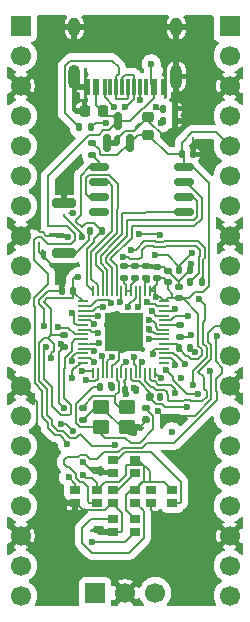
<source format=gbr>
%TF.GenerationSoftware,KiCad,Pcbnew,9.0.3*%
%TF.CreationDate,2025-11-26T12:49:10-06:00*%
%TF.ProjectId,onyx2040,6f6e7978-3230-4343-902e-6b696361645f,rev?*%
%TF.SameCoordinates,Original*%
%TF.FileFunction,Copper,L1,Top*%
%TF.FilePolarity,Positive*%
%FSLAX46Y46*%
G04 Gerber Fmt 4.6, Leading zero omitted, Abs format (unit mm)*
G04 Created by KiCad (PCBNEW 9.0.3) date 2025-11-26 12:49:10*
%MOMM*%
%LPD*%
G01*
G04 APERTURE LIST*
G04 Aperture macros list*
%AMRoundRect*
0 Rectangle with rounded corners*
0 $1 Rounding radius*
0 $2 $3 $4 $5 $6 $7 $8 $9 X,Y pos of 4 corners*
0 Add a 4 corners polygon primitive as box body*
4,1,4,$2,$3,$4,$5,$6,$7,$8,$9,$2,$3,0*
0 Add four circle primitives for the rounded corners*
1,1,$1+$1,$2,$3*
1,1,$1+$1,$4,$5*
1,1,$1+$1,$6,$7*
1,1,$1+$1,$8,$9*
0 Add four rect primitives between the rounded corners*
20,1,$1+$1,$2,$3,$4,$5,0*
20,1,$1+$1,$4,$5,$6,$7,0*
20,1,$1+$1,$6,$7,$8,$9,0*
20,1,$1+$1,$8,$9,$2,$3,0*%
G04 Aperture macros list end*
%TA.AperFunction,SMDPad,CuDef*%
%ADD10RoundRect,0.135000X-0.135000X-0.185000X0.135000X-0.185000X0.135000X0.185000X-0.135000X0.185000X0*%
%TD*%
%TA.AperFunction,SMDPad,CuDef*%
%ADD11R,0.900000X0.700000*%
%TD*%
%TA.AperFunction,SMDPad,CuDef*%
%ADD12RoundRect,0.140000X0.170000X-0.140000X0.170000X0.140000X-0.170000X0.140000X-0.170000X-0.140000X0*%
%TD*%
%TA.AperFunction,ComponentPad*%
%ADD13R,1.700000X1.700000*%
%TD*%
%TA.AperFunction,ComponentPad*%
%ADD14C,1.700000*%
%TD*%
%TA.AperFunction,SMDPad,CuDef*%
%ADD15RoundRect,0.162500X-0.650000X-0.162500X0.650000X-0.162500X0.650000X0.162500X-0.650000X0.162500X0*%
%TD*%
%TA.AperFunction,SMDPad,CuDef*%
%ADD16RoundRect,0.135000X0.185000X-0.135000X0.185000X0.135000X-0.185000X0.135000X-0.185000X-0.135000X0*%
%TD*%
%TA.AperFunction,SMDPad,CuDef*%
%ADD17RoundRect,0.140000X-0.140000X-0.170000X0.140000X-0.170000X0.140000X0.170000X-0.140000X0.170000X0*%
%TD*%
%TA.AperFunction,SMDPad,CuDef*%
%ADD18RoundRect,0.140000X0.140000X0.170000X-0.140000X0.170000X-0.140000X-0.170000X0.140000X-0.170000X0*%
%TD*%
%TA.AperFunction,SMDPad,CuDef*%
%ADD19RoundRect,0.135000X-0.185000X0.135000X-0.185000X-0.135000X0.185000X-0.135000X0.185000X0.135000X0*%
%TD*%
%TA.AperFunction,SMDPad,CuDef*%
%ADD20RoundRect,0.050000X-0.387500X-0.050000X0.387500X-0.050000X0.387500X0.050000X-0.387500X0.050000X0*%
%TD*%
%TA.AperFunction,SMDPad,CuDef*%
%ADD21RoundRect,0.050000X-0.050000X-0.387500X0.050000X-0.387500X0.050000X0.387500X-0.050000X0.387500X0*%
%TD*%
%TA.AperFunction,HeatsinkPad*%
%ADD22R,3.200000X3.200000*%
%TD*%
%TA.AperFunction,SMDPad,CuDef*%
%ADD23RoundRect,0.250000X-0.450000X-0.350000X0.450000X-0.350000X0.450000X0.350000X-0.450000X0.350000X0*%
%TD*%
%TA.AperFunction,SMDPad,CuDef*%
%ADD24RoundRect,0.225000X0.225000X0.250000X-0.225000X0.250000X-0.225000X-0.250000X0.225000X-0.250000X0*%
%TD*%
%TA.AperFunction,SMDPad,CuDef*%
%ADD25RoundRect,0.140000X-0.170000X0.140000X-0.170000X-0.140000X0.170000X-0.140000X0.170000X0.140000X0*%
%TD*%
%TA.AperFunction,SMDPad,CuDef*%
%ADD26RoundRect,0.225000X0.250000X-0.225000X0.250000X0.225000X-0.250000X0.225000X-0.250000X-0.225000X0*%
%TD*%
%TA.AperFunction,SMDPad,CuDef*%
%ADD27RoundRect,0.150000X0.150000X-0.587500X0.150000X0.587500X-0.150000X0.587500X-0.150000X-0.587500X0*%
%TD*%
%TA.AperFunction,SMDPad,CuDef*%
%ADD28R,0.600000X1.450000*%
%TD*%
%TA.AperFunction,SMDPad,CuDef*%
%ADD29R,0.300000X1.450000*%
%TD*%
%TA.AperFunction,HeatsinkPad*%
%ADD30O,1.000000X2.100000*%
%TD*%
%TA.AperFunction,HeatsinkPad*%
%ADD31O,1.000000X1.600000*%
%TD*%
%TA.AperFunction,SMDPad,CuDef*%
%ADD32RoundRect,0.200000X-0.800000X0.200000X-0.800000X-0.200000X0.800000X-0.200000X0.800000X0.200000X0*%
%TD*%
%TA.AperFunction,ViaPad*%
%ADD33C,0.600000*%
%TD*%
%TA.AperFunction,Conductor*%
%ADD34C,0.200000*%
%TD*%
G04 APERTURE END LIST*
D10*
%TO.P,R1,1*%
%TO.N,Net-(J4-CC1)*%
X143790000Y-87260000D03*
%TO.P,R1,2*%
%TO.N,GND*%
X144810000Y-87260000D03*
%TD*%
D11*
%TO.P,LED1,1,DO*%
%TO.N,Net-(LED1-DO)*%
X139567500Y-119520000D03*
%TO.P,LED1,2,GND*%
%TO.N,GND*%
X139567500Y-120620000D03*
%TO.P,LED1,3,DI*%
%TO.N,Net-(LED1-DI)*%
X141407500Y-120620000D03*
%TO.P,LED1,4,VDD*%
%TO.N,VBUS*%
X141407500Y-119520000D03*
%TD*%
D10*
%TO.P,R4,1*%
%TO.N,USB_D-*%
X146070000Y-101947500D03*
%TO.P,R4,2*%
%TO.N,Net-(U1-USB_DM)*%
X147090000Y-101947500D03*
%TD*%
D12*
%TO.P,C6,1*%
%TO.N,+3V3*%
X144230000Y-101967500D03*
%TO.P,C6,2*%
%TO.N,GND*%
X144230000Y-101007500D03*
%TD*%
D13*
%TO.P,J3,1,Pin_1*%
%TO.N,VBUS*%
X149430000Y-80250000D03*
D14*
%TO.P,J3,2,Pin_2*%
%TO.N,GPIO29_ADC3*%
X149430000Y-82790000D03*
%TO.P,J3,3,Pin_3*%
%TO.N,GND*%
X149430000Y-85330000D03*
%TO.P,J3,4,Pin_4*%
%TO.N,GPIO28_ADC2*%
X149430000Y-87870000D03*
%TO.P,J3,5,Pin_5*%
%TO.N,+3V3*%
X149430000Y-90410000D03*
%TO.P,J3,6,Pin_6*%
%TO.N,GPIO27_ADC1*%
X149430000Y-92950000D03*
%TO.P,J3,7,Pin_7*%
%TO.N,GPIO26_ADC0*%
X149430000Y-95490000D03*
%TO.P,J3,8,Pin_8*%
%TO.N,GND*%
X149430000Y-98030000D03*
%TO.P,J3,9,Pin_9*%
%TO.N,GPIO24*%
X149430000Y-100570000D03*
%TO.P,J3,10,Pin_10*%
%TO.N,GPIO23*%
X149430000Y-103110000D03*
%TO.P,J3,11,Pin_11*%
%TO.N,RUN*%
X149430000Y-105650000D03*
%TO.P,J3,12,Pin_12*%
%TO.N,GPIO22*%
X149430000Y-108190000D03*
%TO.P,J3,13,Pin_13*%
%TO.N,GND*%
X149430000Y-110730000D03*
%TO.P,J3,14,Pin_14*%
%TO.N,GPIO21*%
X149430000Y-113270000D03*
%TO.P,J3,15,Pin_15*%
%TO.N,GPIO20*%
X149430000Y-115810000D03*
%TO.P,J3,16,Pin_16*%
%TO.N,GPIO19*%
X149430000Y-118350000D03*
%TO.P,J3,17,Pin_17*%
%TO.N,GPIO18*%
X149430000Y-120890000D03*
%TO.P,J3,18,Pin_18*%
%TO.N,GND*%
X149430000Y-123430000D03*
%TO.P,J3,19,Pin_19*%
%TO.N,GPIO17*%
X149430000Y-125970000D03*
%TO.P,J3,20,Pin_20*%
%TO.N,GPIO16*%
X149430000Y-128510000D03*
%TD*%
D15*
%TO.P,U3,1,~{CS}*%
%TO.N,QSPI_SS*%
X138372500Y-92245000D03*
%TO.P,U3,2,DO/IO_{1}*%
%TO.N,QSPI_SD1*%
X138372500Y-93515000D03*
%TO.P,U3,3,~{WP}/IO_{2}*%
%TO.N,QSPI_SD2*%
X138372500Y-94785000D03*
%TO.P,U3,4,GND*%
%TO.N,GND*%
X138372500Y-96055000D03*
%TO.P,U3,5,DI/IO_{0}*%
%TO.N,QSPI_SD0*%
X145547500Y-96055000D03*
%TO.P,U3,6,CLK*%
%TO.N,QSPI_SCLK*%
X145547500Y-94785000D03*
%TO.P,U3,7,~{HOLD}/~{RESET}/IO_{3}*%
%TO.N,QSPI_SD3*%
X145547500Y-93515000D03*
%TO.P,U3,8,VCC*%
%TO.N,+3V3*%
X145547500Y-92245000D03*
%TD*%
D16*
%TO.P,R7,1*%
%TO.N,QSPI_SS*%
X137800000Y-91190000D03*
%TO.P,R7,2*%
%TO.N,+3V3*%
X137800000Y-90170000D03*
%TD*%
D12*
%TO.P,C7,1*%
%TO.N,+3V3*%
X145170000Y-103307500D03*
%TO.P,C7,2*%
%TO.N,GND*%
X145170000Y-102347500D03*
%TD*%
%TO.P,C16,1*%
%TO.N,GND*%
X137030000Y-113597500D03*
%TO.P,C16,2*%
%TO.N,XIN*%
X137030000Y-112637500D03*
%TD*%
D17*
%TO.P,C9,1*%
%TO.N,+3V3*%
X140570000Y-111080000D03*
%TO.P,C9,2*%
%TO.N,GND*%
X141530000Y-111080000D03*
%TD*%
D12*
%TO.P,C4,1*%
%TO.N,+3V3*%
X141390000Y-101570000D03*
%TO.P,C4,2*%
%TO.N,GND*%
X141390000Y-100610000D03*
%TD*%
D13*
%TO.P,J1,1,Pin_1*%
%TO.N,GPIO0*%
X131770000Y-80250000D03*
D14*
%TO.P,J1,2,Pin_2*%
%TO.N,GPIO1*%
X131770000Y-82790000D03*
%TO.P,J1,3,Pin_3*%
%TO.N,GND*%
X131770000Y-85330000D03*
%TO.P,J1,4,Pin_4*%
%TO.N,GPIO2*%
X131770000Y-87870000D03*
%TO.P,J1,5,Pin_5*%
%TO.N,GPIO3*%
X131770000Y-90410000D03*
%TO.P,J1,6,Pin_6*%
%TO.N,GPIO4*%
X131770000Y-92950000D03*
%TO.P,J1,7,Pin_7*%
%TO.N,GPIO5*%
X131770000Y-95490000D03*
%TO.P,J1,8,Pin_8*%
%TO.N,GND*%
X131770000Y-98030000D03*
%TO.P,J1,9,Pin_9*%
%TO.N,GPIO6*%
X131770000Y-100570000D03*
%TO.P,J1,10,Pin_10*%
%TO.N,GPIO7*%
X131770000Y-103110000D03*
%TO.P,J1,11,Pin_11*%
%TO.N,GPIO8*%
X131770000Y-105650000D03*
%TO.P,J1,12,Pin_12*%
%TO.N,GPIO9*%
X131770000Y-108190000D03*
%TO.P,J1,13,Pin_13*%
%TO.N,GND*%
X131770000Y-110730000D03*
%TO.P,J1,14,Pin_14*%
%TO.N,GPIO10*%
X131770000Y-113270000D03*
%TO.P,J1,15,Pin_15*%
%TO.N,GPIO11*%
X131770000Y-115810000D03*
%TO.P,J1,16,Pin_16*%
%TO.N,GPIO12*%
X131770000Y-118350000D03*
%TO.P,J1,17,Pin_17*%
%TO.N,GPIO13*%
X131770000Y-120890000D03*
%TO.P,J1,18,Pin_18*%
%TO.N,GND*%
X131770000Y-123430000D03*
%TO.P,J1,19,Pin_19*%
%TO.N,GPIO14*%
X131770000Y-125970000D03*
%TO.P,J1,20,Pin_20*%
%TO.N,GPIO15*%
X131770000Y-128510000D03*
%TD*%
D10*
%TO.P,R2,1*%
%TO.N,Net-(J4-CC2)*%
X143780000Y-88290000D03*
%TO.P,R2,2*%
%TO.N,GND*%
X144800000Y-88290000D03*
%TD*%
D17*
%TO.P,C15,1*%
%TO.N,+3V3*%
X145380000Y-91150000D03*
%TO.P,C15,2*%
%TO.N,GND*%
X146340000Y-91150000D03*
%TD*%
D18*
%TO.P,C1,1*%
%TO.N,+3V3*%
X136210000Y-102707500D03*
%TO.P,C1,2*%
%TO.N,GND*%
X135250000Y-102707500D03*
%TD*%
D10*
%TO.P,R3,1*%
%TO.N,USB_D+*%
X136720000Y-88860000D03*
%TO.P,R3,2*%
%TO.N,Net-(U1-USB_DP)*%
X137740000Y-88860000D03*
%TD*%
D12*
%TO.P,C17,1*%
%TO.N,GND*%
X142320000Y-113607500D03*
%TO.P,C17,2*%
%TO.N,Net-(C17-Pad2)*%
X142320000Y-112647500D03*
%TD*%
%TO.P,C5,1*%
%TO.N,+3V3*%
X143270000Y-101610000D03*
%TO.P,C5,2*%
%TO.N,GND*%
X143270000Y-100650000D03*
%TD*%
D19*
%TO.P,R5,1*%
%TO.N,LED*%
X145210000Y-105597500D03*
%TO.P,R5,2*%
%TO.N,Net-(LED3-DI)*%
X145210000Y-106617500D03*
%TD*%
D20*
%TO.P,U1,1,IOVDD*%
%TO.N,+3V3*%
X137042500Y-103587500D03*
%TO.P,U1,2,GPIO0*%
%TO.N,GPIO0*%
X137042500Y-103987500D03*
%TO.P,U1,3,GPIO1*%
%TO.N,GPIO1*%
X137042500Y-104387500D03*
%TO.P,U1,4,GPIO2*%
%TO.N,GPIO2*%
X137042500Y-104787500D03*
%TO.P,U1,5,GPIO3*%
%TO.N,GPIO3*%
X137042500Y-105187500D03*
%TO.P,U1,6,GPIO4*%
%TO.N,GPIO4*%
X137042500Y-105587500D03*
%TO.P,U1,7,GPIO5*%
%TO.N,GPIO5*%
X137042500Y-105987500D03*
%TO.P,U1,8,GPIO6*%
%TO.N,GPIO6*%
X137042500Y-106387500D03*
%TO.P,U1,9,GPIO7*%
%TO.N,GPIO7*%
X137042500Y-106787500D03*
%TO.P,U1,10,IOVDD*%
%TO.N,+3V3*%
X137042500Y-107187500D03*
%TO.P,U1,11,GPIO8*%
%TO.N,GPIO8*%
X137042500Y-107587500D03*
%TO.P,U1,12,GPIO9*%
%TO.N,GPIO9*%
X137042500Y-107987500D03*
%TO.P,U1,13,GPIO10*%
%TO.N,GPIO10*%
X137042500Y-108387500D03*
%TO.P,U1,14,GPIO11*%
%TO.N,GPIO11*%
X137042500Y-108787500D03*
D21*
%TO.P,U1,15,GPIO12*%
%TO.N,GPIO12*%
X137880000Y-109625000D03*
%TO.P,U1,16,GPIO13*%
%TO.N,GPIO13*%
X138280000Y-109625000D03*
%TO.P,U1,17,GPIO14*%
%TO.N,GPIO14*%
X138680000Y-109625000D03*
%TO.P,U1,18,GPIO15*%
%TO.N,GPIO15*%
X139080000Y-109625000D03*
%TO.P,U1,19,TESTEN*%
%TO.N,GND*%
X139480000Y-109625000D03*
%TO.P,U1,20,XIN*%
%TO.N,XIN*%
X139880000Y-109625000D03*
%TO.P,U1,21,XOUT*%
%TO.N,XOUT*%
X140280000Y-109625000D03*
%TO.P,U1,22,IOVDD*%
%TO.N,+3V3*%
X140680000Y-109625000D03*
%TO.P,U1,23,DVDD*%
%TO.N,+1V1*%
X141080000Y-109625000D03*
%TO.P,U1,24,SWCLK*%
%TO.N,SWCLK*%
X141480000Y-109625000D03*
%TO.P,U1,25,SWD*%
%TO.N,SWD*%
X141880000Y-109625000D03*
%TO.P,U1,26,RUN*%
%TO.N,RUN*%
X142280000Y-109625000D03*
%TO.P,U1,27,GPIO16*%
%TO.N,GPIO16*%
X142680000Y-109625000D03*
%TO.P,U1,28,GPIO17*%
%TO.N,GPIO17*%
X143080000Y-109625000D03*
D20*
%TO.P,U1,29,GPIO18*%
%TO.N,GPIO18*%
X143917500Y-108787500D03*
%TO.P,U1,30,GPIO19*%
%TO.N,GPIO19*%
X143917500Y-108387500D03*
%TO.P,U1,31,GPIO20*%
%TO.N,GPIO20*%
X143917500Y-107987500D03*
%TO.P,U1,32,GPIO21*%
%TO.N,GPIO21*%
X143917500Y-107587500D03*
%TO.P,U1,33,IOVDD*%
%TO.N,+3V3*%
X143917500Y-107187500D03*
%TO.P,U1,34,GPIO22*%
%TO.N,GPIO22*%
X143917500Y-106787500D03*
%TO.P,U1,35,GPIO23*%
%TO.N,GPIO23*%
X143917500Y-106387500D03*
%TO.P,U1,36,GPIO24*%
%TO.N,GPIO24*%
X143917500Y-105987500D03*
%TO.P,U1,37,GPIO25*%
%TO.N,LED*%
X143917500Y-105587500D03*
%TO.P,U1,38,GPIO26_ADC0*%
%TO.N,GPIO26_ADC0*%
X143917500Y-105187500D03*
%TO.P,U1,39,GPIO27_ADC1*%
%TO.N,GPIO27_ADC1*%
X143917500Y-104787500D03*
%TO.P,U1,40,GPIO28_ADC2*%
%TO.N,GPIO28_ADC2*%
X143917500Y-104387500D03*
%TO.P,U1,41,GPIO29_ADC3*%
%TO.N,GPIO29_ADC3*%
X143917500Y-103987500D03*
%TO.P,U1,42,IOVDD*%
%TO.N,+3V3*%
X143917500Y-103587500D03*
D21*
%TO.P,U1,43,ADC_AVDD*%
X143080000Y-102750000D03*
%TO.P,U1,44,VREG_IN*%
X142680000Y-102750000D03*
%TO.P,U1,45,VREG_VOUT*%
%TO.N,+1V1*%
X142280000Y-102750000D03*
%TO.P,U1,46,USB_DM*%
%TO.N,Net-(U1-USB_DM)*%
X141880000Y-102750000D03*
%TO.P,U1,47,USB_DP*%
%TO.N,Net-(U1-USB_DP)*%
X141480000Y-102750000D03*
%TO.P,U1,48,USB_VDD*%
%TO.N,+3V3*%
X141080000Y-102750000D03*
%TO.P,U1,49,IOVDD*%
X140680000Y-102750000D03*
%TO.P,U1,50,DVDD*%
%TO.N,+1V1*%
X140280000Y-102750000D03*
%TO.P,U1,51,QSPI_SD3*%
%TO.N,QSPI_SD3*%
X139880000Y-102750000D03*
%TO.P,U1,52,QSPI_SCLK*%
%TO.N,QSPI_SCLK*%
X139480000Y-102750000D03*
%TO.P,U1,53,QSPI_SD0*%
%TO.N,QSPI_SD0*%
X139080000Y-102750000D03*
%TO.P,U1,54,QSPI_SD2*%
%TO.N,QSPI_SD2*%
X138680000Y-102750000D03*
%TO.P,U1,55,QSPI_SD1*%
%TO.N,QSPI_SD1*%
X138280000Y-102750000D03*
%TO.P,U1,56,QSPI_SS*%
%TO.N,QSPI_SS*%
X137880000Y-102750000D03*
D22*
%TO.P,U1,57,GND*%
%TO.N,GND*%
X140480000Y-106187500D03*
%TD*%
D17*
%TO.P,C13,1*%
%TO.N,+1V1*%
X142620000Y-111700000D03*
%TO.P,C13,2*%
%TO.N,GND*%
X143580000Y-111700000D03*
%TD*%
D11*
%TO.P,LED5,1,DO*%
%TO.N,unconnected-(LED5-DO-Pad1)*%
X142747500Y-119550000D03*
%TO.P,LED5,2,GND*%
%TO.N,GND*%
X142747500Y-120650000D03*
%TO.P,LED5,3,DI*%
%TO.N,Net-(LED2-DO)*%
X144587500Y-120650000D03*
%TO.P,LED5,4,VDD*%
%TO.N,VBUS*%
X144587500Y-119550000D03*
%TD*%
D17*
%TO.P,C8,1*%
%TO.N,+3V3*%
X145110000Y-107500000D03*
%TO.P,C8,2*%
%TO.N,GND*%
X146070000Y-107500000D03*
%TD*%
D11*
%TO.P,LED4,1,DO*%
%TO.N,Net-(LED1-DI)*%
X139567500Y-122020000D03*
%TO.P,LED4,2,GND*%
%TO.N,GND*%
X139567500Y-123120000D03*
%TO.P,LED4,3,DI*%
%TO.N,Net-(LED3-DO)*%
X141407500Y-123120000D03*
%TO.P,LED4,4,VDD*%
%TO.N,VBUS*%
X141407500Y-122020000D03*
%TD*%
D12*
%TO.P,C14,1*%
%TO.N,+1V1*%
X142320000Y-101577500D03*
%TO.P,C14,2*%
%TO.N,GND*%
X142320000Y-100617500D03*
%TD*%
D23*
%TO.P,Y1,1,1*%
%TO.N,Net-(C17-Pad2)*%
X138580000Y-114240000D03*
%TO.P,Y1,2,2*%
%TO.N,GND*%
X140780000Y-114240000D03*
%TO.P,Y1,3,3*%
%TO.N,XIN*%
X140780000Y-112540000D03*
%TO.P,Y1,4,4*%
%TO.N,GND*%
X138580000Y-112540000D03*
%TD*%
D17*
%TO.P,C12,1*%
%TO.N,+1V1*%
X145160000Y-100967500D03*
%TO.P,C12,2*%
%TO.N,GND*%
X146120000Y-100967500D03*
%TD*%
D10*
%TO.P,R6,1*%
%TO.N,Net-(R6-Pad1)*%
X137600000Y-97600000D03*
%TO.P,R6,2*%
%TO.N,QSPI_SS*%
X138620000Y-97600000D03*
%TD*%
D24*
%TO.P,C10,1*%
%TO.N,VBUS*%
X138700000Y-87480000D03*
%TO.P,C10,2*%
%TO.N,GND*%
X137150000Y-87480000D03*
%TD*%
D11*
%TO.P,LED2,1,DO*%
%TO.N,Net-(LED2-DO)*%
X139565000Y-117020000D03*
%TO.P,LED2,2,GND*%
%TO.N,GND*%
X139565000Y-118120000D03*
%TO.P,LED2,3,DI*%
%TO.N,Net-(LED1-DO)*%
X141405000Y-118120000D03*
%TO.P,LED2,4,VDD*%
%TO.N,VBUS*%
X141405000Y-117020000D03*
%TD*%
D10*
%TO.P,R8,1*%
%TO.N,Net-(C17-Pad2)*%
X138440000Y-110877500D03*
%TO.P,R8,2*%
%TO.N,XOUT*%
X139460000Y-110877500D03*
%TD*%
D25*
%TO.P,C2,1*%
%TO.N,+3V3*%
X135440000Y-106460000D03*
%TO.P,C2,2*%
%TO.N,GND*%
X135440000Y-107420000D03*
%TD*%
D26*
%TO.P,C11,1*%
%TO.N,+3V3*%
X142550000Y-89515000D03*
%TO.P,C11,2*%
%TO.N,GND*%
X142550000Y-87965000D03*
%TD*%
D27*
%TO.P,U2,1,GND*%
%TO.N,GND*%
X139077500Y-90177500D03*
%TO.P,U2,2,VO*%
%TO.N,+3V3*%
X140977500Y-90177500D03*
%TO.P,U2,3,VI*%
%TO.N,VBUS*%
X140027500Y-88302500D03*
%TD*%
D28*
%TO.P,J4,A1,GND*%
%TO.N,GND*%
X143850000Y-85465000D03*
%TO.P,J4,A4,VBUS*%
%TO.N,VBUS*%
X143050000Y-85465000D03*
D29*
%TO.P,J4,A5,CC1*%
%TO.N,Net-(J4-CC1)*%
X141850000Y-85465000D03*
%TO.P,J4,A6,D+*%
%TO.N,USB_D+*%
X140850000Y-85465000D03*
%TO.P,J4,A7,D-*%
%TO.N,USB_D-*%
X140350000Y-85465000D03*
%TO.P,J4,A8*%
%TO.N,N/C*%
X139350000Y-85465000D03*
D28*
%TO.P,J4,A9,VBUS*%
%TO.N,VBUS*%
X138150000Y-85465000D03*
%TO.P,J4,A12,GND*%
%TO.N,GND*%
X137350000Y-85465000D03*
%TO.P,J4,B1,GND*%
X137350000Y-85465000D03*
%TO.P,J4,B4,VBUS*%
%TO.N,VBUS*%
X138150000Y-85465000D03*
D29*
%TO.P,J4,B5,CC2*%
%TO.N,Net-(J4-CC2)*%
X138850000Y-85465000D03*
%TO.P,J4,B6,D+*%
%TO.N,USB_D+*%
X139850000Y-85465000D03*
%TO.P,J4,B7,D-*%
%TO.N,USB_D-*%
X141350000Y-85465000D03*
%TO.P,J4,B8*%
%TO.N,N/C*%
X142350000Y-85465000D03*
D28*
%TO.P,J4,B9,VBUS*%
%TO.N,VBUS*%
X143050000Y-85465000D03*
%TO.P,J4,B12,GND*%
%TO.N,GND*%
X143850000Y-85465000D03*
D30*
%TO.P,J4,S1,SHIELD*%
X144920000Y-84550000D03*
D31*
X144920000Y-80370000D03*
D30*
X136280000Y-84550000D03*
D31*
X136280000Y-80370000D03*
%TD*%
D11*
%TO.P,LED3,1,DO*%
%TO.N,Net-(LED3-DO)*%
X136377500Y-119530000D03*
%TO.P,LED3,2,GND*%
%TO.N,GND*%
X136377500Y-120630000D03*
%TO.P,LED3,3,DI*%
%TO.N,Net-(LED3-DI)*%
X138217500Y-120630000D03*
%TO.P,LED3,4,VDD*%
%TO.N,VBUS*%
X138217500Y-119530000D03*
%TD*%
D13*
%TO.P,J2,1,Pin_1*%
%TO.N,SWCLK*%
X138060000Y-128270000D03*
D14*
%TO.P,J2,2,Pin_2*%
%TO.N,GND*%
X140600000Y-128270000D03*
%TO.P,J2,3,Pin_3*%
%TO.N,SWD*%
X143140000Y-128270000D03*
%TD*%
D12*
%TO.P,C3,1*%
%TO.N,+3V3*%
X140470000Y-101570000D03*
%TO.P,C3,2*%
%TO.N,GND*%
X140470000Y-100610000D03*
%TD*%
D32*
%TO.P,SW1,1,1*%
%TO.N,GND*%
X135380000Y-95280000D03*
%TO.P,SW1,2,2*%
%TO.N,Net-(R6-Pad1)*%
X135380000Y-99480000D03*
%TD*%
D33*
%TO.N,*%
X136930000Y-98135175D03*
%TO.N,GND*%
X141350000Y-110963500D03*
X135709999Y-98109999D03*
X137030000Y-113597500D03*
X141320781Y-114711319D03*
X133714526Y-105699855D03*
X135130126Y-107224716D03*
X135419785Y-112639787D03*
X143580000Y-111700000D03*
X140482965Y-100624897D03*
X135140000Y-113930000D03*
X136170000Y-96090000D03*
X146479000Y-107870000D03*
X147755717Y-109457731D03*
X137017100Y-117210000D03*
X146170000Y-100420000D03*
X136205123Y-114557556D03*
X142370000Y-113582500D03*
X141295655Y-106737190D03*
X138372500Y-96055000D03*
X143402877Y-112910366D03*
%TO.N,+3V3*%
X134321000Y-108364085D03*
X135413493Y-106429569D03*
X144530000Y-114630000D03*
X140680000Y-111436792D03*
X140480000Y-101570000D03*
X141780000Y-97890000D03*
X136584457Y-101517602D03*
X143227389Y-103206195D03*
X138379998Y-107143001D03*
X139700000Y-115769000D03*
X143580000Y-97980000D03*
%TO.N,VBUS*%
X142809337Y-83470161D03*
X136995735Y-118264265D03*
X135674277Y-115686987D03*
%TO.N,+1V1*%
X146298857Y-110656362D03*
X142780000Y-111619932D03*
X146818750Y-103364353D03*
X142460519Y-101767911D03*
X145849324Y-112555210D03*
X143120000Y-99692705D03*
X140194622Y-103626831D03*
X146220000Y-99530000D03*
%TO.N,XOUT*%
X139411136Y-110700376D03*
X140636461Y-108687941D03*
%TO.N,GPIO14*%
X138654485Y-108241137D03*
%TO.N,GPIO0*%
X139396932Y-103687617D03*
%TO.N,GPIO4*%
X136122875Y-104578460D03*
%TO.N,GPIO2*%
X138332008Y-104796340D03*
%TO.N,GPIO1*%
X138704789Y-104088500D03*
%TO.N,GPIO8*%
X137969211Y-107829087D03*
%TO.N,GPIO5*%
X138290000Y-106290000D03*
%TO.N,GPIO12*%
X136928086Y-109519691D03*
%TO.N,GPIO9*%
X136119504Y-108610896D03*
%TO.N,GPIO7*%
X133930126Y-107411125D03*
%TO.N,GPIO15*%
X139451805Y-108306597D03*
%TO.N,GPIO10*%
X137977775Y-108689339D03*
%TO.N,GPIO6*%
X134914526Y-105785980D03*
%TO.N,GPIO3*%
X137979660Y-105514115D03*
%TO.N,GPIO13*%
X137308756Y-110223320D03*
%TO.N,GPIO11*%
X136050000Y-110082830D03*
%TO.N,SWD*%
X141984634Y-108744803D03*
%TO.N,SWCLK*%
X141328485Y-108287121D03*
%TO.N,GPIO26_ADC0*%
X145907723Y-104840000D03*
%TO.N,GPIO21*%
X142980000Y-108043111D03*
%TO.N,GPIO28_ADC2*%
X144832637Y-104195154D03*
%TO.N,GPIO24*%
X142579993Y-105160884D03*
%TO.N,GPIO20*%
X145637494Y-108870000D03*
%TO.N,GPIO23*%
X142583950Y-105960877D03*
%TO.N,GPIO18*%
X145281303Y-110070972D03*
%TO.N,GPIO29_ADC3*%
X142457105Y-103672885D03*
%TO.N,GPIO27_ADC1*%
X142827963Y-104400283D03*
%TO.N,GPIO16*%
X144775047Y-111366744D03*
%TO.N,GPIO22*%
X142597923Y-106760758D03*
%TO.N,GPIO17*%
X143658362Y-110089000D03*
%TO.N,GPIO19*%
X144842211Y-108955955D03*
X146775047Y-111425192D03*
X144042025Y-109387500D03*
%TO.N,USB_D-*%
X140392727Y-99830000D03*
X140610000Y-87141000D03*
%TO.N,Net-(J4-CC1)*%
X141886334Y-86579890D03*
X143230416Y-87155643D03*
%TO.N,Net-(J4-CC2)*%
X143614378Y-88505738D03*
X139662404Y-87096411D03*
%TO.N,Net-(LED3-DI)*%
X148365825Y-106487396D03*
X146190110Y-106440000D03*
%TO.N,Net-(LED3-DO)*%
X137800000Y-123950000D03*
X135795735Y-118462092D03*
%TO.N,Net-(U1-USB_DP)*%
X140848678Y-104087498D03*
X138963790Y-88504749D03*
%TO.N,Net-(U1-USB_DM)*%
X141120000Y-99215235D03*
X141648681Y-104087498D03*
%TD*%
D34*
%TO.N,*%
X135408000Y-96393786D02*
X136930000Y-97915786D01*
X135408000Y-96180000D02*
X135408000Y-96393786D01*
X136930000Y-97915786D02*
X136930000Y-98135175D01*
%TO.N,GND*%
X133631371Y-97750000D02*
X133911370Y-98030000D01*
X133150433Y-114510433D02*
X133740000Y-115100000D01*
X142312500Y-100610000D02*
X142320000Y-100617500D01*
X140876472Y-114836472D02*
X141195628Y-114836472D01*
X135649998Y-98170000D02*
X135709999Y-98109999D01*
X135130126Y-107224716D02*
X135244716Y-107224716D01*
X143752511Y-113260000D02*
X143402877Y-112910366D01*
X140570468Y-89139000D02*
X139531968Y-90177500D01*
X140217500Y-123120000D02*
X139567500Y-123120000D01*
X133310000Y-103467728D02*
X133310000Y-103795686D01*
X139699413Y-108907518D02*
X140051805Y-108555126D01*
X138087500Y-112540000D02*
X137030000Y-113597500D01*
X147879000Y-111851063D02*
X146470063Y-113260000D01*
X140470000Y-100610000D02*
X140470000Y-100611932D01*
X137927100Y-118120000D02*
X137017100Y-117210000D01*
X134690000Y-98030000D02*
X134830000Y-98170000D01*
X147879000Y-109581014D02*
X147879000Y-111851063D01*
X146120000Y-100470000D02*
X146170000Y-100420000D01*
X143872500Y-100650000D02*
X144230000Y-101007500D01*
X133911370Y-98030000D02*
X134690000Y-98030000D01*
X146080000Y-107567500D02*
X146176500Y-107567500D01*
X146102500Y-100967500D02*
X145170000Y-101900000D01*
X133714526Y-104200212D02*
X133714526Y-105699855D01*
X142747500Y-121267500D02*
X143140000Y-121660000D01*
X139567500Y-120747100D02*
X140318500Y-121498100D01*
X139565000Y-118120000D02*
X137927100Y-118120000D01*
X136377500Y-120630000D02*
X137028500Y-121281000D01*
X141376000Y-89139000D02*
X140570468Y-89139000D01*
X133150433Y-113489567D02*
X133150433Y-114510433D01*
X142747500Y-120650000D02*
X142747500Y-121267500D01*
X135250000Y-102707500D02*
X135250000Y-101324064D01*
X135440000Y-107420000D02*
X134989000Y-107871000D01*
X146176500Y-107567500D02*
X146479000Y-107870000D01*
X142320000Y-113607500D02*
X142320000Y-113712100D01*
X139480000Y-109625000D02*
X139480000Y-109089905D01*
X138906500Y-121281000D02*
X139567500Y-120620000D01*
X134989000Y-112209002D02*
X135419785Y-112639787D01*
X146470063Y-113260000D02*
X143752511Y-113260000D01*
X139531968Y-90177500D02*
X139077500Y-90177500D01*
X142550000Y-87965000D02*
X141376000Y-89139000D01*
X133310000Y-103795686D02*
X133714526Y-104200212D01*
X140051805Y-106283980D02*
X140299080Y-106036705D01*
X144230000Y-101007500D02*
X145170000Y-101947500D01*
X135140000Y-113930000D02*
X135577567Y-113930000D01*
X142550000Y-88289890D02*
X143770110Y-89510000D01*
X141530000Y-111080000D02*
X141466500Y-111080000D01*
X145170000Y-101947500D02*
X145170000Y-102347500D01*
X134070228Y-102707500D02*
X133310000Y-103467728D01*
X139480000Y-109089905D02*
X139662387Y-108907518D01*
X135850000Y-96090000D02*
X135810000Y-96130000D01*
X140318500Y-121498100D02*
X140318500Y-123019000D01*
X143770110Y-89510000D02*
X144100000Y-89510000D01*
X140051805Y-108555126D02*
X140051805Y-106283980D01*
X147755717Y-109457731D02*
X147879000Y-109581014D01*
X146340000Y-89750000D02*
X146420000Y-89670000D01*
X140470000Y-100610000D02*
X142312500Y-100610000D01*
X142320000Y-113712100D02*
X141320781Y-114711319D01*
X132620000Y-97180000D02*
X132771371Y-97180000D01*
X142320000Y-113607500D02*
X142345000Y-113607500D01*
X133150433Y-112110433D02*
X133150433Y-113489567D01*
X140470000Y-100611932D02*
X140482965Y-100624897D01*
X145170000Y-101900000D02*
X145170000Y-102347500D01*
X142550000Y-87965000D02*
X142550000Y-88289890D01*
X141466500Y-111080000D02*
X141350000Y-110963500D01*
X134830000Y-98170000D02*
X135649998Y-98170000D01*
X132771371Y-97180000D02*
X133341371Y-97750000D01*
X136170000Y-96090000D02*
X135850000Y-96090000D01*
X135577567Y-113930000D02*
X136205123Y-114557556D01*
X146340000Y-91150000D02*
X146340000Y-89750000D01*
X131770000Y-110730000D02*
X133150433Y-112110433D01*
X138580000Y-112540000D02*
X138087500Y-112540000D01*
X139567500Y-120620000D02*
X139567500Y-120747100D01*
X135250000Y-102707500D02*
X134070228Y-102707500D01*
X142345000Y-113607500D02*
X142370000Y-113582500D01*
X139662387Y-108907518D02*
X139699413Y-108907518D01*
X135250000Y-101324064D02*
X133300000Y-99374064D01*
X133300000Y-99374064D02*
X133300000Y-98550000D01*
X137028500Y-121281000D02*
X138906500Y-121281000D01*
X135244716Y-107224716D02*
X135440000Y-107420000D01*
X141195628Y-114836472D02*
X141320781Y-114711319D01*
X131770000Y-123430000D02*
X132570000Y-124230000D01*
X146120000Y-100967500D02*
X146120000Y-100470000D01*
X143270000Y-100650000D02*
X143872500Y-100650000D01*
X140318500Y-123019000D02*
X140217500Y-123120000D01*
X131770000Y-98030000D02*
X132620000Y-97180000D01*
X134989000Y-107871000D02*
X134989000Y-112209002D01*
X133341371Y-97750000D02*
X133631371Y-97750000D01*
X146120000Y-100967500D02*
X146102500Y-100967500D01*
X138580000Y-112540000D02*
X140876472Y-114836472D01*
%TO.N,+3V3*%
X136210000Y-102707500D02*
X136210000Y-102755000D01*
X139639000Y-115830000D02*
X137757850Y-115830000D01*
X135519452Y-114721560D02*
X135519452Y-114719888D01*
X147080000Y-108118943D02*
X147080000Y-107621057D01*
X139700000Y-115769000D02*
X139639000Y-115830000D01*
X136210000Y-102755000D02*
X137042500Y-103587500D01*
X146359999Y-92245000D02*
X145547500Y-92245000D01*
X133712414Y-103631000D02*
X134013414Y-103330000D01*
X144588500Y-102928500D02*
X144588500Y-103289000D01*
X138421000Y-91080000D02*
X138421000Y-90791000D01*
X141640000Y-89515000D02*
X140977500Y-90177500D01*
X138379998Y-107145475D02*
X138379998Y-107143001D01*
X145547500Y-92245000D02*
X145547500Y-91317500D01*
X144570000Y-103307500D02*
X144197500Y-103307500D01*
X145547500Y-91317500D02*
X145380000Y-91150000D01*
X133970000Y-110971370D02*
X133321000Y-110322371D01*
X144185000Y-91150000D02*
X142550000Y-89515000D01*
X146727943Y-108471000D02*
X147080000Y-108118943D01*
X146254315Y-89270000D02*
X148290000Y-89270000D01*
X134000000Y-113128628D02*
X133970000Y-113098628D01*
X136210000Y-101660000D02*
X136423180Y-101446820D01*
X138557000Y-91216000D02*
X138421000Y-91080000D01*
X142680000Y-102750000D02*
X143270000Y-102160000D01*
X134430000Y-113630436D02*
X134000000Y-113200436D01*
X134314526Y-106378976D02*
X134314526Y-104233112D01*
X136769529Y-114841679D02*
X136453652Y-115157556D01*
X143917500Y-103587500D02*
X143536195Y-103206195D01*
X133918613Y-106661723D02*
X134031779Y-106661723D01*
X140570000Y-110500000D02*
X140476774Y-110406774D01*
X136575707Y-101508852D02*
X136584457Y-101517602D01*
X146795897Y-104623398D02*
X145479999Y-103307500D01*
X134314526Y-104233112D02*
X133712414Y-103631000D01*
X145889832Y-108181752D02*
X146179080Y-108471000D01*
X146179080Y-108471000D02*
X146727943Y-108471000D01*
X146547118Y-102764353D02*
X147213487Y-102764353D01*
X141390000Y-101570000D02*
X141390000Y-101904726D01*
X145380000Y-91150000D02*
X145380000Y-90144315D01*
X135950406Y-115152514D02*
X135519452Y-114721560D01*
X140680000Y-110160274D02*
X140680000Y-109625000D01*
X140476774Y-110406774D02*
X140476774Y-110363500D01*
X134013414Y-103330000D02*
X136210000Y-103330000D01*
X147213487Y-102764353D02*
X147661000Y-102316840D01*
X141390000Y-101904726D02*
X141079000Y-102215726D01*
X138421000Y-90791000D02*
X137800000Y-90170000D01*
X147661000Y-98831100D02*
X147661000Y-93546001D01*
X134430000Y-114068529D02*
X134430000Y-113630436D01*
X146795897Y-107336954D02*
X146795897Y-104623398D01*
X145380000Y-90144315D02*
X146254315Y-89270000D01*
X133745807Y-106661723D02*
X134029253Y-106661723D01*
X139939000Y-91216000D02*
X138557000Y-91216000D01*
X136210000Y-103330000D02*
X136210000Y-102707500D01*
X135519452Y-114719888D02*
X135329564Y-114530000D01*
X143536195Y-103206195D02*
X143227389Y-103206195D01*
X134031779Y-106661723D02*
X134314526Y-106378976D01*
X134530126Y-107162596D02*
X134530126Y-107764188D01*
X145734252Y-108181752D02*
X145889832Y-108181752D01*
X140470000Y-102004726D02*
X140681000Y-102215726D01*
X144457500Y-107187500D02*
X143917500Y-107187500D01*
X135395562Y-106411638D02*
X135413493Y-106429569D01*
X137757850Y-115830000D02*
X136769529Y-114841679D01*
X142680000Y-102750000D02*
X143080000Y-102750000D01*
X133321000Y-110322371D02*
X133321000Y-107086530D01*
X143270000Y-102160000D02*
X143270000Y-101610000D01*
X147080000Y-107621057D02*
X146795897Y-107336954D01*
X134031779Y-106661723D02*
X134281864Y-106411638D01*
X145090000Y-107188500D02*
X145090000Y-107480000D01*
X135951552Y-115152514D02*
X135950406Y-115152514D01*
X147730000Y-100059899D02*
X147730000Y-98900100D01*
X140977500Y-90177500D02*
X139939000Y-91216000D01*
X144230000Y-101967500D02*
X144230000Y-102570000D01*
X144588500Y-103289000D02*
X144570000Y-103307500D01*
X145380000Y-91150000D02*
X144185000Y-91150000D01*
X147730000Y-98900100D02*
X147661000Y-98831100D01*
X140616793Y-111436792D02*
X140680000Y-111436792D01*
X133970000Y-113098628D02*
X133970000Y-110971370D01*
X141780000Y-97890000D02*
X143490000Y-97890000D01*
X135956594Y-115157556D02*
X135951552Y-115152514D01*
X134321000Y-107973314D02*
X134321000Y-108364085D01*
X135329564Y-114530000D02*
X134891471Y-114530000D01*
X140680000Y-102750000D02*
X140680000Y-102216726D01*
X140680000Y-111070000D02*
X140690000Y-111080000D01*
X136555706Y-101508852D02*
X136575707Y-101508852D01*
X142550000Y-89515000D02*
X141640000Y-89515000D01*
X143872500Y-101610000D02*
X144230000Y-101967500D01*
X143270000Y-101610000D02*
X143872500Y-101610000D01*
X136423180Y-101446820D02*
X136493674Y-101446820D01*
X136453652Y-115157556D02*
X135956594Y-115157556D01*
X134029253Y-106661723D02*
X134530126Y-107162596D01*
X141080000Y-102216726D02*
X141079000Y-102215726D01*
X134000000Y-113200436D02*
X134000000Y-113128628D01*
X147661000Y-102316840D02*
X147661000Y-100128899D01*
X140680000Y-102216726D02*
X140681000Y-102215726D01*
X136493674Y-101446820D02*
X136555706Y-101508852D01*
X145170000Y-103307500D02*
X144570000Y-103307500D01*
X140680000Y-102750000D02*
X141080000Y-102750000D01*
X138338973Y-107186500D02*
X138379998Y-107145475D01*
X144457500Y-107187500D02*
X144458500Y-107188500D01*
X145120000Y-107567500D02*
X145734252Y-108181752D01*
X140470000Y-101570000D02*
X140470000Y-102004726D01*
X140680000Y-110817500D02*
X140740000Y-110877500D01*
X146003971Y-103307500D02*
X146547118Y-102764353D01*
X147661000Y-93546001D02*
X146359999Y-92245000D01*
X148290000Y-89270000D02*
X149430000Y-90410000D01*
X134281864Y-106411638D02*
X135395562Y-106411638D01*
X144458500Y-107188500D02*
X145090000Y-107188500D01*
X140470000Y-101570000D02*
X140480000Y-101570000D01*
X145479999Y-103307500D02*
X145170000Y-103307500D01*
X144230000Y-102570000D02*
X144588500Y-102928500D01*
X140476774Y-110363500D02*
X140680000Y-110160274D01*
X140570000Y-111080000D02*
X140570000Y-111389999D01*
X140570000Y-111389999D02*
X140616793Y-111436792D01*
X147661000Y-100128899D02*
X147730000Y-100059899D01*
X145090000Y-107480000D02*
X145110000Y-107500000D01*
X145170000Y-103307500D02*
X146003971Y-103307500D01*
X136210000Y-102707500D02*
X136210000Y-101660000D01*
X133321000Y-107086530D02*
X133745807Y-106661723D01*
X140570000Y-111080000D02*
X140570000Y-110500000D01*
X137501467Y-107186500D02*
X138338973Y-107186500D01*
X134530126Y-107764188D02*
X134321000Y-107973314D01*
X143490000Y-97890000D02*
X143580000Y-97980000D01*
X134891471Y-114530000D02*
X134430000Y-114068529D01*
X141080000Y-102750000D02*
X141080000Y-102216726D01*
X144197500Y-103307500D02*
X143917500Y-103587500D01*
%TO.N,VBUS*%
X141707000Y-117020000D02*
X142660000Y-117973000D01*
X136330000Y-98408529D02*
X135978529Y-98760000D01*
X134715153Y-114919368D02*
X134725786Y-114930000D01*
X140027500Y-88302500D02*
X139578445Y-87853445D01*
X133600000Y-113294314D02*
X133600000Y-113480000D01*
X141105500Y-119520000D02*
X140656500Y-119969000D01*
X138394532Y-89481000D02*
X137548660Y-89481000D01*
X135692594Y-115647186D02*
X135686589Y-115653191D01*
X142226000Y-87214000D02*
X143050000Y-86390000D01*
X132910000Y-103961372D02*
X132921000Y-103972371D01*
X133570000Y-113264314D02*
X133600000Y-113294314D01*
X140654000Y-117469000D02*
X142156000Y-117469000D01*
X140088900Y-118869000D02*
X140654000Y-118303900D01*
X137760000Y-118520000D02*
X137251470Y-118520000D01*
X135632843Y-97184314D02*
X136330000Y-97881471D01*
X142156000Y-118771500D02*
X141407500Y-119520000D01*
X135978529Y-98760000D02*
X134075685Y-98760000D01*
X138150000Y-86930000D02*
X138150000Y-85465000D01*
X134050000Y-101255685D02*
X134050000Y-102158628D01*
X138217500Y-118977500D02*
X137760000Y-118520000D01*
X141407500Y-119520000D02*
X141105500Y-119520000D01*
X135686589Y-115653191D02*
X135686589Y-115671996D01*
X134030000Y-114294215D02*
X134615786Y-114880000D01*
X140656500Y-121269000D02*
X141407500Y-122020000D01*
X133600000Y-113480000D02*
X134030000Y-113910000D01*
X138700000Y-87480000D02*
X138150000Y-86930000D01*
X137251470Y-118520000D02*
X136995735Y-118264265D01*
X142809337Y-83470161D02*
X142809337Y-85224337D01*
X132910000Y-103298629D02*
X132910000Y-103961372D01*
X142660000Y-118870000D02*
X143907500Y-118870000D01*
X140027500Y-88302500D02*
X139210000Y-89120000D01*
X132870000Y-100075685D02*
X134050000Y-101255685D01*
X134050000Y-92979660D02*
X134050000Y-97184314D01*
X133570000Y-111138470D02*
X133570000Y-113264314D01*
X142057500Y-118870000D02*
X142660000Y-118870000D01*
X142075890Y-87214000D02*
X142226000Y-87214000D01*
X138217500Y-119530000D02*
X138878500Y-118869000D01*
X133465685Y-98150000D02*
X133134315Y-98150000D01*
X142156000Y-117469000D02*
X142156000Y-118771500D01*
X134615786Y-114880000D02*
X134645633Y-114880000D01*
X134725786Y-114930000D02*
X135050000Y-114930000D01*
X143907500Y-118870000D02*
X144587500Y-119550000D01*
X138217500Y-119530000D02*
X138217500Y-118977500D01*
X142809337Y-85224337D02*
X143050000Y-85465000D01*
X139210000Y-89120000D02*
X138755532Y-89120000D01*
X140654000Y-118303900D02*
X140654000Y-117469000D01*
X134645633Y-114880000D02*
X134655155Y-114889521D01*
X134030000Y-113910000D02*
X134030000Y-114294215D01*
X141407500Y-119520000D02*
X142057500Y-118870000D01*
X132921000Y-110489470D02*
X133570000Y-111138470D01*
X137548660Y-89481000D02*
X134050000Y-92979660D01*
X135675024Y-115686240D02*
X135674277Y-115686987D01*
X138755532Y-89120000D02*
X138394532Y-89481000D01*
X135050000Y-114930000D02*
X135692594Y-115572594D01*
X143050000Y-86390000D02*
X143050000Y-85465000D01*
X139578445Y-87853445D02*
X139073445Y-87853445D01*
X134655155Y-114889521D02*
X134675145Y-114889521D01*
X134704993Y-114919368D02*
X134715153Y-114919368D01*
X134050000Y-97184314D02*
X135632843Y-97184314D01*
X134050000Y-102158628D02*
X132910000Y-103298629D01*
X136330000Y-97881471D02*
X136330000Y-98408529D01*
X142660000Y-117973000D02*
X142660000Y-118870000D01*
X139073445Y-87853445D02*
X138700000Y-87480000D01*
X133134315Y-98150000D02*
X132870000Y-98414315D01*
X132870000Y-98414315D02*
X132870000Y-100075685D01*
X141405000Y-117020000D02*
X141707000Y-117020000D01*
X135675024Y-115683561D02*
X135675024Y-115686240D01*
X138878500Y-118869000D02*
X140088900Y-118869000D01*
X140027500Y-88302500D02*
X140987390Y-88302500D01*
X134675145Y-114889521D02*
X134704993Y-114919368D01*
X140987390Y-88302500D02*
X142075890Y-87214000D01*
X134075685Y-98760000D02*
X133465685Y-98150000D01*
X135692594Y-115572594D02*
X135692594Y-115647186D01*
X135686589Y-115671996D02*
X135675024Y-115683561D01*
X140656500Y-119969000D02*
X140656500Y-121269000D01*
X132921000Y-103972371D02*
X132921000Y-110489470D01*
%TO.N,+1V1*%
X146298857Y-109465771D02*
X146298857Y-110656362D01*
X140280000Y-103541453D02*
X140194622Y-103626831D01*
X147195897Y-105380519D02*
X147195897Y-107171269D01*
X143230366Y-112310366D02*
X143728895Y-112310366D01*
X145160000Y-100657501D02*
X144195182Y-99692683D01*
X141283226Y-110363500D02*
X141751050Y-110363500D01*
X147373313Y-103918916D02*
X147373313Y-105203103D01*
X145160000Y-100967500D02*
X145160000Y-100581471D01*
X141080000Y-109625000D02*
X141080000Y-110160274D01*
X147195897Y-107171269D02*
X147480000Y-107455372D01*
X147480000Y-107455372D02*
X147480000Y-108284629D01*
X142700068Y-111619932D02*
X142780000Y-111619932D01*
X142780000Y-111392450D02*
X142780000Y-111619932D01*
X145160000Y-100581471D02*
X146211471Y-99530000D01*
X145160000Y-100967500D02*
X145160000Y-100657501D01*
X147480000Y-108284629D02*
X146298857Y-109465771D01*
X143973294Y-112554765D02*
X145848879Y-112554765D01*
X146211471Y-99530000D02*
X146220000Y-99530000D01*
X142280000Y-101948430D02*
X142460519Y-101767911D01*
X143120022Y-99692683D02*
X143120000Y-99692705D01*
X140280000Y-102750000D02*
X140280000Y-103541453D01*
X142620000Y-111700000D02*
X143230366Y-112310366D01*
X144195182Y-99692683D02*
X143120022Y-99692683D01*
X141080000Y-110160274D02*
X141283226Y-110363500D01*
X146818750Y-103364353D02*
X147373313Y-103918916D01*
X142620000Y-111700000D02*
X142700068Y-111619932D01*
X141751050Y-110363500D02*
X142780000Y-111392450D01*
X142280000Y-102750000D02*
X142280000Y-101948430D01*
X145848879Y-112554765D02*
X145849324Y-112555210D01*
X147373313Y-105203103D02*
X147195897Y-105380519D01*
X143728895Y-112310366D02*
X143973294Y-112554765D01*
%TO.N,XIN*%
X137894840Y-111639000D02*
X139638840Y-111639000D01*
X137030000Y-112637500D02*
X137030000Y-112503840D01*
X139880000Y-110241950D02*
X140031000Y-110392950D01*
X140031000Y-111246840D02*
X139747840Y-111530000D01*
X137030000Y-112503840D02*
X137894840Y-111639000D01*
X139747840Y-112207840D02*
X140080000Y-112540000D01*
X140031000Y-110392950D02*
X140031000Y-111246840D01*
X139638840Y-111639000D02*
X139747840Y-111530000D01*
X139747840Y-111530000D02*
X139747840Y-112207840D01*
X139880000Y-109625000D02*
X139880000Y-110241950D01*
X140080000Y-112540000D02*
X140780000Y-112540000D01*
%TO.N,XOUT*%
X139460000Y-110749240D02*
X139411136Y-110700376D01*
X139460000Y-110877500D02*
X139460000Y-110749240D01*
X140280000Y-109044402D02*
X140636461Y-108687941D01*
X140280000Y-109625000D02*
X140280000Y-109044402D01*
%TO.N,GPIO14*%
X138622181Y-108214384D02*
X138621325Y-108215240D01*
X138617101Y-108210786D02*
X138617101Y-108208666D01*
X138657268Y-108239825D02*
X138656343Y-108239825D01*
X138599464Y-108194962D02*
X138594468Y-108194962D01*
X138619354Y-108212241D02*
X138618673Y-108212922D01*
X138585380Y-108190876D02*
X138585380Y-108190481D01*
X138620016Y-108212922D02*
X138618673Y-108212922D01*
X138654840Y-108240782D02*
X138654485Y-108241137D01*
X138622165Y-108215477D02*
X138622165Y-108214959D01*
X138621649Y-108215491D02*
X138621944Y-108215491D01*
X138622264Y-108215271D02*
X138622018Y-108215517D01*
X138622181Y-108214384D02*
X138621325Y-108215240D01*
X138620201Y-108213692D02*
X138620727Y-108213166D01*
X138591713Y-108176903D02*
X138591713Y-108176348D01*
X138610443Y-108208327D02*
X138610277Y-108208327D01*
X138622245Y-108215402D02*
X138621822Y-108215402D01*
X138742799Y-108336587D02*
X138620404Y-108214192D01*
X138656153Y-108239093D02*
X138656958Y-108239898D01*
X138622194Y-108215367D02*
X138622194Y-108214792D01*
X138608314Y-108201928D02*
X138610178Y-108200064D01*
X138621995Y-108215499D02*
X138622234Y-108215260D01*
X138618048Y-108211686D02*
X138618872Y-108210862D01*
X138616822Y-108209893D02*
X138614612Y-108209893D01*
X138622075Y-108215396D02*
X138622134Y-108215337D01*
X138622220Y-108215422D02*
X138621751Y-108215422D01*
X138615977Y-108216709D02*
X138623833Y-108216709D01*
X138622715Y-108215630D02*
X138622016Y-108215630D01*
X138601159Y-108215517D02*
X138614228Y-108202448D01*
X138621042Y-108214459D02*
X138621042Y-108213554D01*
X138657268Y-108239825D02*
X138657341Y-108239898D01*
X138621892Y-108215232D02*
X138622165Y-108214959D01*
X138595003Y-108187010D02*
X138595003Y-108181253D01*
X138617101Y-108210786D02*
X138618048Y-108209839D01*
X138620563Y-108212962D02*
X138620563Y-108212123D01*
X138621892Y-108215232D02*
X138621892Y-108214617D01*
X138620580Y-108213507D02*
X138619431Y-108213507D01*
X138620404Y-108209938D02*
X138620404Y-108214192D01*
X138614564Y-108209845D02*
X138613123Y-108209845D01*
X138622194Y-108215367D02*
X138622336Y-108215509D01*
X138614564Y-108209845D02*
X138614612Y-108209893D01*
X138656958Y-108239898D02*
X138657341Y-108239898D01*
X138622274Y-108215372D02*
X138622016Y-108215630D01*
X138604065Y-108197462D02*
X138604065Y-108192519D01*
X138581575Y-108181621D02*
X138579600Y-108183596D01*
X138619327Y-108209852D02*
X138617310Y-108211869D01*
X138621995Y-108215499D02*
X138622396Y-108215499D01*
X138620893Y-108214395D02*
X138622134Y-108215636D01*
X138615977Y-108216709D02*
X138620563Y-108212123D01*
X138653443Y-108237259D02*
X138655277Y-108239093D01*
X138618048Y-108211686D02*
X138618048Y-108209839D01*
X138617927Y-108210798D02*
X138615917Y-108210798D01*
X138620016Y-108212922D02*
X138619431Y-108213507D01*
X138614795Y-108208551D02*
X138614795Y-108205805D01*
X138594330Y-108194824D02*
X138591314Y-108194824D01*
X138613417Y-108207183D02*
X138614795Y-108205805D01*
X138620009Y-108211491D02*
X138620009Y-108210731D01*
X138590286Y-108181380D02*
X138590286Y-108175477D01*
X138616822Y-108209893D02*
X138614612Y-108209893D01*
X138619327Y-108209852D02*
X138617310Y-108211869D01*
X138619586Y-108213124D02*
X138619586Y-108211746D01*
X138622094Y-108215111D02*
X138621833Y-108215372D01*
X138621176Y-108214585D02*
X138621176Y-108213726D01*
X138620173Y-108213084D02*
X138618884Y-108213084D01*
X138620893Y-108214395D02*
X138620893Y-108210607D01*
X138621058Y-108214009D02*
X138620078Y-108214009D01*
X138622715Y-108215630D02*
X138622818Y-108215733D01*
X138618581Y-108211452D02*
X138616770Y-108211452D01*
X138620712Y-108213647D02*
X138620231Y-108214128D01*
X138619671Y-108214128D02*
X138620648Y-108213151D01*
X138610178Y-108203881D02*
X138610178Y-108200064D01*
X138624004Y-108216112D02*
X138623637Y-108216479D01*
X138547770Y-108220291D02*
X138591713Y-108176348D01*
X138621785Y-108215135D02*
X138621785Y-108214484D01*
X138621443Y-108214826D02*
X138621443Y-108214058D01*
X138619103Y-108213254D02*
X138619730Y-108212627D01*
X138657268Y-108239825D02*
X138657341Y-108239898D01*
X138621803Y-108215383D02*
X138621483Y-108215383D01*
X138621688Y-108215260D02*
X138622234Y-108215260D01*
X138597491Y-108199093D02*
X138597491Y-108196935D01*
X138621569Y-108214940D02*
X138621892Y-108214617D01*
X138656153Y-108239093D02*
X138656958Y-108239898D01*
X138620563Y-108212962D02*
X138620563Y-108212123D01*
X138621324Y-108214978D02*
X138621970Y-108214978D01*
X138612528Y-108209250D02*
X138611366Y-108209250D01*
X138579600Y-108186163D02*
X138590286Y-108175477D01*
X138619671Y-108214128D02*
X138620231Y-108214128D01*
X138621806Y-108214801D02*
X138621099Y-108214801D01*
X138547770Y-108220291D02*
X138628765Y-108220291D01*
X138620648Y-108214278D02*
X138620648Y-108213151D01*
X138619327Y-108209852D02*
X138619327Y-108211015D01*
X138621962Y-108215509D02*
X138621944Y-108215491D01*
X138623701Y-108215733D02*
X138622818Y-108215733D01*
X138620404Y-108209938D02*
X138620404Y-108214192D01*
X138610443Y-108208327D02*
X138611366Y-108209250D01*
X138621803Y-108215383D02*
X138621822Y-108215402D01*
X138621042Y-108214459D02*
X138621042Y-108213554D01*
X138621324Y-108214978D02*
X138621658Y-108214644D01*
X138606295Y-108199765D02*
X138608314Y-108197746D01*
X138618794Y-108211672D02*
X138618036Y-108212430D01*
X138624063Y-108216479D02*
X138623833Y-108216709D01*
X138618794Y-108211672D02*
X138617053Y-108211672D01*
X138680000Y-109625000D02*
X138680000Y-108273788D01*
X138616020Y-108209747D02*
X138617101Y-108208666D01*
X138620016Y-108212922D02*
X138619431Y-108213507D01*
X138591713Y-108176903D02*
X138581575Y-108187041D01*
X138619586Y-108213124D02*
X138620201Y-108212509D01*
X138620896Y-108214644D02*
X138621658Y-108214644D01*
X138622075Y-108215396D02*
X138622075Y-108214845D01*
X138621558Y-108214932D02*
X138621558Y-108214203D01*
X138680000Y-108273788D02*
X138620404Y-108214192D01*
X138621892Y-108215232D02*
X138622165Y-108214959D01*
X138655386Y-108240782D02*
X138654840Y-108240782D01*
X138613417Y-108207183D02*
X138613417Y-108204092D01*
X138611880Y-108205629D02*
X138611880Y-108202179D01*
X138622715Y-108215630D02*
X138622016Y-108215630D01*
X138619586Y-108213124D02*
X138620201Y-108212509D01*
X138620712Y-108213647D02*
X138620231Y-108214128D01*
X138620648Y-108214278D02*
X138621189Y-108213737D01*
X138616020Y-108209747D02*
X138616020Y-108207326D01*
X138599464Y-108194962D02*
X138597491Y-108196935D01*
X138654840Y-108240782D02*
X138654485Y-108241137D01*
X138622075Y-108215396D02*
X138622075Y-108214845D01*
X138620009Y-108211491D02*
X138620009Y-108210731D01*
X138621883Y-108215225D02*
X138622158Y-108214950D01*
X138622165Y-108215477D02*
X138622165Y-108214959D01*
X138623701Y-108215733D02*
X138623322Y-108216112D01*
X138619798Y-108213792D02*
X138620851Y-108213792D01*
X138622033Y-108215614D02*
X138630757Y-108215614D01*
X138621962Y-108215509D02*
X138622336Y-108215509D01*
X138621042Y-108214459D02*
X138621443Y-108214058D01*
X138608314Y-108201928D02*
X138608314Y-108197746D01*
X138621569Y-108214940D02*
X138621569Y-108214214D01*
X138622261Y-108215693D02*
X138622261Y-108215369D01*
X138611880Y-108205629D02*
X138613417Y-108204092D01*
X138584105Y-108189206D02*
X138585380Y-108190481D01*
X138621558Y-108214932D02*
X138621883Y-108214607D01*
X138619327Y-108209852D02*
X138619327Y-108211015D01*
X138619103Y-108213254D02*
X138619730Y-108212627D01*
X138621340Y-108215240D02*
X138621325Y-108215240D01*
X138621336Y-108215359D02*
X138622199Y-108214496D01*
X138610443Y-108208327D02*
X138610277Y-108208327D01*
X138620391Y-108214252D02*
X138620851Y-108213792D01*
X138618794Y-108211672D02*
X138618036Y-108212430D01*
X138621803Y-108215383D02*
X138621822Y-108215402D01*
X138590071Y-108193581D02*
X138591314Y-108194824D01*
X138621443Y-108214826D02*
X138621443Y-108214058D01*
X138617927Y-108210798D02*
X138617053Y-108211672D01*
X138620201Y-108213692D02*
X138620201Y-108212509D01*
X138657268Y-108239825D02*
X138656343Y-108239825D01*
X138622075Y-108215396D02*
X138622134Y-108215337D01*
X138614795Y-108208551D02*
X138616020Y-108207326D01*
X138621463Y-108214437D02*
X138620630Y-108214437D01*
X138622274Y-108215372D02*
X138621833Y-108215372D01*
X138621189Y-108214594D02*
X138621569Y-108214214D01*
X138620896Y-108214644D02*
X138621288Y-108214252D01*
X138620727Y-108214175D02*
X138620727Y-108213166D01*
X138617101Y-108210786D02*
X138618048Y-108209839D01*
X138621688Y-108215260D02*
X138621970Y-108214978D01*
X138608314Y-108201928D02*
X138610178Y-108200064D01*
X138601159Y-108215517D02*
X138614228Y-108202448D01*
X138620574Y-108214022D02*
X138621042Y-108213554D01*
X138618457Y-108212283D02*
X138620009Y-108210731D01*
X138621042Y-108214459D02*
X138621443Y-108214058D01*
X138621176Y-108214585D02*
X138621558Y-108214203D01*
X138595003Y-108187010D02*
X138588432Y-108193581D01*
X138618872Y-108212460D02*
X138619586Y-108211746D01*
X138581575Y-108181621D02*
X138581575Y-108187041D01*
X138620173Y-108213084D02*
X138618884Y-108213084D01*
X138595003Y-108187010D02*
X138588432Y-108193581D01*
X138620391Y-108214252D02*
X138620851Y-108213792D01*
X138581575Y-108181621D02*
X138579600Y-108183596D01*
X138620173Y-108213084D02*
X138619610Y-108213647D01*
X138621336Y-108215359D02*
X138621517Y-108215359D01*
X138621715Y-108215271D02*
X138622264Y-108215271D01*
X138622158Y-108215472D02*
X138622158Y-108214950D01*
X138618581Y-108211452D02*
X138617792Y-108212241D01*
X138653443Y-108237259D02*
X138655277Y-108239093D01*
X138590071Y-108193581D02*
X138588432Y-108193581D01*
X138620563Y-108212962D02*
X138620574Y-108212951D01*
X138617349Y-108211897D02*
X138618457Y-108210789D01*
X138620404Y-108209938D02*
X138619327Y-108211015D01*
X138618872Y-108212460D02*
X138618872Y-108210862D01*
X138621569Y-108214940D02*
X138621892Y-108214617D01*
X138621995Y-108215499D02*
X138622396Y-108215499D01*
X138606295Y-108199765D02*
X138606295Y-108195232D01*
X138547770Y-108220291D02*
X138628765Y-108220291D01*
X138622134Y-108215337D02*
X138622134Y-108215636D01*
X138621806Y-108214801D02*
X138621099Y-108214801D01*
X138619354Y-108212241D02*
X138618673Y-108212922D01*
X138614564Y-108209845D02*
X138613123Y-108209845D01*
X138622181Y-108214384D02*
X138622181Y-108215613D01*
X138617101Y-108210786D02*
X138617101Y-108208666D01*
X138590286Y-108181380D02*
X138582460Y-108189206D01*
X138620893Y-108214395D02*
X138620893Y-108210607D01*
X138613417Y-108207183D02*
X138613417Y-108204092D01*
X138655386Y-108240782D02*
X138656343Y-108239825D01*
X138597491Y-108199093D02*
X138597491Y-108196935D01*
X138612528Y-108209250D02*
X138613123Y-108209845D01*
X138620712Y-108213647D02*
X138619610Y-108213647D01*
X138584105Y-108189206D02*
X138582460Y-108189206D01*
X138621688Y-108215260D02*
X138622234Y-108215260D01*
X138620574Y-108214022D02*
X138620574Y-108212951D01*
X138610178Y-108203881D02*
X138610178Y-108200064D01*
X138620009Y-108211491D02*
X138620893Y-108210607D01*
X138621189Y-108214594D02*
X138621189Y-108213737D01*
X138621715Y-108215271D02*
X138622264Y-108215271D01*
X138621176Y-108214585D02*
X138621558Y-108214203D01*
X138621569Y-108214940D02*
X138621569Y-108214214D01*
X138622715Y-108215630D02*
X138622818Y-108215733D01*
X138619354Y-108212241D02*
X138617792Y-108212241D01*
X138618457Y-108212283D02*
X138618457Y-108210789D01*
X138614795Y-108208551D02*
X138614795Y-108205805D01*
X138617927Y-108210798D02*
X138617053Y-108211672D01*
X138618292Y-108212627D02*
X138619022Y-108211897D01*
X138618292Y-108212627D02*
X138619730Y-108212627D01*
X138591713Y-108176903D02*
X138581575Y-108187041D01*
X138621785Y-108215135D02*
X138622075Y-108214845D01*
X138656153Y-108239093D02*
X138655277Y-108239093D01*
X138617310Y-108210912D02*
X138617310Y-108211869D01*
X138621892Y-108215232D02*
X138621892Y-108214617D01*
X138622094Y-108215111D02*
X138621496Y-108215111D01*
X138618048Y-108211686D02*
X138618048Y-108209839D01*
X138624004Y-108216112D02*
X138623322Y-108216112D01*
X138617310Y-108210912D02*
X138616770Y-108211452D01*
X138622158Y-108215472D02*
X138622261Y-108215369D01*
X138622274Y-108215372D02*
X138621833Y-108215372D01*
X138621340Y-108215240D02*
X138621483Y-108215383D01*
X138624004Y-108216112D02*
X138623322Y-108216112D01*
X138621336Y-108215359D02*
X138621517Y-108215359D01*
X138621649Y-108215491D02*
X138621944Y-108215491D01*
X138656958Y-108239898D02*
X138657341Y-108239898D01*
X138622245Y-108215402D02*
X138621822Y-108215402D01*
X138621688Y-108215260D02*
X138621970Y-108214978D01*
X138616020Y-108209747D02*
X138616020Y-108207326D01*
X138617310Y-108210912D02*
X138616770Y-108211452D01*
X138621340Y-108215240D02*
X138621483Y-108215383D01*
X138622094Y-108215111D02*
X138621833Y-108215372D01*
X138619671Y-108214128D02*
X138620648Y-108213151D01*
X138620201Y-108213692D02*
X138620201Y-108212509D01*
X138614795Y-108208551D02*
X138616020Y-108207326D01*
X138614228Y-108204376D02*
X138614228Y-108202448D01*
X138620896Y-108214644D02*
X138621288Y-108214252D01*
X138621324Y-108214978D02*
X138621970Y-108214978D01*
X138622199Y-108215302D02*
X138622199Y-108214496D01*
X138620648Y-108214278D02*
X138620648Y-108213151D01*
X138611880Y-108205629D02*
X138613417Y-108204092D01*
X138621463Y-108214437D02*
X138621099Y-108214801D01*
X138621962Y-108215509D02*
X138622336Y-108215509D01*
X138590286Y-108181380D02*
X138582460Y-108189206D01*
X138618872Y-108212460D02*
X138619586Y-108211746D01*
X138590071Y-108193581D02*
X138588432Y-108193581D01*
X138620896Y-108214644D02*
X138621658Y-108214644D01*
X138610443Y-108208327D02*
X138611366Y-108209250D01*
X138621189Y-108214594D02*
X138621569Y-108214214D01*
X138617349Y-108211897D02*
X138619022Y-108211897D01*
X138620727Y-108214175D02*
X138620727Y-108213166D01*
X138590286Y-108181380D02*
X138590286Y-108175477D01*
X138599464Y-108194962D02*
X138597491Y-108196935D01*
X138595003Y-108187010D02*
X138595003Y-108181253D01*
X138619671Y-108214128D02*
X138620231Y-108214128D01*
X138622220Y-108215422D02*
X138621751Y-108215422D01*
X138620574Y-108214022D02*
X138620574Y-108212951D01*
X138656153Y-108239093D02*
X138655277Y-108239093D01*
X138621785Y-108215135D02*
X138621785Y-108214484D01*
X138622158Y-108215472D02*
X138622261Y-108215369D01*
X138604065Y-108197462D02*
X138606295Y-108195232D01*
X138620201Y-108213692D02*
X138620727Y-108213166D01*
X138621995Y-108215499D02*
X138622234Y-108215260D01*
X138599464Y-108194962D02*
X138594468Y-108194962D01*
X138619538Y-108212430D02*
X138618036Y-108212430D01*
X138619586Y-108213124D02*
X138619586Y-108211746D01*
X138616822Y-108209893D02*
X138615917Y-108210798D01*
X138594330Y-108194824D02*
X138594468Y-108194962D01*
X138613417Y-108207183D02*
X138614795Y-108205805D01*
X138624821Y-108216347D02*
X138622676Y-108216347D01*
X138653443Y-108237259D02*
X138652402Y-108237259D01*
X138622245Y-108215402D02*
X138622033Y-108215614D01*
X138617310Y-108210912D02*
X138617310Y-108211869D01*
X138622094Y-108215111D02*
X138621496Y-108215111D01*
X138621558Y-108214932D02*
X138621883Y-108214607D01*
X138622199Y-108215302D02*
X138622199Y-108214496D01*
X138618872Y-108212460D02*
X138618872Y-108210862D01*
X138620712Y-108213647D02*
X138619610Y-108213647D01*
X138610178Y-108203881D02*
X138611880Y-108202179D01*
X138619538Y-108212430D02*
X138618884Y-108213084D01*
X138624063Y-108216479D02*
X138623637Y-108216479D01*
X138590071Y-108193581D02*
X138591314Y-108194824D01*
X138601159Y-108215517D02*
X138622018Y-108215517D01*
X138584105Y-108189206D02*
X138582460Y-108189206D01*
X138604065Y-108197462D02*
X138604065Y-108192519D01*
X138620648Y-108214278D02*
X138621189Y-108213737D01*
X138621443Y-108214826D02*
X138621785Y-108214484D01*
X138624821Y-108216347D02*
X138622676Y-108216347D01*
X138621751Y-108215422D02*
X138622676Y-108216347D01*
X138581575Y-108181621D02*
X138581575Y-108187041D01*
X138622181Y-108214384D02*
X138622181Y-108215613D01*
X138620580Y-108213507D02*
X138620078Y-108214009D01*
X138624063Y-108216479D02*
X138623833Y-108216709D01*
X138622199Y-108215302D02*
X138622396Y-108215499D01*
X138620391Y-108214252D02*
X138621288Y-108214252D01*
X138618292Y-108212627D02*
X138619022Y-108211897D01*
X138621176Y-108214585D02*
X138621176Y-108213726D01*
X138579600Y-108186163D02*
X138579600Y-108183596D01*
X138620563Y-108212962D02*
X138620574Y-108212951D01*
X138621649Y-108215491D02*
X138621517Y-108215359D01*
X138597491Y-108199093D02*
X138604065Y-108192519D01*
X138624004Y-108216112D02*
X138623637Y-108216479D01*
X138618581Y-108211452D02*
X138617792Y-108212241D01*
X138621962Y-108215509D02*
X138621944Y-108215491D01*
X138621715Y-108215271D02*
X138622194Y-108214792D01*
X138624063Y-108216479D02*
X138623637Y-108216479D01*
X138621058Y-108214009D02*
X138620630Y-108214437D01*
X138619103Y-108213254D02*
X138620336Y-108213254D01*
X138620173Y-108213084D02*
X138619610Y-108213647D01*
X138620404Y-108209938D02*
X138619327Y-108211015D01*
X138621806Y-108214801D02*
X138621496Y-108215111D01*
X138655386Y-108240782D02*
X138656343Y-108239825D01*
X138612528Y-108209250D02*
X138611366Y-108209250D01*
X138547770Y-108220291D02*
X138591713Y-108176348D01*
X138655386Y-108240782D02*
X138654840Y-108240782D01*
X138621803Y-108215383D02*
X138621483Y-108215383D01*
X138622264Y-108215271D02*
X138622018Y-108215517D01*
X138621324Y-108214978D02*
X138621658Y-108214644D01*
X138604065Y-108197462D02*
X138606295Y-108195232D01*
X138620009Y-108211491D02*
X138620893Y-108210607D01*
X138620727Y-108214175D02*
X138621176Y-108213726D01*
X138594330Y-108194824D02*
X138591314Y-108194824D01*
X138624821Y-108216347D02*
X138628765Y-108220291D01*
X138585380Y-108190876D02*
X138595003Y-108181253D01*
X138620391Y-108214252D02*
X138621288Y-108214252D01*
X138615977Y-108216709D02*
X138623833Y-108216709D01*
X138621340Y-108215240D02*
X138621325Y-108215240D01*
X138616020Y-108209747D02*
X138617101Y-108208666D01*
X138620580Y-108213507D02*
X138620078Y-108214009D01*
X138621649Y-108215491D02*
X138621517Y-108215359D01*
X138585380Y-108190876D02*
X138585380Y-108190481D01*
X138618457Y-108212283D02*
X138618457Y-108210789D01*
X138608314Y-108201928D02*
X138608314Y-108197746D01*
X138619354Y-108212241D02*
X138617792Y-108212241D01*
X138622199Y-108215302D02*
X138622396Y-108215499D01*
X138619538Y-108212430D02*
X138618036Y-108212430D01*
X138620893Y-108214395D02*
X138622134Y-108215636D01*
X138622165Y-108215477D02*
X138622220Y-108215422D01*
X138616822Y-108209893D02*
X138615917Y-108210798D01*
X138579600Y-108186163D02*
X138579600Y-108183596D01*
X138621558Y-108214932D02*
X138621558Y-108214203D01*
X138614228Y-108204376D02*
X138610277Y-108208327D01*
X138614564Y-108209845D02*
X138614612Y-108209893D01*
X138622165Y-108215477D02*
X138622220Y-108215422D01*
X138622158Y-108215472D02*
X138622158Y-108214950D01*
X138621443Y-108214826D02*
X138621785Y-108214484D01*
X138618048Y-108211686D02*
X138618872Y-108210862D01*
X138597491Y-108199093D02*
X138604065Y-108192519D01*
X138584105Y-108189206D02*
X138585380Y-108190481D01*
X138620574Y-108214022D02*
X138621042Y-108213554D01*
X138622245Y-108215402D02*
X138622033Y-108215614D01*
X138622194Y-108215367D02*
X138622194Y-108214792D01*
X138610178Y-108203881D02*
X138611880Y-108202179D01*
X138612528Y-108209250D02*
X138613123Y-108209845D01*
X138606295Y-108199765D02*
X138608314Y-108197746D01*
X138621785Y-108215135D02*
X138622075Y-108214845D01*
X138621463Y-108214437D02*
X138621099Y-108214801D01*
X138620727Y-108214175D02*
X138621176Y-108213726D01*
X138623701Y-108215733D02*
X138622818Y-108215733D01*
X138618581Y-108211452D02*
X138616770Y-108211452D01*
X138623701Y-108215733D02*
X138623322Y-108216112D01*
X138618457Y-108212283D02*
X138620009Y-108210731D01*
X138617349Y-108211897D02*
X138618457Y-108210789D01*
X138619538Y-108212430D02*
X138618884Y-108213084D01*
X138614228Y-108204376D02*
X138614228Y-108202448D01*
X138619798Y-108213792D02*
X138620336Y-108213254D01*
X138601159Y-108215517D02*
X138622018Y-108215517D01*
X138621058Y-108214009D02*
X138620078Y-108214009D01*
X138620016Y-108212922D02*
X138618673Y-108212922D01*
X138585380Y-108190876D02*
X138595003Y-108181253D01*
X138579600Y-108186163D02*
X138590286Y-108175477D01*
X138622261Y-108215693D02*
X138622261Y-108215369D01*
X138621715Y-108215271D02*
X138622194Y-108214792D01*
X138621189Y-108214594D02*
X138621189Y-108213737D01*
X138617349Y-108211897D02*
X138619022Y-108211897D01*
X138615977Y-108216709D02*
X138620563Y-108212123D01*
X138630757Y-108215614D02*
X138652402Y-108237259D01*
X138622194Y-108215367D02*
X138622336Y-108215509D01*
X138653443Y-108237259D02*
X138652402Y-108237259D01*
X138742799Y-108336600D02*
X138742799Y-108336587D01*
X138621883Y-108215225D02*
X138621883Y-108214607D01*
X138624821Y-108216347D02*
X138628765Y-108220291D01*
X138621883Y-108215225D02*
X138622158Y-108214950D01*
X138618794Y-108211672D02*
X138617053Y-108211672D01*
X138619103Y-108213254D02*
X138620336Y-108213254D01*
X138614228Y-108204376D02*
X138610277Y-108208327D01*
X138621806Y-108214801D02*
X138621496Y-108215111D01*
X138621883Y-108215225D02*
X138621883Y-108214607D01*
X138622134Y-108215337D02*
X138622134Y-108215636D01*
X138621336Y-108215359D02*
X138622199Y-108214496D01*
X138606295Y-108199765D02*
X138606295Y-108195232D01*
X138594330Y-108194824D02*
X138594468Y-108194962D01*
X138622261Y-108215693D02*
X138622181Y-108215613D01*
X138619798Y-108213792D02*
X138620851Y-108213792D01*
X138622261Y-108215693D02*
X138622181Y-108215613D01*
X138630757Y-108215614D02*
X138652402Y-108237259D01*
X138621463Y-108214437D02*
X138620630Y-108214437D01*
X138622033Y-108215614D02*
X138630757Y-108215614D01*
X138622274Y-108215372D02*
X138622016Y-108215630D01*
X138621058Y-108214009D02*
X138620630Y-108214437D01*
X138619798Y-108213792D02*
X138620336Y-108213254D01*
X138617927Y-108210798D02*
X138615917Y-108210798D01*
X138591713Y-108176903D02*
X138591713Y-108176348D01*
X138618292Y-108212627D02*
X138619730Y-108212627D01*
X138611880Y-108205629D02*
X138611880Y-108202179D01*
X138621751Y-108215422D02*
X138622676Y-108216347D01*
X138620580Y-108213507D02*
X138619431Y-108213507D01*
%TO.N,GPIO0*%
X137042500Y-103987500D02*
X137714689Y-103987500D01*
X137714689Y-103987500D02*
X138213689Y-103488500D01*
X139197815Y-103488500D02*
X139396932Y-103687617D01*
X138213689Y-103488500D02*
X139197815Y-103488500D01*
%TO.N,GPIO4*%
X136285372Y-104740957D02*
X136122875Y-104578460D01*
X136285372Y-105384763D02*
X136285372Y-104740957D01*
X136488109Y-105587500D02*
X136285372Y-105384763D01*
X137042500Y-105587500D02*
X136488109Y-105587500D01*
%TO.N,GPIO2*%
X138323168Y-104787500D02*
X138332008Y-104796340D01*
X137042500Y-104787500D02*
X138323168Y-104787500D01*
%TO.N,GPIO1*%
X137880375Y-104387500D02*
X138179375Y-104088500D01*
X137042500Y-104387500D02*
X137880375Y-104387500D01*
X138179375Y-104088500D02*
X138704789Y-104088500D01*
%TO.N,GPIO8*%
X137727624Y-107587500D02*
X137969211Y-107829087D01*
X137042500Y-107587500D02*
X137727624Y-107587500D01*
%TO.N,GPIO5*%
X138373829Y-106206171D02*
X138290000Y-106290000D01*
X137589650Y-105987500D02*
X137808321Y-106206171D01*
X137808321Y-106206171D02*
X138379998Y-106206171D01*
X138379998Y-106206171D02*
X138373829Y-106206171D01*
X137042500Y-105987500D02*
X137589650Y-105987500D01*
%TO.N,GPIO12*%
X137880000Y-109625000D02*
X137774691Y-109519691D01*
X137774691Y-109519691D02*
X136928086Y-109519691D01*
%TO.N,GPIO9*%
X136119504Y-108326182D02*
X136119504Y-108610896D01*
X136458186Y-107987500D02*
X136119504Y-108326182D01*
X137042500Y-107987500D02*
X136458186Y-107987500D01*
%TO.N,GPIO7*%
X137042500Y-106787500D02*
X136376950Y-106787500D01*
X135874265Y-113250000D02*
X135181471Y-113250000D01*
X135602902Y-108275684D02*
X135520000Y-108275684D01*
X136019785Y-113104480D02*
X135874265Y-113250000D01*
X135181471Y-113250000D02*
X134370000Y-112438529D01*
X134370000Y-110805685D02*
X133721000Y-110156685D01*
X134370000Y-112438529D02*
X134370000Y-110805685D01*
X133721000Y-107620251D02*
X133930126Y-107411125D01*
X136051000Y-107113450D02*
X136051000Y-107827586D01*
X136051000Y-107827586D02*
X135602902Y-108275684D01*
X133721000Y-110156685D02*
X133721000Y-107620251D01*
X135520000Y-109200000D02*
X135390000Y-109330000D01*
X136019785Y-112391256D02*
X136019785Y-113104480D01*
X136376950Y-106787500D02*
X136051000Y-107113450D01*
X135520000Y-108275684D02*
X135520000Y-109200000D01*
X135390000Y-109330000D02*
X135390000Y-111761471D01*
X135390000Y-111761471D02*
X136019785Y-112391256D01*
%TO.N,GPIO15*%
X139080000Y-108678402D02*
X139451805Y-108306597D01*
X139080000Y-109625000D02*
X139080000Y-108678402D01*
%TO.N,GPIO10*%
X137963854Y-108688665D02*
X137963931Y-108688742D01*
X137970423Y-108688962D02*
X137970471Y-108689010D01*
X137953293Y-108688375D02*
X137954754Y-108688375D01*
X137977392Y-108689686D02*
X137977739Y-108689339D01*
X137976956Y-108689299D02*
X137977343Y-108689686D01*
X137953094Y-108688176D02*
X137953293Y-108688375D01*
X137975059Y-108689217D02*
X137975504Y-108689217D01*
X137956179Y-108688473D02*
X137957543Y-108688473D01*
X137954754Y-108688375D02*
X137954809Y-108688430D01*
X137976043Y-108689259D02*
X137976064Y-108689280D01*
X137971438Y-108689010D02*
X137971482Y-108689054D01*
X137959464Y-108688518D02*
X137959529Y-108688583D01*
X137975925Y-108689259D02*
X137976043Y-108689259D01*
X137971482Y-108689054D02*
X137972347Y-108689054D01*
X137973869Y-108689131D02*
X137973901Y-108689163D01*
X137973901Y-108689163D02*
X137974492Y-108689163D01*
X137042500Y-108387500D02*
X137646875Y-108387500D01*
X137966811Y-108688856D02*
X137968077Y-108688856D01*
X137974492Y-108689163D02*
X137974521Y-108689192D01*
X137969302Y-108688910D02*
X137969354Y-108688962D01*
X137974521Y-108689192D02*
X137975034Y-108689192D01*
X137975527Y-108689240D02*
X137975906Y-108689240D01*
X137968077Y-108688856D02*
X137968131Y-108688910D01*
X137973155Y-108689094D02*
X137973192Y-108689131D01*
X137961780Y-108688665D02*
X137963854Y-108688665D01*
X137975906Y-108689240D02*
X137975925Y-108689259D01*
X137947551Y-108688176D02*
X137953094Y-108688176D01*
X137959529Y-108688583D02*
X137961043Y-108688583D01*
X137975034Y-108689192D02*
X137975059Y-108689217D01*
X137961754Y-108688639D02*
X137961780Y-108688665D01*
X137969354Y-108688962D02*
X137970423Y-108688962D01*
X137956136Y-108688430D02*
X137956179Y-108688473D01*
X137965406Y-108688800D02*
X137966755Y-108688800D01*
X137968131Y-108688910D02*
X137969302Y-108688910D01*
X137972347Y-108689054D02*
X137972387Y-108689094D01*
X137977739Y-108689339D02*
X137977775Y-108689339D01*
X137975504Y-108689217D02*
X137975527Y-108689240D01*
X137961099Y-108688639D02*
X137961754Y-108688639D01*
X137646875Y-108387500D02*
X137947551Y-108688176D01*
X137976733Y-108689280D02*
X137976752Y-108689299D01*
X137954809Y-108688430D02*
X137956136Y-108688430D01*
X137963931Y-108688742D02*
X137965348Y-108688742D01*
X137965348Y-108688742D02*
X137965406Y-108688800D01*
X137973192Y-108689131D02*
X137973869Y-108689131D01*
X137957543Y-108688473D02*
X137957588Y-108688518D01*
X137957588Y-108688518D02*
X137959464Y-108688518D01*
X137970471Y-108689010D02*
X137971438Y-108689010D01*
X137976752Y-108689299D02*
X137976956Y-108689299D01*
X137977343Y-108689686D02*
X137977392Y-108689686D01*
X137976064Y-108689280D02*
X137976733Y-108689280D01*
X137966755Y-108688800D02*
X137966811Y-108688856D01*
X137961043Y-108688583D02*
X137961099Y-108688639D01*
X137972387Y-108689094D02*
X137973155Y-108689094D01*
%TO.N,GPIO6*%
X137042500Y-106387500D02*
X136305050Y-106387500D01*
X134958115Y-105829569D02*
X134914526Y-105785980D01*
X136305050Y-106387500D02*
X135747119Y-105829569D01*
X135747119Y-105829569D02*
X134958115Y-105829569D01*
%TO.N,GPIO3*%
X137042500Y-105187500D02*
X137653045Y-105187500D01*
X137653045Y-105187500D02*
X137979660Y-105514115D01*
%TO.N,GPIO13*%
X137323335Y-110223320D02*
X137308756Y-110223320D01*
X138280000Y-110160274D02*
X138076774Y-110363500D01*
X138280000Y-109625000D02*
X138280000Y-110160274D01*
X138076774Y-110363500D02*
X137463515Y-110363500D01*
X137463515Y-110363500D02*
X137323335Y-110223320D01*
%TO.N,GPIO11*%
X137042500Y-108787500D02*
X136811748Y-108787500D01*
X136050000Y-109496065D02*
X136050000Y-110082830D01*
X136339449Y-109259799D02*
X136286266Y-109259799D01*
X136286266Y-109259799D02*
X136050000Y-109496065D01*
X136811748Y-108787500D02*
X136339449Y-109259799D01*
%TO.N,SWD*%
X141880000Y-109625000D02*
X141880000Y-108849437D01*
X141880000Y-108849437D02*
X141984634Y-108744803D01*
%TO.N,SWCLK*%
X141328485Y-108927809D02*
X141328485Y-108287121D01*
X141480000Y-109079324D02*
X141328485Y-108927809D01*
X141480000Y-109625000D02*
X141480000Y-109079324D01*
%TO.N,GPIO26_ADC0*%
X144800274Y-104840000D02*
X145907723Y-104840000D01*
X144451774Y-105185500D02*
X144390000Y-105185500D01*
X143917500Y-105187500D02*
X144452774Y-105187500D01*
X144452774Y-105187500D02*
X144800274Y-104840000D01*
%TO.N,GPIO21*%
X142980000Y-107767634D02*
X142980000Y-108043111D01*
X143917500Y-107587500D02*
X143160134Y-107587500D01*
X143160134Y-107587500D02*
X142980000Y-107767634D01*
%TO.N,GPIO28_ADC2*%
X143917500Y-104387500D02*
X144640291Y-104387500D01*
X144640291Y-104387500D02*
X144832637Y-104195154D01*
%TO.N,GPIO24*%
X142587876Y-105227623D02*
X142584117Y-105227623D01*
X143180002Y-105785276D02*
X143180002Y-105465697D01*
X142581517Y-105226895D02*
X142580002Y-105225380D01*
X142590091Y-105229838D02*
X142587876Y-105227623D01*
X142583389Y-105226895D02*
X142581517Y-105226895D01*
X143180002Y-105465697D02*
X142944143Y-105229838D01*
X142580002Y-105160893D02*
X142579993Y-105160884D01*
X142584117Y-105227623D02*
X142583389Y-105226895D01*
X143382226Y-105987500D02*
X143180002Y-105785276D01*
X142580002Y-105225380D02*
X142580002Y-105160893D01*
X143917500Y-105987500D02*
X143382226Y-105987500D01*
X142944143Y-105229838D02*
X142590091Y-105229838D01*
%TO.N,GPIO20*%
X143917500Y-107987500D02*
X144653685Y-107987500D01*
X144653685Y-107987500D02*
X144826634Y-108160449D01*
X144927943Y-108160449D02*
X145637494Y-108870000D01*
X144826634Y-108160449D02*
X144927943Y-108160449D01*
%TO.N,GPIO23*%
X142868790Y-106128395D02*
X142751468Y-106128395D01*
X143179345Y-106387500D02*
X143917500Y-106387500D01*
X142937572Y-106145727D02*
X143179345Y-106387500D01*
X142751468Y-106128395D02*
X142583950Y-105960877D01*
X142580002Y-106145727D02*
X142937572Y-106145727D01*
%TO.N,GPIO18*%
X145369977Y-109982298D02*
X145281303Y-110070972D01*
%TO.N,GPIO29_ADC3*%
X142459902Y-103672480D02*
X142458675Y-103672480D01*
X142458270Y-103672885D02*
X142457105Y-103672885D01*
X143917500Y-103987500D02*
X143263709Y-103987500D01*
X143076492Y-103800283D02*
X142587705Y-103800283D01*
X143263709Y-103987500D02*
X143076492Y-103800283D01*
X142458675Y-103672480D02*
X142458270Y-103672885D01*
X142587705Y-103800283D02*
X142459902Y-103672480D01*
%TO.N,GPIO27_ADC1*%
X143917500Y-104787500D02*
X143215180Y-104787500D01*
X142704650Y-104433398D02*
X142710719Y-104439467D01*
X142693735Y-104439156D02*
X142697146Y-104435745D01*
X142826269Y-104401977D02*
X142827963Y-104400283D01*
X142710719Y-104439467D02*
X142738276Y-104439467D01*
X142693735Y-104439241D02*
X142693735Y-104439156D01*
X142698286Y-104435745D02*
X142700633Y-104433398D01*
X142700633Y-104433398D02*
X142704650Y-104433398D01*
X142697146Y-104435745D02*
X142698286Y-104435745D01*
X142738276Y-104439467D02*
X142775766Y-104401977D01*
X142775766Y-104401977D02*
X142826269Y-104401977D01*
X143215180Y-104787500D02*
X142827963Y-104400283D01*
%TO.N,GPIO16*%
X142680000Y-109625000D02*
X142680000Y-110161079D01*
X143086586Y-110369000D02*
X143406586Y-110689000D01*
X142680000Y-110161079D02*
X142887920Y-110369000D01*
X144774009Y-110978123D02*
X144774009Y-111365706D01*
X143406586Y-110689000D02*
X144484886Y-110689000D01*
X144774009Y-111365706D02*
X144775047Y-111366744D01*
X144484886Y-110689000D02*
X144774009Y-110978123D01*
X142887920Y-110369000D02*
X143086586Y-110369000D01*
%TO.N,GPIO22*%
X143917500Y-106787500D02*
X142624665Y-106787500D01*
X142624665Y-106787500D02*
X142597923Y-106760758D01*
%TO.N,GPIO17*%
X143080000Y-109625000D02*
X143544000Y-110089000D01*
X143544000Y-110089000D02*
X143658362Y-110089000D01*
X143080000Y-109625000D02*
X143080000Y-109600039D01*
%TO.N,GPIO19*%
X144643163Y-109988638D02*
X144643163Y-110281592D01*
X143917500Y-108387500D02*
X144488000Y-108387500D01*
X144842211Y-108741711D02*
X144842211Y-108955955D01*
X145786763Y-111425192D02*
X146775047Y-111425192D01*
X144488000Y-108387500D02*
X144842211Y-108741711D01*
X144643163Y-110281592D02*
X145786763Y-111425192D01*
X144042025Y-109387500D02*
X144643163Y-109988638D01*
%TO.N,RUN*%
X144026499Y-111208949D02*
X143907396Y-111089846D01*
X147595897Y-106282022D02*
X147595897Y-107005584D01*
X147290000Y-110975685D02*
X147479000Y-111164685D01*
X145460048Y-112064899D02*
X144296370Y-112064899D01*
X146800000Y-109530313D02*
X147290000Y-110020313D01*
X147880000Y-107289687D02*
X147880000Y-108450315D01*
X144181000Y-111948943D02*
X144181000Y-111451057D01*
X144181000Y-111451057D02*
X144161000Y-111431057D01*
X144296370Y-112064899D02*
X144180707Y-111949236D01*
X147479000Y-111683963D02*
X147122963Y-112040000D01*
X142793235Y-110840000D02*
X142280000Y-110326764D01*
X146182643Y-112040000D02*
X146082324Y-111939681D01*
X148227919Y-105650000D02*
X147595897Y-106282022D01*
X143213152Y-111129298D02*
X142923854Y-110840000D01*
X147479000Y-111164685D02*
X147479000Y-111683963D01*
X142280000Y-110326764D02*
X142280000Y-109625000D01*
X147880000Y-108450315D02*
X146800000Y-109530313D01*
X145585266Y-111939681D02*
X145460048Y-112064899D01*
X144161000Y-111431057D02*
X144161000Y-111169180D01*
X143907396Y-111089846D02*
X143252604Y-111089846D01*
X143252604Y-111089846D02*
X143213152Y-111129298D01*
X144180707Y-111949236D02*
X144181000Y-111948943D01*
X142923854Y-110840000D02*
X142793235Y-110840000D01*
X144121231Y-111208949D02*
X144026499Y-111208949D01*
X147122963Y-112040000D02*
X146182643Y-112040000D01*
X146082324Y-111939681D02*
X145585266Y-111939681D01*
X147595897Y-107005584D02*
X147880000Y-107289687D01*
X149430000Y-105650000D02*
X148227919Y-105650000D01*
X144161000Y-111169180D02*
X144121231Y-111208949D01*
X147290000Y-110020313D02*
X147290000Y-110975685D01*
%TO.N,USB_D+*%
X139850000Y-86442000D02*
X139899000Y-86491000D01*
X135479000Y-83668215D02*
X135479000Y-87619000D01*
X139850000Y-84519239D02*
X140060000Y-84309239D01*
X140060000Y-83770761D02*
X139488239Y-83199000D01*
X140060000Y-84309239D02*
X140060000Y-83770761D01*
X135479000Y-87619000D02*
X136720000Y-88860000D01*
X139850000Y-85465000D02*
X139850000Y-86442000D01*
X139899000Y-86491000D02*
X140749000Y-86491000D01*
X140850000Y-86390000D02*
X140850000Y-85465000D01*
X140749000Y-86491000D02*
X140850000Y-86390000D01*
X135948215Y-83199000D02*
X135479000Y-83668215D01*
X139850000Y-85465000D02*
X139850000Y-84519239D01*
X139488239Y-83199000D02*
X135948215Y-83199000D01*
%TO.N,USB_D-*%
X142017538Y-99243223D02*
X142017538Y-99816777D01*
X141301000Y-85514000D02*
X141350000Y-85465000D01*
X143994214Y-98980000D02*
X143075785Y-98980000D01*
X141301000Y-86441000D02*
X141301000Y-85514000D01*
X141350000Y-84488000D02*
X141350000Y-85465000D01*
X142017538Y-99816777D02*
X141805315Y-100029000D01*
X141251000Y-86491000D02*
X141301000Y-86441000D01*
X140350000Y-84644925D02*
X140555925Y-84439000D01*
X144094215Y-98880000D02*
X143994214Y-98980000D01*
X140666100Y-87141000D02*
X141251000Y-86556100D01*
X146578529Y-98880000D02*
X144094215Y-98880000D01*
X140350000Y-85465000D02*
X140350000Y-84644925D01*
X140610000Y-87141000D02*
X140666100Y-87141000D01*
X146070000Y-101947500D02*
X146077550Y-101947500D01*
X140555925Y-84439000D02*
X141301000Y-84439000D01*
X141805315Y-100029000D02*
X141009000Y-100029000D01*
X142380761Y-98880000D02*
X142017538Y-99243223D01*
X146820000Y-101205050D02*
X146820000Y-99838529D01*
X142975786Y-98880000D02*
X142380761Y-98880000D01*
X146930000Y-99728529D02*
X146930000Y-99231471D01*
X141251000Y-86556100D02*
X141251000Y-86491000D01*
X146077550Y-101947500D02*
X146820000Y-101205050D01*
X141301000Y-84439000D02*
X141350000Y-84488000D01*
X141009000Y-100029000D02*
X140810000Y-99830000D01*
X143075785Y-98980000D02*
X142975786Y-98880000D01*
X140810000Y-99830000D02*
X140392727Y-99830000D01*
X146930000Y-99231471D02*
X146578529Y-98880000D01*
X146820000Y-99838529D02*
X146930000Y-99728529D01*
%TO.N,Net-(J4-CC1)*%
X143790000Y-87260000D02*
X143334773Y-87260000D01*
X143334773Y-87260000D02*
X143230416Y-87155643D01*
X141850000Y-86543556D02*
X141886334Y-86579890D01*
X141850000Y-85465000D02*
X141850000Y-86543556D01*
%TO.N,Net-(J4-CC2)*%
X138850000Y-85465000D02*
X138850000Y-86284007D01*
X138850000Y-86284007D02*
X139662404Y-87096411D01*
X143780000Y-88290000D02*
X143780000Y-88340116D01*
X143780000Y-88340116D02*
X143614378Y-88505738D01*
%TO.N,Net-(LED1-DI)*%
X142158500Y-123640739D02*
X140939239Y-124860000D01*
X137720761Y-122020000D02*
X139567500Y-122020000D01*
X136960000Y-122780761D02*
X137720761Y-122020000D01*
X142158500Y-121371000D02*
X142158500Y-123640739D01*
X141407500Y-120620000D02*
X142158500Y-121371000D01*
X140939239Y-124860000D02*
X137790761Y-124860000D01*
X136960000Y-124029239D02*
X136960000Y-122780761D01*
X137790761Y-124860000D02*
X136960000Y-124029239D01*
%TO.N,Net-(LED1-DO)*%
X140005000Y-119520000D02*
X139567500Y-119520000D01*
X141405000Y-118120000D02*
X140005000Y-119520000D01*
%TO.N,Net-(LED2-DO)*%
X145338500Y-120549000D02*
X145237500Y-120650000D01*
X139934998Y-117020000D02*
X140585998Y-116369000D01*
X145338500Y-118899000D02*
X145338500Y-120549000D01*
X145237500Y-120650000D02*
X144587500Y-120650000D01*
X140585998Y-116369000D02*
X142808500Y-116369000D01*
X142808500Y-116369000D02*
X145338500Y-118899000D01*
X139565000Y-117020000D02*
X139934998Y-117020000D01*
%TO.N,Net-(LED3-DI)*%
X137265629Y-116610000D02*
X137625629Y-116970000D01*
X142412338Y-115541000D02*
X144757529Y-115541000D01*
X135684314Y-116790000D02*
X136588571Y-116790000D01*
X148280001Y-107124000D02*
X148279000Y-107122999D01*
X136986079Y-118864265D02*
X136747206Y-118864265D01*
X148279000Y-107122999D02*
X148279000Y-106574221D01*
X137625629Y-116970000D02*
X138213000Y-116970000D01*
X136395735Y-118171421D02*
X135834314Y-117610000D01*
X148279000Y-106574221D02*
X148365825Y-106487396D01*
X148280000Y-111207760D02*
X148280000Y-110831485D01*
X135450000Y-117355686D02*
X135450000Y-117024314D01*
X136395735Y-118512794D02*
X136395735Y-118171421D01*
X148819546Y-109639056D02*
X148819546Y-109207306D01*
X145210000Y-106617500D02*
X146012610Y-106617500D01*
X148326315Y-111254075D02*
X148280000Y-111207760D01*
X138217500Y-120630000D02*
X137567500Y-120630000D01*
X136747206Y-118864265D02*
X136395735Y-118512794D01*
X148279000Y-110179602D02*
X148819546Y-109639056D01*
X138814000Y-116369000D02*
X140020312Y-116369000D01*
X136768571Y-116610000D02*
X137265629Y-116610000D01*
X146012610Y-106617500D02*
X146190110Y-106440000D01*
X136588571Y-116790000D02*
X136768571Y-116610000D01*
X148279000Y-110830485D02*
X148279000Y-110179602D01*
X135450000Y-117024314D02*
X135684314Y-116790000D01*
X141984338Y-115969000D02*
X142412338Y-115541000D01*
X148280000Y-110831485D02*
X148279000Y-110830485D01*
X137466500Y-120529000D02*
X137466500Y-119344686D01*
X137567500Y-120630000D02*
X137466500Y-120529000D01*
X144757529Y-115541000D02*
X148326315Y-111972214D01*
X148326315Y-111972214D02*
X148326315Y-111254075D01*
X135834314Y-117610000D02*
X135704314Y-117610000D01*
X137466500Y-119344686D02*
X136986079Y-118864265D01*
X148280001Y-108667761D02*
X148280001Y-107124000D01*
X140420313Y-115969000D02*
X141984338Y-115969000D01*
X138213000Y-116970000D02*
X138814000Y-116369000D01*
X148819546Y-109207306D02*
X148280001Y-108667761D01*
X140020312Y-116369000D02*
X140420313Y-115969000D01*
X135704314Y-117610000D02*
X135450000Y-117355686D01*
%TO.N,Net-(LED3-DO)*%
X140577500Y-123950000D02*
X137800000Y-123950000D01*
X135795735Y-118478480D02*
X135795735Y-118462092D01*
X136377500Y-119060245D02*
X135795735Y-118478480D01*
X141407500Y-123120000D02*
X140577500Y-123950000D01*
X136377500Y-119530000D02*
X136377500Y-119060245D01*
%TO.N,Net-(U1-USB_DP)*%
X137740000Y-88860000D02*
X138095251Y-88504749D01*
X141480000Y-102750000D02*
X141480000Y-103287498D01*
X140848678Y-103918820D02*
X140848678Y-104087498D01*
X141480000Y-103287498D02*
X140848678Y-103918820D01*
X138095251Y-88504749D02*
X138963790Y-88504749D01*
%TO.N,Net-(U1-USB_DM)*%
X142215075Y-98480000D02*
X141479840Y-99215235D01*
X147330000Y-99065785D02*
X146744214Y-98480000D01*
X147220000Y-100004214D02*
X147330000Y-99894214D01*
X147090000Y-101947500D02*
X147090000Y-101627501D01*
X141479840Y-99215235D02*
X141120000Y-99215235D01*
X146744214Y-98480000D02*
X143928529Y-98480000D01*
X143928529Y-98480000D02*
X143828529Y-98580000D01*
X143828529Y-98580000D02*
X143241471Y-98580000D01*
X147330000Y-99894214D02*
X147330000Y-99065785D01*
X143141471Y-98480000D02*
X142215075Y-98480000D01*
X141857105Y-103879074D02*
X141648681Y-104087498D01*
X141880000Y-102750000D02*
X141880000Y-103401461D01*
X147220000Y-101497501D02*
X147220000Y-100004214D01*
X141857105Y-103424356D02*
X141857105Y-103879074D01*
X147090000Y-101627501D02*
X147220000Y-101497501D01*
X143241471Y-98580000D02*
X143141471Y-98480000D01*
X141880000Y-103401461D02*
X141857105Y-103424356D01*
%TO.N,LED*%
X144452774Y-105587500D02*
X144462774Y-105597500D01*
X143917500Y-105587500D02*
X144452774Y-105587500D01*
X145210000Y-105597500D02*
X144462774Y-105597500D01*
%TO.N,Net-(R6-Pad1)*%
X136433704Y-99480000D02*
X137530000Y-98383704D01*
X135380000Y-99480000D02*
X136433704Y-99480000D01*
X137530000Y-97800000D02*
X137600000Y-97730000D01*
X137530000Y-98383704D02*
X137530000Y-97800000D01*
%TO.N,QSPI_SS*%
X136858000Y-92947001D02*
X136858000Y-96250529D01*
X137990000Y-96970000D02*
X138620000Y-97600000D01*
X136858000Y-96250529D02*
X136417058Y-96691471D01*
X138540000Y-97730000D02*
X138540340Y-97730000D01*
X138372500Y-91762500D02*
X137800000Y-91190000D01*
X137330000Y-99149390D02*
X137330000Y-102200000D01*
X138372500Y-92245000D02*
X138372500Y-91762500D01*
X138620000Y-97600000D02*
X138620000Y-97650000D01*
X137930000Y-98549390D02*
X137330000Y-99149390D01*
X137330000Y-102200000D02*
X137880000Y-102750000D01*
X136912793Y-97332893D02*
X137275686Y-96970000D01*
X137560001Y-92245000D02*
X136858000Y-92947001D01*
X138372500Y-92245000D02*
X137560001Y-92245000D01*
X137930000Y-98340340D02*
X137930000Y-98549390D01*
X138620000Y-97650000D02*
X138540000Y-97730000D01*
X136417058Y-96837158D02*
X136912793Y-97332893D01*
X137275686Y-96970000D02*
X137990000Y-96970000D01*
X138540340Y-97730000D02*
X137930000Y-98340340D01*
X136417058Y-96691471D02*
X136417058Y-96837158D01*
%TO.N,QSPI_SD2*%
X137259000Y-93156010D02*
X137526010Y-92889000D01*
X139914450Y-95819865D02*
X139914450Y-97758000D01*
X137560001Y-94785000D02*
X137259000Y-94483999D01*
X138130000Y-100547056D02*
X138680000Y-101097057D01*
X138130000Y-99542450D02*
X138130000Y-100547056D01*
X140010000Y-95724315D02*
X139914450Y-95819865D01*
X138372500Y-94785000D02*
X137560001Y-94785000D01*
X139218990Y-92889000D02*
X140010000Y-93680010D01*
X139914450Y-97758000D02*
X138130000Y-99542450D01*
X138680000Y-101097057D02*
X138680000Y-102750000D01*
X140010000Y-93680010D02*
X140010000Y-95724315D01*
X137259000Y-94483999D02*
X137259000Y-93156010D01*
X137526010Y-92889000D02*
X139218990Y-92889000D01*
%TO.N,QSPI_SD3*%
X145749990Y-93515000D02*
X145547500Y-93515000D01*
X139334200Y-100040000D02*
X141130000Y-98244200D01*
X141130000Y-98244200D02*
X141130000Y-97190000D01*
X139880000Y-100590000D02*
X139330000Y-100040000D01*
X139880000Y-102750000D02*
X139880000Y-100590000D01*
X146452090Y-97190000D02*
X147062000Y-96580090D01*
X147062000Y-96580090D02*
X147062000Y-94827010D01*
X141130000Y-97190000D02*
X146452090Y-97190000D01*
X147062000Y-94827010D02*
X145749990Y-93515000D01*
X139330000Y-100040000D02*
X139334200Y-100040000D01*
%TO.N,QSPI_SCLK*%
X146661000Y-96413990D02*
X146393990Y-96681000D01*
X145547500Y-94785000D02*
X146359999Y-94785000D01*
X140716450Y-98090650D02*
X140131000Y-98676100D01*
X138930000Y-100215686D02*
X139480000Y-100765686D01*
X146359999Y-94785000D02*
X146661000Y-95086001D01*
X139168514Y-99640000D02*
X139164314Y-99640000D01*
X139164314Y-99640000D02*
X138930000Y-99874314D01*
X138930000Y-99874314D02*
X138930000Y-100215686D01*
X146661000Y-95086001D02*
X146661000Y-96413990D01*
X146393990Y-96681000D02*
X140716450Y-96681000D01*
X140131000Y-98676100D02*
X140131000Y-98677514D01*
X140131000Y-98677514D02*
X139168514Y-99640000D01*
X139480000Y-100765686D02*
X139480000Y-102750000D01*
X140716450Y-96681000D02*
X140716450Y-98090650D01*
%TO.N,QSPI_SD1*%
X137730000Y-101660000D02*
X137730000Y-99376765D01*
X139184999Y-93515000D02*
X139513450Y-93843451D01*
X137730000Y-99376765D02*
X138400000Y-98706765D01*
X138280000Y-102750000D02*
X138280000Y-102210000D01*
X138410000Y-98696764D02*
X138400000Y-98706765D01*
X139513450Y-97593315D02*
X138400000Y-98706765D01*
X139513450Y-93843451D02*
X139513450Y-97593315D01*
X138372500Y-93515000D02*
X139184999Y-93515000D01*
X138280000Y-102210000D02*
X137730000Y-101660000D01*
%TO.N,QSPI_SD0*%
X138530000Y-99708628D02*
X139727628Y-98511000D01*
X142302785Y-96090000D02*
X142337785Y-96055000D01*
X140315450Y-97924550D02*
X140315450Y-96090000D01*
X139729000Y-98511000D02*
X139729000Y-98510550D01*
X139727628Y-98511000D02*
X139729000Y-98511000D01*
X140315450Y-96090000D02*
X142302785Y-96090000D01*
X139729000Y-98511000D02*
X140315450Y-97924550D01*
X138530000Y-100381371D02*
X138530000Y-99708628D01*
X145547500Y-96055000D02*
X142337785Y-96055000D01*
X139080000Y-102750000D02*
X139080000Y-100931372D01*
X139080000Y-100931372D02*
X138530000Y-100381371D01*
%TO.N,Net-(C17-Pad2)*%
X142931000Y-113280950D02*
X142931000Y-113304971D01*
X136419785Y-112310165D02*
X137852450Y-110877500D01*
X137852450Y-110877500D02*
X138440000Y-110877500D01*
X141044747Y-115569000D02*
X140616747Y-115141000D01*
X142320000Y-112669950D02*
X142931000Y-113280950D01*
X136419785Y-113923689D02*
X136419785Y-112310165D01*
X142970000Y-113343971D02*
X142970000Y-114417653D01*
X138580000Y-114240000D02*
X136736096Y-114240000D01*
X142970000Y-114417653D02*
X141818653Y-115569000D01*
X142320000Y-112647500D02*
X142320000Y-112669950D01*
X141818653Y-115569000D02*
X141044747Y-115569000D01*
X140616747Y-115141000D02*
X138881000Y-115141000D01*
X138881000Y-115141000D02*
X138580000Y-114840000D01*
X136736096Y-114240000D02*
X136419785Y-113923689D01*
X142931000Y-113304971D02*
X142970000Y-113343971D01*
X138580000Y-114840000D02*
X138580000Y-114240000D01*
%TD*%
%TA.AperFunction,Conductor*%
%TO.N,GND*%
G36*
X147998834Y-113251443D02*
G01*
X148054767Y-113293315D01*
X148079184Y-113358779D01*
X148079500Y-113367625D01*
X148079500Y-113376286D01*
X148110943Y-113574814D01*
X148112754Y-113586243D01*
X148155717Y-113718470D01*
X148178444Y-113788414D01*
X148274951Y-113977820D01*
X148399890Y-114149786D01*
X148550213Y-114300109D01*
X148722182Y-114425050D01*
X148730946Y-114429516D01*
X148781742Y-114477491D01*
X148798536Y-114545312D01*
X148775998Y-114611447D01*
X148730946Y-114650484D01*
X148722182Y-114654949D01*
X148550213Y-114779890D01*
X148399890Y-114930213D01*
X148274951Y-115102179D01*
X148178444Y-115291585D01*
X148112753Y-115493760D01*
X148087295Y-115654500D01*
X148079500Y-115703713D01*
X148079500Y-115916287D01*
X148089534Y-115979644D01*
X148108688Y-116100575D01*
X148112754Y-116126243D01*
X148168318Y-116297252D01*
X148178444Y-116328414D01*
X148274951Y-116517820D01*
X148399890Y-116689786D01*
X148550213Y-116840109D01*
X148722182Y-116965050D01*
X148730946Y-116969516D01*
X148781742Y-117017491D01*
X148798536Y-117085312D01*
X148775998Y-117151447D01*
X148730946Y-117190484D01*
X148722182Y-117194949D01*
X148550213Y-117319890D01*
X148399890Y-117470213D01*
X148274951Y-117642179D01*
X148178444Y-117831585D01*
X148112753Y-118033760D01*
X148079500Y-118243713D01*
X148079500Y-118456286D01*
X148104969Y-118617095D01*
X148112754Y-118666243D01*
X148169626Y-118841277D01*
X148178444Y-118868414D01*
X148274951Y-119057820D01*
X148399890Y-119229786D01*
X148550213Y-119380109D01*
X148722182Y-119505050D01*
X148730946Y-119509516D01*
X148781742Y-119557491D01*
X148798536Y-119625312D01*
X148775998Y-119691447D01*
X148730946Y-119730484D01*
X148722182Y-119734949D01*
X148550213Y-119859890D01*
X148399890Y-120010213D01*
X148274951Y-120182179D01*
X148178444Y-120371585D01*
X148112753Y-120573760D01*
X148103846Y-120630000D01*
X148079500Y-120783713D01*
X148079500Y-120996287D01*
X148084014Y-121024785D01*
X148110458Y-121191750D01*
X148112754Y-121206243D01*
X148146858Y-121311205D01*
X148178444Y-121408414D01*
X148274951Y-121597820D01*
X148399890Y-121769786D01*
X148550213Y-121920109D01*
X148722179Y-122045048D01*
X148722181Y-122045049D01*
X148722184Y-122045051D01*
X148911588Y-122141557D01*
X148940753Y-122151033D01*
X148998426Y-122190468D01*
X149025625Y-122254826D01*
X149013712Y-122323673D01*
X148966469Y-122375149D01*
X148958730Y-122379447D01*
X148827269Y-122446431D01*
X148811466Y-122457912D01*
X148811466Y-122457913D01*
X149300591Y-122947037D01*
X149237007Y-122964075D01*
X149122993Y-123029901D01*
X149029901Y-123122993D01*
X148964075Y-123237007D01*
X148947037Y-123300590D01*
X148457912Y-122811466D01*
X148446432Y-122827269D01*
X148364254Y-122988547D01*
X148364251Y-122988555D01*
X148308317Y-123160706D01*
X148280000Y-123339493D01*
X148280000Y-123520506D01*
X148308317Y-123699293D01*
X148364251Y-123871444D01*
X148364252Y-123871447D01*
X148446431Y-124032730D01*
X148457913Y-124048532D01*
X148457913Y-124048533D01*
X148947037Y-123559409D01*
X148964075Y-123622993D01*
X149029901Y-123737007D01*
X149122993Y-123830099D01*
X149237007Y-123895925D01*
X149300590Y-123912962D01*
X148811466Y-124402085D01*
X148811466Y-124402086D01*
X148827267Y-124413566D01*
X148827275Y-124413571D01*
X148958729Y-124480551D01*
X149009525Y-124528526D01*
X149026320Y-124596347D01*
X149003782Y-124662482D01*
X148949067Y-124705933D01*
X148940761Y-124708964D01*
X148930716Y-124712227D01*
X148911583Y-124718444D01*
X148722179Y-124814951D01*
X148550213Y-124939890D01*
X148399890Y-125090213D01*
X148274951Y-125262179D01*
X148178444Y-125451585D01*
X148112753Y-125653760D01*
X148079500Y-125863713D01*
X148079500Y-126076286D01*
X148112753Y-126286239D01*
X148178444Y-126488414D01*
X148274951Y-126677820D01*
X148399890Y-126849786D01*
X148550213Y-127000109D01*
X148722182Y-127125050D01*
X148730946Y-127129516D01*
X148781742Y-127177491D01*
X148798536Y-127245312D01*
X148775998Y-127311447D01*
X148730946Y-127350484D01*
X148722182Y-127354949D01*
X148550213Y-127479890D01*
X148399890Y-127630213D01*
X148274951Y-127802179D01*
X148178444Y-127991585D01*
X148112753Y-128193760D01*
X148079500Y-128403713D01*
X148079500Y-128616286D01*
X148099295Y-128741270D01*
X148112754Y-128826243D01*
X148162003Y-128977816D01*
X148178444Y-129028414D01*
X148265466Y-129199205D01*
X148278362Y-129267875D01*
X148252086Y-129332615D01*
X148194979Y-129372872D01*
X148154981Y-129379500D01*
X144239758Y-129379500D01*
X144172719Y-129359815D01*
X144126964Y-129307011D01*
X144117020Y-129237853D01*
X144146045Y-129174297D01*
X144152077Y-129167819D01*
X144170104Y-129149792D01*
X144170106Y-129149788D01*
X144170109Y-129149786D01*
X144295048Y-128977820D01*
X144295047Y-128977820D01*
X144295051Y-128977816D01*
X144391557Y-128788412D01*
X144457246Y-128586243D01*
X144490500Y-128376287D01*
X144490500Y-128163713D01*
X144457246Y-127953757D01*
X144391557Y-127751588D01*
X144295051Y-127562184D01*
X144295049Y-127562181D01*
X144295048Y-127562179D01*
X144170109Y-127390213D01*
X144019786Y-127239890D01*
X143847820Y-127114951D01*
X143658414Y-127018444D01*
X143658413Y-127018443D01*
X143658412Y-127018443D01*
X143456243Y-126952754D01*
X143456241Y-126952753D01*
X143456240Y-126952753D01*
X143294957Y-126927208D01*
X143246287Y-126919500D01*
X143033713Y-126919500D01*
X142985042Y-126927208D01*
X142823760Y-126952753D01*
X142621585Y-127018444D01*
X142432179Y-127114951D01*
X142260213Y-127239890D01*
X142109890Y-127390213D01*
X141984951Y-127562179D01*
X141888444Y-127751583D01*
X141878967Y-127780753D01*
X141839529Y-127838428D01*
X141775170Y-127865626D01*
X141706323Y-127853711D01*
X141654848Y-127806466D01*
X141650551Y-127798729D01*
X141583571Y-127667275D01*
X141583566Y-127667267D01*
X141572085Y-127651466D01*
X141082962Y-128140589D01*
X141065925Y-128077007D01*
X141000099Y-127962993D01*
X140907007Y-127869901D01*
X140792993Y-127804075D01*
X140729409Y-127787037D01*
X141218533Y-127297913D01*
X141202730Y-127286431D01*
X141041447Y-127204252D01*
X141041444Y-127204251D01*
X140869293Y-127148317D01*
X140690506Y-127120000D01*
X140509494Y-127120000D01*
X140330706Y-127148317D01*
X140158555Y-127204251D01*
X140158547Y-127204254D01*
X139997269Y-127286432D01*
X139981466Y-127297912D01*
X139981466Y-127297913D01*
X140470591Y-127787037D01*
X140407007Y-127804075D01*
X140292993Y-127869901D01*
X140199901Y-127962993D01*
X140134075Y-128077007D01*
X140117037Y-128140590D01*
X139627913Y-127651466D01*
X139621875Y-127651941D01*
X139610304Y-127660864D01*
X139587108Y-127681364D01*
X139582878Y-127682014D01*
X139579490Y-127684627D01*
X139548646Y-127687277D01*
X139518049Y-127691981D01*
X139514140Y-127690241D01*
X139509877Y-127690608D01*
X139482498Y-127676162D01*
X139454214Y-127663577D01*
X139451865Y-127659999D01*
X139448081Y-127658003D01*
X139432856Y-127631046D01*
X139415868Y-127605170D01*
X139415018Y-127599462D01*
X139413722Y-127597166D01*
X139410505Y-127570286D01*
X139410499Y-127569682D01*
X139410499Y-127372128D01*
X139404091Y-127312517D01*
X139400359Y-127302512D01*
X139353797Y-127177671D01*
X139353793Y-127177664D01*
X139267547Y-127062455D01*
X139267544Y-127062452D01*
X139152335Y-126976206D01*
X139152328Y-126976202D01*
X139017482Y-126925908D01*
X139017483Y-126925908D01*
X138957883Y-126919501D01*
X138957881Y-126919500D01*
X138957873Y-126919500D01*
X138957864Y-126919500D01*
X137162129Y-126919500D01*
X137162123Y-126919501D01*
X137102516Y-126925908D01*
X136967671Y-126976202D01*
X136967664Y-126976206D01*
X136852455Y-127062452D01*
X136852452Y-127062455D01*
X136766206Y-127177664D01*
X136766202Y-127177671D01*
X136715908Y-127312517D01*
X136709501Y-127372116D01*
X136709500Y-127372135D01*
X136709500Y-129167870D01*
X136709501Y-129167876D01*
X136716738Y-129235196D01*
X136715342Y-129235345D01*
X136712050Y-129296756D01*
X136671182Y-129353427D01*
X136606163Y-129379007D01*
X136595114Y-129379500D01*
X133045019Y-129379500D01*
X132977980Y-129359815D01*
X132932225Y-129307011D01*
X132922281Y-129237853D01*
X132934534Y-129199205D01*
X132959714Y-129149786D01*
X133021557Y-129028412D01*
X133087246Y-128826243D01*
X133120500Y-128616287D01*
X133120500Y-128403713D01*
X133087246Y-128193757D01*
X133021557Y-127991588D01*
X132925051Y-127802184D01*
X132925049Y-127802181D01*
X132925048Y-127802179D01*
X132800109Y-127630213D01*
X132649786Y-127479890D01*
X132477820Y-127354951D01*
X132472858Y-127352423D01*
X132469054Y-127350485D01*
X132418259Y-127302512D01*
X132401463Y-127234692D01*
X132423999Y-127168556D01*
X132469054Y-127129515D01*
X132477816Y-127125051D01*
X132563977Y-127062452D01*
X132649786Y-127000109D01*
X132649788Y-127000106D01*
X132649792Y-127000104D01*
X132800104Y-126849792D01*
X132800106Y-126849788D01*
X132800109Y-126849786D01*
X132925048Y-126677820D01*
X132925047Y-126677820D01*
X132925051Y-126677816D01*
X133021557Y-126488412D01*
X133087246Y-126286243D01*
X133120500Y-126076287D01*
X133120500Y-125863713D01*
X133087246Y-125653757D01*
X133021557Y-125451588D01*
X132925051Y-125262184D01*
X132925049Y-125262181D01*
X132925048Y-125262179D01*
X132800109Y-125090213D01*
X132649786Y-124939890D01*
X132477820Y-124814951D01*
X132288414Y-124718444D01*
X132288413Y-124718443D01*
X132288412Y-124718443D01*
X132259246Y-124708966D01*
X132201571Y-124669529D01*
X132174373Y-124605171D01*
X132186288Y-124536324D01*
X132233532Y-124484849D01*
X132241270Y-124480551D01*
X132372732Y-124413566D01*
X132388532Y-124402085D01*
X132388533Y-124402085D01*
X131899410Y-123912962D01*
X131962993Y-123895925D01*
X132077007Y-123830099D01*
X132170099Y-123737007D01*
X132235925Y-123622993D01*
X132252962Y-123559409D01*
X132742085Y-124048532D01*
X132753568Y-124032730D01*
X132835745Y-123871452D01*
X132835748Y-123871444D01*
X132891682Y-123699293D01*
X132920000Y-123520506D01*
X132920000Y-123339493D01*
X132891682Y-123160706D01*
X132835748Y-122988555D01*
X132835747Y-122988552D01*
X132753571Y-122827275D01*
X132753566Y-122827267D01*
X132742085Y-122811466D01*
X132252962Y-123300589D01*
X132235925Y-123237007D01*
X132170099Y-123122993D01*
X132077007Y-123029901D01*
X131962993Y-122964075D01*
X131899409Y-122947037D01*
X132388533Y-122457913D01*
X132372727Y-122446429D01*
X132241269Y-122379447D01*
X132190474Y-122331473D01*
X132173679Y-122263651D01*
X132196217Y-122197517D01*
X132250932Y-122154066D01*
X132259216Y-122151043D01*
X132288412Y-122141557D01*
X132477816Y-122045051D01*
X132499789Y-122029086D01*
X132649786Y-121920109D01*
X132649788Y-121920106D01*
X132649792Y-121920104D01*
X132800104Y-121769792D01*
X132800106Y-121769788D01*
X132800109Y-121769786D01*
X132925048Y-121597820D01*
X132925047Y-121597820D01*
X132925051Y-121597816D01*
X133021557Y-121408412D01*
X133087246Y-121206243D01*
X133115986Y-121024785D01*
X135627501Y-121024785D01*
X135627502Y-121024808D01*
X135630408Y-121049869D01*
X135630409Y-121049873D01*
X135675711Y-121152474D01*
X135675714Y-121152479D01*
X135755020Y-121231785D01*
X135755025Y-121231788D01*
X135857623Y-121277089D01*
X135882706Y-121279999D01*
X136127499Y-121279999D01*
X136127500Y-121279998D01*
X136127500Y-120880000D01*
X135627501Y-120880000D01*
X135627501Y-121024785D01*
X133115986Y-121024785D01*
X133120500Y-120996287D01*
X133120500Y-120783713D01*
X133087246Y-120573757D01*
X133021557Y-120371588D01*
X132925051Y-120182184D01*
X132925049Y-120182181D01*
X132925048Y-120182179D01*
X132800109Y-120010213D01*
X132649786Y-119859890D01*
X132477820Y-119734951D01*
X132477115Y-119734591D01*
X132469054Y-119730485D01*
X132418259Y-119682512D01*
X132401463Y-119614692D01*
X132423999Y-119548556D01*
X132469054Y-119509515D01*
X132477816Y-119505051D01*
X132499789Y-119489086D01*
X132649786Y-119380109D01*
X132649788Y-119380106D01*
X132649792Y-119380104D01*
X132800104Y-119229792D01*
X132800106Y-119229788D01*
X132800109Y-119229786D01*
X132925048Y-119057820D01*
X132925047Y-119057820D01*
X132925051Y-119057816D01*
X133021557Y-118868412D01*
X133087246Y-118666243D01*
X133120500Y-118456287D01*
X133120500Y-118243713D01*
X133087246Y-118033757D01*
X133021557Y-117831588D01*
X132925051Y-117642184D01*
X132925049Y-117642181D01*
X132925048Y-117642179D01*
X132800109Y-117470213D01*
X132649786Y-117319890D01*
X132477820Y-117194951D01*
X132477115Y-117194591D01*
X132469054Y-117190485D01*
X132418259Y-117142512D01*
X132401463Y-117074692D01*
X132423999Y-117008556D01*
X132469054Y-116969515D01*
X132477816Y-116965051D01*
X132505060Y-116945257D01*
X132649786Y-116840109D01*
X132649788Y-116840106D01*
X132649792Y-116840104D01*
X132800104Y-116689792D01*
X132800106Y-116689788D01*
X132800109Y-116689786D01*
X132925048Y-116517820D01*
X132925047Y-116517820D01*
X132925051Y-116517816D01*
X133021557Y-116328412D01*
X133087246Y-116126243D01*
X133120500Y-115916287D01*
X133120500Y-115703713D01*
X133087246Y-115493757D01*
X133021557Y-115291588D01*
X132925051Y-115102184D01*
X132925049Y-115102181D01*
X132925048Y-115102179D01*
X132800109Y-114930213D01*
X132649786Y-114779890D01*
X132477820Y-114654951D01*
X132477115Y-114654591D01*
X132469054Y-114650485D01*
X132418259Y-114602512D01*
X132401463Y-114534692D01*
X132423999Y-114468556D01*
X132469054Y-114429515D01*
X132477816Y-114425051D01*
X132549087Y-114373270D01*
X132649786Y-114300109D01*
X132649788Y-114300106D01*
X132649792Y-114300104D01*
X132800104Y-114149792D01*
X132800106Y-114149788D01*
X132800109Y-114149786D01*
X132925048Y-113977820D01*
X132925047Y-113977820D01*
X132925051Y-113977816D01*
X132956773Y-113915557D01*
X132976085Y-113895108D01*
X132992945Y-113872587D01*
X132999754Y-113870047D01*
X133004744Y-113864764D01*
X133032049Y-113858001D01*
X133058409Y-113848170D01*
X133065510Y-113849714D01*
X133072564Y-113847968D01*
X133099189Y-113857040D01*
X133126682Y-113863021D01*
X133134988Y-113869239D01*
X133138700Y-113870504D01*
X133154930Y-113884166D01*
X133231284Y-113960520D01*
X133231286Y-113960521D01*
X133238356Y-113967591D01*
X133393180Y-114122415D01*
X133426665Y-114183738D01*
X133429499Y-114210095D01*
X133429499Y-114373270D01*
X133429499Y-114373271D01*
X133429500Y-114373273D01*
X133441354Y-114417511D01*
X133469232Y-114521557D01*
X133470423Y-114526000D01*
X133499360Y-114576119D01*
X133541689Y-114649437D01*
X133549479Y-114662929D01*
X133549481Y-114662932D01*
X133668349Y-114781800D01*
X133668355Y-114781805D01*
X134135264Y-115248714D01*
X134135266Y-115248716D01*
X134247070Y-115360520D01*
X134368280Y-115430500D01*
X134384002Y-115439577D01*
X134414662Y-115447792D01*
X134421582Y-115450572D01*
X134424631Y-115452975D01*
X134437364Y-115458250D01*
X134473762Y-115479265D01*
X134474244Y-115479494D01*
X134476587Y-115480464D01*
X134478231Y-115481203D01*
X134489378Y-115486907D01*
X134494002Y-115489577D01*
X134494006Y-115489578D01*
X134494013Y-115489582D01*
X134494067Y-115489604D01*
X134494783Y-115489790D01*
X134588277Y-115514838D01*
X134646729Y-115530500D01*
X134646738Y-115530500D01*
X134646757Y-115530505D01*
X134745579Y-115530500D01*
X134749777Y-115530500D01*
X134816816Y-115550185D01*
X134862571Y-115602989D01*
X134873777Y-115654500D01*
X134873777Y-115765833D01*
X134904538Y-115920476D01*
X134904541Y-115920488D01*
X134964879Y-116066159D01*
X134964886Y-116066172D01*
X135052487Y-116197275D01*
X135052490Y-116197279D01*
X135152463Y-116297252D01*
X135156800Y-116305196D01*
X135164049Y-116310622D01*
X135173285Y-116335384D01*
X135185948Y-116358575D01*
X135185302Y-116367603D01*
X135188466Y-116376086D01*
X135182849Y-116401908D01*
X135180964Y-116428267D01*
X135175146Y-116437319D01*
X135173615Y-116444359D01*
X135152464Y-116472614D01*
X135081286Y-116543792D01*
X135081285Y-116543792D01*
X135081284Y-116543793D01*
X134969481Y-116655596D01*
X134969477Y-116655601D01*
X134921781Y-116738215D01*
X134921781Y-116738216D01*
X134890423Y-116792528D01*
X134890423Y-116792529D01*
X134849499Y-116945257D01*
X134849499Y-116945259D01*
X134849499Y-117113360D01*
X134849500Y-117113373D01*
X134849500Y-117269016D01*
X134849499Y-117269034D01*
X134849499Y-117434740D01*
X134849498Y-117434740D01*
X134859002Y-117470208D01*
X134889129Y-117582643D01*
X134890424Y-117587473D01*
X134900129Y-117604282D01*
X134900130Y-117604284D01*
X134969477Y-117724398D01*
X134969481Y-117724403D01*
X135088349Y-117843271D01*
X135088355Y-117843276D01*
X135111174Y-117866095D01*
X135144659Y-117927418D01*
X135139675Y-117997110D01*
X135126596Y-118022666D01*
X135086343Y-118082908D01*
X135086337Y-118082919D01*
X135025999Y-118228590D01*
X135025996Y-118228602D01*
X134995235Y-118383245D01*
X134995235Y-118540938D01*
X135025996Y-118695581D01*
X135025999Y-118695593D01*
X135086337Y-118841264D01*
X135086344Y-118841277D01*
X135173945Y-118972380D01*
X135173948Y-118972384D01*
X135285442Y-119083878D01*
X135285446Y-119083881D01*
X135371891Y-119141642D01*
X135416696Y-119195254D01*
X135427000Y-119244744D01*
X135427000Y-119927870D01*
X135427001Y-119927876D01*
X135433408Y-119987483D01*
X135483702Y-120122328D01*
X135483706Y-120122335D01*
X135569951Y-120237543D01*
X135569952Y-120237544D01*
X135569954Y-120237546D01*
X135577812Y-120243428D01*
X135619682Y-120299361D01*
X135627500Y-120342694D01*
X135627500Y-120380000D01*
X135868333Y-120380000D01*
X135876311Y-120380427D01*
X135876317Y-120380322D01*
X135879602Y-120380497D01*
X135879627Y-120380500D01*
X136253502Y-120380499D01*
X136320539Y-120400183D01*
X136366294Y-120452987D01*
X136377500Y-120504499D01*
X136377500Y-120630000D01*
X136503500Y-120630000D01*
X136570539Y-120649685D01*
X136616294Y-120702489D01*
X136627500Y-120754000D01*
X136627500Y-121279999D01*
X136872286Y-121279999D01*
X136872308Y-121279997D01*
X136897369Y-121277091D01*
X136897373Y-121277090D01*
X136999974Y-121231788D01*
X136999975Y-121231788D01*
X137082345Y-121149418D01*
X137106786Y-121136071D01*
X137129472Y-121119918D01*
X137137028Y-121119558D01*
X137143668Y-121115933D01*
X137171445Y-121117919D01*
X137199263Y-121116595D01*
X137209340Y-121120629D01*
X137213360Y-121120917D01*
X137232024Y-121129711D01*
X137243040Y-121136071D01*
X137266235Y-121149463D01*
X137314450Y-121200030D01*
X137320415Y-121213513D01*
X137323703Y-121222330D01*
X137323707Y-121222336D01*
X137414301Y-121343353D01*
X137438719Y-121408817D01*
X137423868Y-121477090D01*
X137377037Y-121525050D01*
X137352048Y-121539477D01*
X137352043Y-121539481D01*
X136479481Y-122412043D01*
X136479475Y-122412051D01*
X136441700Y-122477481D01*
X136441700Y-122477483D01*
X136400423Y-122548975D01*
X136386781Y-122599885D01*
X136359499Y-122701704D01*
X136359499Y-122701706D01*
X136359499Y-122869807D01*
X136359500Y-122869820D01*
X136359500Y-123942569D01*
X136359499Y-123942587D01*
X136359499Y-124108293D01*
X136359498Y-124108293D01*
X136359499Y-124108296D01*
X136400423Y-124261024D01*
X136423170Y-124300423D01*
X136479477Y-124397951D01*
X136479481Y-124397956D01*
X136598349Y-124516824D01*
X136598355Y-124516829D01*
X137305900Y-125224374D01*
X137305910Y-125224385D01*
X137310240Y-125228715D01*
X137310241Y-125228716D01*
X137422045Y-125340520D01*
X137422047Y-125340521D01*
X137422051Y-125340524D01*
X137558970Y-125419573D01*
X137558977Y-125419577D01*
X137670780Y-125449534D01*
X137711703Y-125460500D01*
X137711704Y-125460500D01*
X140852570Y-125460500D01*
X140852586Y-125460501D01*
X140860182Y-125460501D01*
X141018293Y-125460501D01*
X141018296Y-125460501D01*
X141171024Y-125419577D01*
X141221143Y-125390639D01*
X141307955Y-125340520D01*
X141419759Y-125228716D01*
X141419759Y-125228714D01*
X141429967Y-125218507D01*
X141429969Y-125218504D01*
X142517006Y-124131467D01*
X142517011Y-124131463D01*
X142527214Y-124121259D01*
X142527216Y-124121259D01*
X142639020Y-124009455D01*
X142718077Y-123872523D01*
X142759000Y-123719796D01*
X142759000Y-121423999D01*
X142778685Y-121356960D01*
X142831489Y-121311205D01*
X142883000Y-121299999D01*
X143242286Y-121299999D01*
X143242308Y-121299997D01*
X143267369Y-121297091D01*
X143267373Y-121297090D01*
X143369974Y-121251788D01*
X143369979Y-121251785D01*
X143449288Y-121172476D01*
X143455669Y-121163162D01*
X143509795Y-121118979D01*
X143579216Y-121111073D01*
X143641891Y-121141954D01*
X143674150Y-121189905D01*
X143693703Y-121242330D01*
X143693706Y-121242335D01*
X143779952Y-121357544D01*
X143779955Y-121357547D01*
X143895164Y-121443793D01*
X143895171Y-121443797D01*
X144030017Y-121494091D01*
X144030016Y-121494091D01*
X144036944Y-121494835D01*
X144089627Y-121500500D01*
X145085372Y-121500499D01*
X145144983Y-121494091D01*
X145279831Y-121443796D01*
X145395046Y-121357546D01*
X145455276Y-121277089D01*
X145481294Y-121242334D01*
X145481294Y-121242333D01*
X145481296Y-121242331D01*
X145484582Y-121233518D01*
X145526450Y-121177585D01*
X145538755Y-121169468D01*
X145606216Y-121130520D01*
X145718020Y-121018716D01*
X145819020Y-120917716D01*
X145898077Y-120780784D01*
X145903436Y-120760784D01*
X145919057Y-120702489D01*
X145919941Y-120699185D01*
X145939001Y-120628057D01*
X145939001Y-120469942D01*
X145939001Y-120462347D01*
X145939000Y-120462329D01*
X145939000Y-118819942D01*
X145936995Y-118812459D01*
X145936994Y-118812454D01*
X145898077Y-118667215D01*
X145869139Y-118617095D01*
X145819020Y-118530284D01*
X145707216Y-118418480D01*
X145707215Y-118418479D01*
X145702885Y-118414149D01*
X145702874Y-118414139D01*
X143641916Y-116353181D01*
X143608431Y-116291858D01*
X143613415Y-116222166D01*
X143655287Y-116166233D01*
X143720751Y-116141816D01*
X143729597Y-116141500D01*
X144670860Y-116141500D01*
X144670876Y-116141501D01*
X144678472Y-116141501D01*
X144836583Y-116141501D01*
X144836586Y-116141501D01*
X144989314Y-116100577D01*
X145056505Y-116061784D01*
X145126245Y-116021520D01*
X145238049Y-115909716D01*
X145238049Y-115909714D01*
X145248253Y-115899511D01*
X145248256Y-115899506D01*
X147867821Y-113279942D01*
X147929142Y-113246459D01*
X147998834Y-113251443D01*
G37*
%TD.AperFunction*%
%TA.AperFunction,Conductor*%
G36*
X140134075Y-128462993D02*
G01*
X140199901Y-128577007D01*
X140292993Y-128670099D01*
X140407007Y-128735925D01*
X140470590Y-128752962D01*
X139981466Y-129242085D01*
X139981757Y-129245771D01*
X139967393Y-129314149D01*
X139918341Y-129363905D01*
X139858139Y-129379500D01*
X139524886Y-129379500D01*
X139457847Y-129359815D01*
X139412092Y-129307011D01*
X139402148Y-129237853D01*
X139404060Y-129227765D01*
X139404090Y-129227485D01*
X139404091Y-129227483D01*
X139410500Y-129167873D01*
X139410499Y-128970919D01*
X139430183Y-128903883D01*
X139482987Y-128858128D01*
X139552145Y-128848184D01*
X139615701Y-128877209D01*
X139625953Y-128888378D01*
X139627913Y-128888533D01*
X140117037Y-128399409D01*
X140134075Y-128462993D01*
G37*
%TD.AperFunction*%
%TA.AperFunction,Conductor*%
G36*
X141572085Y-128888533D02*
G01*
X141572085Y-128888532D01*
X141583566Y-128872732D01*
X141650551Y-128741270D01*
X141698526Y-128690474D01*
X141766347Y-128673679D01*
X141832482Y-128696217D01*
X141875933Y-128750932D01*
X141878967Y-128759247D01*
X141888444Y-128788414D01*
X141984951Y-128977820D01*
X142109890Y-129149786D01*
X142127923Y-129167819D01*
X142161408Y-129229142D01*
X142156424Y-129298834D01*
X142114552Y-129354767D01*
X142049088Y-129379184D01*
X142040242Y-129379500D01*
X141341861Y-129379500D01*
X141274822Y-129359815D01*
X141229067Y-129307011D01*
X141218243Y-129245774D01*
X141218533Y-129242085D01*
X140729410Y-128752962D01*
X140792993Y-128735925D01*
X140907007Y-128670099D01*
X141000099Y-128577007D01*
X141065925Y-128462993D01*
X141082962Y-128399410D01*
X141572085Y-128888533D01*
G37*
%TD.AperFunction*%
%TA.AperFunction,Conductor*%
G36*
X150402085Y-124048532D02*
G01*
X150425598Y-124046682D01*
X150430513Y-124042893D01*
X150500126Y-124036914D01*
X150561921Y-124069520D01*
X150596278Y-124130359D01*
X150599500Y-124158444D01*
X150599500Y-124930242D01*
X150579815Y-124997281D01*
X150527011Y-125043036D01*
X150457853Y-125052980D01*
X150394297Y-125023955D01*
X150387819Y-125017923D01*
X150309786Y-124939890D01*
X150137820Y-124814951D01*
X149948414Y-124718444D01*
X149948413Y-124718443D01*
X149948412Y-124718443D01*
X149919246Y-124708966D01*
X149861571Y-124669529D01*
X149834373Y-124605171D01*
X149846288Y-124536324D01*
X149893532Y-124484849D01*
X149901270Y-124480551D01*
X150032732Y-124413566D01*
X150048532Y-124402085D01*
X150048533Y-124402085D01*
X149559410Y-123912962D01*
X149622993Y-123895925D01*
X149737007Y-123830099D01*
X149830099Y-123737007D01*
X149895925Y-123622993D01*
X149912962Y-123559409D01*
X150402085Y-124048532D01*
G37*
%TD.AperFunction*%
%TA.AperFunction,Conductor*%
G36*
X131304075Y-123622993D02*
G01*
X131369901Y-123737007D01*
X131462993Y-123830099D01*
X131577007Y-123895925D01*
X131640590Y-123912962D01*
X131151466Y-124402085D01*
X131151466Y-124402086D01*
X131167267Y-124413566D01*
X131167275Y-124413571D01*
X131298729Y-124480551D01*
X131349525Y-124528526D01*
X131366320Y-124596347D01*
X131343782Y-124662482D01*
X131289067Y-124705933D01*
X131280761Y-124708964D01*
X131270716Y-124712227D01*
X131251583Y-124718444D01*
X131062179Y-124814951D01*
X130890213Y-124939890D01*
X130890209Y-124939894D01*
X130812181Y-125017923D01*
X130750858Y-125051408D01*
X130681166Y-125046424D01*
X130625233Y-125004552D01*
X130600816Y-124939088D01*
X130600500Y-124930242D01*
X130600500Y-124158449D01*
X130620185Y-124091410D01*
X130672989Y-124045655D01*
X130742147Y-124035711D01*
X130764457Y-124045900D01*
X130797913Y-124048533D01*
X131287037Y-123559409D01*
X131304075Y-123622993D01*
G37*
%TD.AperFunction*%
%TA.AperFunction,Conductor*%
G36*
X138618018Y-122620579D02*
G01*
X138618289Y-122620501D01*
X138651646Y-122630453D01*
X138684788Y-122640185D01*
X138685035Y-122640415D01*
X138685242Y-122640477D01*
X138711814Y-122663706D01*
X138714532Y-122666871D01*
X138759954Y-122727546D01*
X138778701Y-122741580D01*
X138787565Y-122751900D01*
X138816314Y-122815581D01*
X138817500Y-122832694D01*
X138817500Y-122870000D01*
X139058333Y-122870000D01*
X139066311Y-122870427D01*
X139066317Y-122870322D01*
X139069602Y-122870497D01*
X139069627Y-122870500D01*
X139443502Y-122870499D01*
X139452186Y-122873049D01*
X139461147Y-122871761D01*
X139485183Y-122882738D01*
X139510539Y-122890183D01*
X139516467Y-122897025D01*
X139524703Y-122900786D01*
X139538989Y-122923017D01*
X139556294Y-122942987D01*
X139558581Y-122953502D01*
X139562477Y-122959564D01*
X139567500Y-122994499D01*
X139567500Y-123225500D01*
X139547815Y-123292539D01*
X139495011Y-123338294D01*
X139443500Y-123349500D01*
X138379766Y-123349500D01*
X138312727Y-123329815D01*
X138310875Y-123328602D01*
X138179185Y-123240609D01*
X138179172Y-123240602D01*
X138033501Y-123180264D01*
X138033489Y-123180261D01*
X137878845Y-123149500D01*
X137878842Y-123149500D01*
X137739858Y-123149500D01*
X137672819Y-123129815D01*
X137627064Y-123077011D01*
X137617120Y-123007853D01*
X137646145Y-122944297D01*
X137652177Y-122937819D01*
X137765708Y-122824289D01*
X137933178Y-122656819D01*
X137994501Y-122623334D01*
X138020859Y-122620500D01*
X138617749Y-122620500D01*
X138618018Y-122620579D01*
G37*
%TD.AperFunction*%
%TA.AperFunction,Conductor*%
G36*
X130805703Y-121836045D02*
G01*
X130812181Y-121842077D01*
X130890213Y-121920109D01*
X131062179Y-122045048D01*
X131062181Y-122045049D01*
X131062184Y-122045051D01*
X131251588Y-122141557D01*
X131280753Y-122151033D01*
X131338426Y-122190468D01*
X131365625Y-122254826D01*
X131353712Y-122323673D01*
X131306469Y-122375149D01*
X131298730Y-122379447D01*
X131167269Y-122446431D01*
X131151466Y-122457912D01*
X131151466Y-122457913D01*
X131640591Y-122947037D01*
X131577007Y-122964075D01*
X131462993Y-123029901D01*
X131369901Y-123122993D01*
X131304075Y-123237007D01*
X131287037Y-123300590D01*
X130797913Y-122811466D01*
X130774387Y-122813318D01*
X130769487Y-122817097D01*
X130699874Y-122823076D01*
X130638079Y-122790470D01*
X130603722Y-122729631D01*
X130600500Y-122701546D01*
X130600500Y-121929758D01*
X130620185Y-121862719D01*
X130672989Y-121816964D01*
X130742147Y-121807020D01*
X130805703Y-121836045D01*
G37*
%TD.AperFunction*%
%TA.AperFunction,Conductor*%
G36*
X150518834Y-121813576D02*
G01*
X150574767Y-121855448D01*
X150599184Y-121920912D01*
X150599500Y-121929758D01*
X150599500Y-122701551D01*
X150579815Y-122768590D01*
X150527011Y-122814345D01*
X150457853Y-122824289D01*
X150435540Y-122814099D01*
X150402085Y-122811466D01*
X149912962Y-123300589D01*
X149895925Y-123237007D01*
X149830099Y-123122993D01*
X149737007Y-123029901D01*
X149622993Y-122964075D01*
X149559409Y-122947037D01*
X150048533Y-122457913D01*
X150032727Y-122446429D01*
X149901269Y-122379447D01*
X149850474Y-122331473D01*
X149833679Y-122263651D01*
X149856217Y-122197517D01*
X149910932Y-122154066D01*
X149919216Y-122151043D01*
X149948412Y-122141557D01*
X150137816Y-122045051D01*
X150159789Y-122029086D01*
X150309786Y-121920109D01*
X150309788Y-121920106D01*
X150309792Y-121920104D01*
X150387819Y-121842077D01*
X150449142Y-121808592D01*
X150518834Y-121813576D01*
G37*
%TD.AperFunction*%
%TA.AperFunction,Conductor*%
G36*
X138612661Y-117516353D02*
G01*
X138655853Y-117571274D01*
X138656918Y-117574029D01*
X138671202Y-117612328D01*
X138671206Y-117612335D01*
X138757451Y-117727543D01*
X138757452Y-117727544D01*
X138757454Y-117727546D01*
X138765312Y-117733428D01*
X138807182Y-117789361D01*
X138815000Y-117832694D01*
X138815000Y-117870000D01*
X139055833Y-117870000D01*
X139063811Y-117870427D01*
X139063817Y-117870322D01*
X139067102Y-117870497D01*
X139067127Y-117870500D01*
X139441002Y-117870499D01*
X139449686Y-117873049D01*
X139458647Y-117871761D01*
X139482683Y-117882738D01*
X139508039Y-117890183D01*
X139513967Y-117897025D01*
X139522203Y-117900786D01*
X139536489Y-117923017D01*
X139553794Y-117942987D01*
X139556081Y-117953502D01*
X139559977Y-117959564D01*
X139565000Y-117994499D01*
X139565000Y-118144500D01*
X139545315Y-118211539D01*
X139492511Y-118257294D01*
X139441000Y-118268500D01*
X138799443Y-118268500D01*
X138646715Y-118309423D01*
X138613962Y-118328333D01*
X138613961Y-118328334D01*
X138605987Y-118332938D01*
X138571853Y-118352645D01*
X138503953Y-118369116D01*
X138437926Y-118346264D01*
X138422173Y-118332938D01*
X138358735Y-118269500D01*
X138240521Y-118151285D01*
X138240520Y-118151284D01*
X138128716Y-118039480D01*
X138041904Y-117989360D01*
X138041904Y-117989359D01*
X138041900Y-117989358D01*
X137991785Y-117960423D01*
X137839057Y-117919499D01*
X137839054Y-117919499D01*
X137794402Y-117919499D01*
X137727363Y-117899814D01*
X137691300Y-117864389D01*
X137623815Y-117763390D01*
X137602937Y-117696713D01*
X137621422Y-117629333D01*
X137673401Y-117582643D01*
X137726917Y-117570500D01*
X138126331Y-117570500D01*
X138126347Y-117570501D01*
X138133943Y-117570501D01*
X138292054Y-117570501D01*
X138292057Y-117570501D01*
X138444785Y-117529577D01*
X138478734Y-117509975D01*
X138546634Y-117493502D01*
X138612661Y-117516353D01*
G37*
%TD.AperFunction*%
%TA.AperFunction,Conductor*%
G36*
X141853039Y-114009685D02*
G01*
X141898794Y-114062489D01*
X141910000Y-114114000D01*
X141910000Y-114117229D01*
X141909999Y-114117229D01*
X141942076Y-114140903D01*
X141942079Y-114140905D01*
X142067267Y-114184711D01*
X142074643Y-114186322D01*
X142074330Y-114187752D01*
X142081838Y-114190742D01*
X142098285Y-114191919D01*
X142113627Y-114203404D01*
X142131431Y-114210495D01*
X142141018Y-114223908D01*
X142154219Y-114233790D01*
X142160916Y-114251746D01*
X142172060Y-114267337D01*
X142172873Y-114283805D01*
X142178636Y-114299255D01*
X142174562Y-114317981D01*
X142175508Y-114337122D01*
X142167156Y-114352023D01*
X142163784Y-114367528D01*
X142142634Y-114395782D01*
X141991682Y-114546735D01*
X141930358Y-114580220D01*
X141860667Y-114575236D01*
X141804733Y-114533365D01*
X141793649Y-114503649D01*
X141780000Y-114490000D01*
X140904000Y-114490000D01*
X140836961Y-114470315D01*
X140791206Y-114417511D01*
X140780000Y-114366000D01*
X140780000Y-114114000D01*
X140799685Y-114046961D01*
X140852489Y-114001206D01*
X140904000Y-113990000D01*
X141786000Y-113990000D01*
X141853039Y-114009685D01*
G37*
%TD.AperFunction*%
%TA.AperFunction,Conductor*%
G36*
X143722301Y-113107312D02*
G01*
X143736058Y-113111194D01*
X143741510Y-113114342D01*
X143853313Y-113144299D01*
X143894236Y-113155265D01*
X143894237Y-113155265D01*
X145268892Y-113155265D01*
X145335931Y-113174950D01*
X145337783Y-113176163D01*
X145470138Y-113264600D01*
X145470151Y-113264607D01*
X145615822Y-113324945D01*
X145615827Y-113324947D01*
X145709451Y-113343570D01*
X145770477Y-113355709D01*
X145770480Y-113355710D01*
X145794221Y-113355710D01*
X145861260Y-113375395D01*
X145907015Y-113428199D01*
X145916959Y-113497357D01*
X145887934Y-113560913D01*
X145881902Y-113567391D01*
X145328367Y-114120926D01*
X145267044Y-114154411D01*
X145197352Y-114149427D01*
X145153005Y-114120926D01*
X145040292Y-114008213D01*
X145040288Y-114008210D01*
X144909185Y-113920609D01*
X144909172Y-113920602D01*
X144763501Y-113860264D01*
X144763489Y-113860261D01*
X144608845Y-113829500D01*
X144608842Y-113829500D01*
X144451158Y-113829500D01*
X144451155Y-113829500D01*
X144296510Y-113860261D01*
X144296498Y-113860264D01*
X144150827Y-113920602D01*
X144150814Y-113920609D01*
X144019711Y-114008210D01*
X144019707Y-114008213D01*
X143908213Y-114119707D01*
X143908210Y-114119711D01*
X143820609Y-114250814D01*
X143820602Y-114250827D01*
X143809061Y-114278692D01*
X143765220Y-114333096D01*
X143698926Y-114355161D01*
X143631227Y-114337882D01*
X143583616Y-114286745D01*
X143570500Y-114231240D01*
X143570500Y-113264915D01*
X143570500Y-113264914D01*
X143568848Y-113258749D01*
X143569012Y-113251843D01*
X143566076Y-113245590D01*
X143569830Y-113217365D01*
X143570507Y-113188900D01*
X143574379Y-113183178D01*
X143575290Y-113176331D01*
X143593706Y-113154619D01*
X143609667Y-113131035D01*
X143616018Y-113128314D01*
X143620486Y-113123048D01*
X143647718Y-113114739D01*
X143673895Y-113103529D01*
X143681175Y-113104531D01*
X143687315Y-113102658D01*
X143722301Y-113107312D01*
G37*
%TD.AperFunction*%
%TA.AperFunction,Conductor*%
G36*
X132742085Y-111348532D02*
G01*
X132747251Y-111348126D01*
X132750978Y-111345252D01*
X132762180Y-111330290D01*
X132778072Y-111324362D01*
X132791507Y-111314004D01*
X132810130Y-111312405D01*
X132827644Y-111305873D01*
X132844219Y-111309478D01*
X132861120Y-111308028D01*
X132877651Y-111316751D01*
X132895917Y-111320725D01*
X132921560Y-111339921D01*
X132922914Y-111340636D01*
X132924171Y-111341876D01*
X132933181Y-111350886D01*
X132966666Y-111412209D01*
X132969500Y-111438567D01*
X132969500Y-112260242D01*
X132949815Y-112327281D01*
X132897011Y-112373036D01*
X132827853Y-112382980D01*
X132764297Y-112353955D01*
X132757819Y-112347923D01*
X132649786Y-112239890D01*
X132477820Y-112114951D01*
X132288414Y-112018444D01*
X132288413Y-112018443D01*
X132288412Y-112018443D01*
X132259246Y-112008966D01*
X132201571Y-111969529D01*
X132174373Y-111905171D01*
X132186288Y-111836324D01*
X132233532Y-111784849D01*
X132241270Y-111780551D01*
X132372732Y-111713566D01*
X132388532Y-111702085D01*
X132388533Y-111702085D01*
X131899410Y-111212962D01*
X131962993Y-111195925D01*
X132077007Y-111130099D01*
X132170099Y-111037007D01*
X132235925Y-110922993D01*
X132252962Y-110859409D01*
X132742085Y-111348532D01*
G37*
%TD.AperFunction*%
%TA.AperFunction,Conductor*%
G36*
X150402085Y-111348532D02*
G01*
X150425598Y-111346682D01*
X150430513Y-111342893D01*
X150500126Y-111336914D01*
X150561921Y-111369520D01*
X150596278Y-111430359D01*
X150599500Y-111458444D01*
X150599500Y-112230242D01*
X150579815Y-112297281D01*
X150527011Y-112343036D01*
X150457853Y-112352980D01*
X150394297Y-112323955D01*
X150387819Y-112317923D01*
X150309786Y-112239890D01*
X150137820Y-112114951D01*
X149948414Y-112018444D01*
X149948413Y-112018443D01*
X149948412Y-112018443D01*
X149919246Y-112008966D01*
X149861571Y-111969529D01*
X149834373Y-111905171D01*
X149846288Y-111836324D01*
X149893532Y-111784849D01*
X149901270Y-111780551D01*
X150032732Y-111713566D01*
X150048532Y-111702085D01*
X149559409Y-111212962D01*
X149622993Y-111195925D01*
X149737007Y-111130099D01*
X149830099Y-111037007D01*
X149895925Y-110922993D01*
X149912962Y-110859409D01*
X150402085Y-111348532D01*
G37*
%TD.AperFunction*%
%TA.AperFunction,Conductor*%
G36*
X131304075Y-110922993D02*
G01*
X131369901Y-111037007D01*
X131462993Y-111130099D01*
X131577007Y-111195925D01*
X131640590Y-111212962D01*
X131151466Y-111702085D01*
X131151466Y-111702086D01*
X131167267Y-111713566D01*
X131167275Y-111713571D01*
X131298729Y-111780551D01*
X131349525Y-111828526D01*
X131366320Y-111896347D01*
X131343782Y-111962482D01*
X131289067Y-112005933D01*
X131280761Y-112008964D01*
X131270716Y-112012227D01*
X131251583Y-112018444D01*
X131062179Y-112114951D01*
X130890213Y-112239890D01*
X130890209Y-112239894D01*
X130812181Y-112317923D01*
X130750858Y-112351408D01*
X130681166Y-112346424D01*
X130625233Y-112304552D01*
X130600816Y-112239088D01*
X130600500Y-112230242D01*
X130600500Y-111458449D01*
X130620185Y-111391410D01*
X130672989Y-111345655D01*
X130742147Y-111335711D01*
X130764457Y-111345900D01*
X130797913Y-111348533D01*
X131287037Y-110859409D01*
X131304075Y-110922993D01*
G37*
%TD.AperFunction*%
%TA.AperFunction,Conductor*%
G36*
X130805703Y-109136045D02*
G01*
X130812181Y-109142077D01*
X130890213Y-109220109D01*
X131062179Y-109345048D01*
X131062181Y-109345049D01*
X131062184Y-109345051D01*
X131251588Y-109441557D01*
X131280753Y-109451033D01*
X131338426Y-109490468D01*
X131365625Y-109554826D01*
X131353712Y-109623673D01*
X131306469Y-109675149D01*
X131298730Y-109679447D01*
X131167269Y-109746431D01*
X131151466Y-109757912D01*
X131151466Y-109757913D01*
X131640590Y-110247037D01*
X131577007Y-110264075D01*
X131462993Y-110329901D01*
X131369901Y-110422993D01*
X131304075Y-110537007D01*
X131287037Y-110600590D01*
X130797913Y-110111466D01*
X130774387Y-110113318D01*
X130769487Y-110117097D01*
X130699874Y-110123076D01*
X130638079Y-110090470D01*
X130603722Y-110029631D01*
X130600500Y-110001546D01*
X130600500Y-109229758D01*
X130620185Y-109162719D01*
X130672989Y-109116964D01*
X130742147Y-109107020D01*
X130805703Y-109136045D01*
G37*
%TD.AperFunction*%
%TA.AperFunction,Conductor*%
G36*
X150518834Y-109113576D02*
G01*
X150574767Y-109155448D01*
X150599184Y-109220912D01*
X150599500Y-109229758D01*
X150599500Y-110001551D01*
X150579815Y-110068590D01*
X150527011Y-110114345D01*
X150457853Y-110124289D01*
X150435540Y-110114099D01*
X150402085Y-110111466D01*
X149912962Y-110600589D01*
X149895925Y-110537007D01*
X149830099Y-110422993D01*
X149737007Y-110329901D01*
X149622993Y-110264075D01*
X149559408Y-110247037D01*
X150048533Y-109757913D01*
X150032727Y-109746429D01*
X149901269Y-109679447D01*
X149850474Y-109631473D01*
X149833679Y-109563651D01*
X149856217Y-109497517D01*
X149910932Y-109454066D01*
X149919216Y-109451043D01*
X149948412Y-109441557D01*
X150137816Y-109345051D01*
X150159789Y-109329086D01*
X150309786Y-109220109D01*
X150309788Y-109220106D01*
X150309792Y-109220104D01*
X150387819Y-109142077D01*
X150449142Y-109108592D01*
X150518834Y-109113576D01*
G37*
%TD.AperFunction*%
%TA.AperFunction,Conductor*%
G36*
X139894163Y-104369842D02*
G01*
X139901507Y-104371873D01*
X139961125Y-104396568D01*
X140066666Y-104417561D01*
X140071060Y-104418777D01*
X140097031Y-104434896D01*
X140124102Y-104449057D01*
X140126428Y-104453142D01*
X140130425Y-104455623D01*
X140141102Y-104469398D01*
X140226888Y-104597787D01*
X140338385Y-104709284D01*
X140338389Y-104709287D01*
X140469492Y-104796888D01*
X140469505Y-104796895D01*
X140615176Y-104857233D01*
X140615181Y-104857235D01*
X140769831Y-104887997D01*
X140769834Y-104887998D01*
X140769836Y-104887998D01*
X140927522Y-104887998D01*
X140927523Y-104887997D01*
X141082175Y-104857235D01*
X141201228Y-104807921D01*
X141270695Y-104800453D01*
X141296128Y-104807920D01*
X141415184Y-104857235D01*
X141569834Y-104887997D01*
X141569837Y-104887998D01*
X141666996Y-104887998D01*
X141734035Y-104907683D01*
X141779790Y-104960487D01*
X141789734Y-105029645D01*
X141788613Y-105036189D01*
X141779493Y-105082037D01*
X141779493Y-105239730D01*
X141810254Y-105394373D01*
X141810257Y-105394385D01*
X141861544Y-105518205D01*
X141869013Y-105587675D01*
X141861545Y-105613109D01*
X141814213Y-105727380D01*
X141814212Y-105727383D01*
X141814212Y-105727384D01*
X141814211Y-105727387D01*
X141783450Y-105882030D01*
X141783450Y-106039723D01*
X141814211Y-106194366D01*
X141814214Y-106194378D01*
X141870486Y-106330232D01*
X141877955Y-106399701D01*
X141870487Y-106425136D01*
X141828186Y-106527261D01*
X141828185Y-106527264D01*
X141828185Y-106527265D01*
X141828184Y-106527268D01*
X141797423Y-106681911D01*
X141797423Y-106839604D01*
X141828184Y-106994247D01*
X141828187Y-106994259D01*
X141888525Y-107139930D01*
X141888532Y-107139943D01*
X141976133Y-107271046D01*
X141976136Y-107271050D01*
X142087630Y-107382544D01*
X142087634Y-107382547D01*
X142218737Y-107470148D01*
X142218750Y-107470155D01*
X142221181Y-107471162D01*
X142222258Y-107472030D01*
X142224114Y-107473022D01*
X142223925Y-107473373D01*
X142275585Y-107515002D01*
X142297650Y-107581297D01*
X142287171Y-107635792D01*
X142282816Y-107645657D01*
X142270606Y-107663932D01*
X142210263Y-107809614D01*
X142210108Y-107810392D01*
X142206811Y-107817863D01*
X142185620Y-107842957D01*
X142165326Y-107868780D01*
X142163190Y-107869519D01*
X142161733Y-107871246D01*
X142130339Y-107880900D01*
X142099305Y-107891652D01*
X142097109Y-107891119D01*
X142094950Y-107891784D01*
X142063317Y-107882932D01*
X142031400Y-107875199D01*
X142029575Y-107873490D01*
X142027665Y-107872956D01*
X142021009Y-107865469D01*
X141990267Y-107836685D01*
X141950274Y-107776832D01*
X141950271Y-107776828D01*
X141838777Y-107665334D01*
X141838773Y-107665331D01*
X141707670Y-107577730D01*
X141707657Y-107577723D01*
X141561986Y-107517385D01*
X141561974Y-107517382D01*
X141407330Y-107486621D01*
X141407327Y-107486621D01*
X141249643Y-107486621D01*
X141249640Y-107486621D01*
X141094995Y-107517382D01*
X141094983Y-107517385D01*
X140949312Y-107577723D01*
X140949299Y-107577730D01*
X140818196Y-107665331D01*
X140818192Y-107665334D01*
X140706698Y-107776828D01*
X140706692Y-107776836D01*
X140669612Y-107832331D01*
X140616000Y-107877137D01*
X140566510Y-107887441D01*
X140557616Y-107887441D01*
X140402971Y-107918202D01*
X140402968Y-107918203D01*
X140402967Y-107918203D01*
X140402964Y-107918204D01*
X140339955Y-107944303D01*
X140302802Y-107959692D01*
X140233332Y-107967160D01*
X140170853Y-107935884D01*
X140152248Y-107914021D01*
X140073594Y-107796308D01*
X140073591Y-107796304D01*
X139962097Y-107684810D01*
X139962093Y-107684807D01*
X139830990Y-107597206D01*
X139830977Y-107597199D01*
X139685306Y-107536861D01*
X139685294Y-107536858D01*
X139530650Y-107506097D01*
X139530647Y-107506097D01*
X139372963Y-107506097D01*
X139295710Y-107521463D01*
X139226119Y-107515234D01*
X139170942Y-107472371D01*
X139147698Y-107406481D01*
X139149903Y-107375653D01*
X139180498Y-107221845D01*
X139180498Y-107064156D01*
X139180497Y-107064154D01*
X139173800Y-107030486D01*
X139149735Y-106909504D01*
X139108318Y-106809514D01*
X139089395Y-106763828D01*
X139089393Y-106763824D01*
X139089392Y-106763822D01*
X139046457Y-106699565D01*
X139025579Y-106632888D01*
X139034998Y-106583221D01*
X139037590Y-106576964D01*
X139059737Y-106523497D01*
X139090500Y-106368842D01*
X139090500Y-106211158D01*
X139090500Y-106211155D01*
X139090499Y-106211153D01*
X139068417Y-106100142D01*
X139059737Y-106056503D01*
X139052785Y-106039719D01*
X138999397Y-105910827D01*
X138999390Y-105910814D01*
X138911789Y-105779711D01*
X138911786Y-105779707D01*
X138816479Y-105684400D01*
X138801775Y-105657472D01*
X138785183Y-105631654D01*
X138784291Y-105625453D01*
X138782994Y-105623077D01*
X138780160Y-105596719D01*
X138780160Y-105525926D01*
X138799845Y-105458887D01*
X138835269Y-105422824D01*
X138842297Y-105418129D01*
X138953797Y-105306629D01*
X139041402Y-105175519D01*
X139101745Y-105029837D01*
X139132508Y-104875182D01*
X139132508Y-104831739D01*
X139152193Y-104764700D01*
X139187615Y-104728638D01*
X139215078Y-104710289D01*
X139326578Y-104598789D01*
X139363704Y-104543227D01*
X139417316Y-104498421D01*
X139466806Y-104488117D01*
X139475776Y-104488117D01*
X139475777Y-104488116D01*
X139630429Y-104457354D01*
X139776111Y-104397011D01*
X139792211Y-104386252D01*
X139792342Y-104386211D01*
X139792431Y-104386105D01*
X139792433Y-104386104D01*
X139825899Y-104375703D01*
X139858888Y-104365374D01*
X139859043Y-104365403D01*
X139859154Y-104365369D01*
X139894163Y-104369842D01*
G37*
%TD.AperFunction*%
%TA.AperFunction,Conductor*%
G36*
X136675378Y-100283787D02*
G01*
X136719666Y-100337827D01*
X136729500Y-100386223D01*
X136729500Y-100593102D01*
X136709815Y-100660141D01*
X136657011Y-100705896D01*
X136605500Y-100717102D01*
X136505612Y-100717102D01*
X136350967Y-100747863D01*
X136350955Y-100747866D01*
X136205284Y-100808204D01*
X136205271Y-100808211D01*
X136074168Y-100895812D01*
X136074164Y-100895815D01*
X135962670Y-101007309D01*
X135962664Y-101007317D01*
X135874873Y-101138705D01*
X135874852Y-101138806D01*
X135874430Y-101139369D01*
X135871679Y-101143487D01*
X135871458Y-101143339D01*
X135853702Y-101167062D01*
X135841286Y-101179478D01*
X135729481Y-101291282D01*
X135729477Y-101291287D01*
X135686236Y-101366185D01*
X135686236Y-101366186D01*
X135650423Y-101428214D01*
X135650423Y-101428215D01*
X135609499Y-101580943D01*
X135609499Y-101580945D01*
X135609499Y-101749046D01*
X135609500Y-101749059D01*
X135609500Y-101973384D01*
X135589815Y-102040423D01*
X135537011Y-102086178D01*
X135532401Y-102086840D01*
X135500000Y-102109830D01*
X135500000Y-102209145D01*
X135482734Y-102272263D01*
X135477507Y-102281100D01*
X135477504Y-102281108D01*
X135432357Y-102436502D01*
X135432356Y-102436508D01*
X135429500Y-102472802D01*
X135429500Y-102583500D01*
X135426949Y-102592185D01*
X135428238Y-102601147D01*
X135417259Y-102625187D01*
X135409815Y-102650539D01*
X135402974Y-102656466D01*
X135399213Y-102664703D01*
X135376978Y-102678992D01*
X135357011Y-102696294D01*
X135346496Y-102698581D01*
X135340435Y-102702477D01*
X135305500Y-102707500D01*
X135124000Y-102707500D01*
X135056961Y-102687815D01*
X135011206Y-102635011D01*
X135000000Y-102583500D01*
X135000000Y-102109830D01*
X134999999Y-102109830D01*
X134902079Y-102144094D01*
X134848134Y-102183908D01*
X134782505Y-102207879D01*
X134714335Y-102192564D01*
X134665266Y-102142824D01*
X134650500Y-102084138D01*
X134650500Y-101344744D01*
X134650501Y-101344731D01*
X134650501Y-101176630D01*
X134650501Y-101176628D01*
X134609577Y-101023900D01*
X134595521Y-100999555D01*
X134576321Y-100966299D01*
X134576321Y-100966298D01*
X134530524Y-100886975D01*
X134530521Y-100886971D01*
X134530520Y-100886969D01*
X134418716Y-100775165D01*
X134418715Y-100775164D01*
X134414385Y-100770834D01*
X134414374Y-100770824D01*
X134176385Y-100532835D01*
X134142900Y-100471512D01*
X134147884Y-100401820D01*
X134189756Y-100345887D01*
X134255220Y-100321470D01*
X134300949Y-100326767D01*
X134452804Y-100374086D01*
X134523384Y-100380500D01*
X134523387Y-100380500D01*
X136236613Y-100380500D01*
X136236616Y-100380500D01*
X136307196Y-100374086D01*
X136469606Y-100323478D01*
X136541350Y-100280106D01*
X136608904Y-100262270D01*
X136675378Y-100283787D01*
G37*
%TD.AperFunction*%
%TA.AperFunction,Conductor*%
G36*
X142718463Y-100387185D02*
G01*
X142720315Y-100388398D01*
X142740814Y-100402095D01*
X142740827Y-100402102D01*
X142886498Y-100462440D01*
X142886503Y-100462442D01*
X143041153Y-100493204D01*
X143041156Y-100493205D01*
X143146000Y-100493205D01*
X143154685Y-100495755D01*
X143163647Y-100494467D01*
X143187687Y-100505445D01*
X143213039Y-100512890D01*
X143218966Y-100519730D01*
X143227203Y-100523492D01*
X143241492Y-100545726D01*
X143258794Y-100565694D01*
X143261081Y-100576208D01*
X143264977Y-100582270D01*
X143270000Y-100617205D01*
X143270000Y-100705500D01*
X143250315Y-100772539D01*
X143197511Y-100818294D01*
X143146000Y-100829500D01*
X143035302Y-100829500D01*
X142999008Y-100832356D01*
X142999002Y-100832357D01*
X142866798Y-100870767D01*
X142796929Y-100870568D01*
X142769082Y-100858423D01*
X142763811Y-100855306D01*
X142746397Y-100845006D01*
X142746391Y-100845004D01*
X142590997Y-100799857D01*
X142590991Y-100799856D01*
X142554697Y-100797000D01*
X142554690Y-100797000D01*
X142138875Y-100797000D01*
X142135948Y-100796140D01*
X142132984Y-100796860D01*
X142102635Y-100786358D01*
X142071836Y-100777315D01*
X142069839Y-100775010D01*
X142066956Y-100774013D01*
X142047100Y-100748768D01*
X142026081Y-100724511D01*
X142025647Y-100721492D01*
X142023761Y-100719095D01*
X142020706Y-100687131D01*
X142016137Y-100655353D01*
X142017404Y-100652578D01*
X142017114Y-100649542D01*
X142031825Y-100621000D01*
X142045162Y-100591797D01*
X142048148Y-100589330D01*
X142049125Y-100587437D01*
X142076834Y-100565645D01*
X142076867Y-100565618D01*
X142076873Y-100565614D01*
X142076875Y-100565613D01*
X142082132Y-100562578D01*
X142088920Y-100558658D01*
X142093169Y-100556205D01*
X142174031Y-100509520D01*
X142279732Y-100403819D01*
X142341055Y-100370334D01*
X142367413Y-100367500D01*
X142651424Y-100367500D01*
X142718463Y-100387185D01*
G37*
%TD.AperFunction*%
%TA.AperFunction,Conductor*%
G36*
X133675703Y-99209700D02*
G01*
X133682181Y-99215732D01*
X133706969Y-99240520D01*
X133793780Y-99290639D01*
X133793780Y-99290640D01*
X133817499Y-99304334D01*
X133865715Y-99354900D01*
X133879500Y-99411721D01*
X133879500Y-99736616D01*
X133885914Y-99807196D01*
X133903049Y-99862184D01*
X133933231Y-99959044D01*
X133934381Y-100028904D01*
X133897580Y-100088296D01*
X133834511Y-100118364D01*
X133765198Y-100109560D01*
X133727164Y-100083614D01*
X133506819Y-99863269D01*
X133473334Y-99801946D01*
X133470500Y-99775588D01*
X133470500Y-99303413D01*
X133490185Y-99236374D01*
X133542989Y-99190619D01*
X133612147Y-99180675D01*
X133675703Y-99209700D01*
G37*
%TD.AperFunction*%
%TA.AperFunction,Conductor*%
G36*
X150402085Y-98648532D02*
G01*
X150425598Y-98646682D01*
X150430513Y-98642893D01*
X150500126Y-98636914D01*
X150561921Y-98669520D01*
X150596278Y-98730359D01*
X150599500Y-98758444D01*
X150599500Y-99530242D01*
X150579815Y-99597281D01*
X150527011Y-99643036D01*
X150457853Y-99652980D01*
X150394297Y-99623955D01*
X150387819Y-99617923D01*
X150309786Y-99539890D01*
X150137820Y-99414951D01*
X149948414Y-99318444D01*
X149948413Y-99318443D01*
X149948412Y-99318443D01*
X149919246Y-99308966D01*
X149861571Y-99269529D01*
X149834373Y-99205171D01*
X149846288Y-99136324D01*
X149893532Y-99084849D01*
X149901270Y-99080551D01*
X150032732Y-99013566D01*
X150048532Y-99002085D01*
X150048533Y-99002085D01*
X149559410Y-98512962D01*
X149622993Y-98495925D01*
X149737007Y-98430099D01*
X149830099Y-98337007D01*
X149895925Y-98222993D01*
X149912962Y-98159409D01*
X150402085Y-98648532D01*
G37*
%TD.AperFunction*%
%TA.AperFunction,Conductor*%
G36*
X131304075Y-98222993D02*
G01*
X131369901Y-98337007D01*
X131462993Y-98430099D01*
X131577007Y-98495925D01*
X131640590Y-98512962D01*
X131151466Y-99002085D01*
X131151466Y-99002086D01*
X131167267Y-99013566D01*
X131167275Y-99013571D01*
X131298729Y-99080551D01*
X131349525Y-99128526D01*
X131366320Y-99196347D01*
X131343782Y-99262482D01*
X131289067Y-99305933D01*
X131280761Y-99308964D01*
X131270716Y-99312227D01*
X131251583Y-99318444D01*
X131062179Y-99414951D01*
X130890213Y-99539890D01*
X130890209Y-99539894D01*
X130812181Y-99617923D01*
X130750858Y-99651408D01*
X130681166Y-99646424D01*
X130625233Y-99604552D01*
X130600816Y-99539088D01*
X130600500Y-99530242D01*
X130600500Y-98758449D01*
X130620185Y-98691410D01*
X130672989Y-98645655D01*
X130742147Y-98635711D01*
X130764457Y-98645900D01*
X130797913Y-98648533D01*
X131287037Y-98159409D01*
X131304075Y-98222993D01*
G37*
%TD.AperFunction*%
%TA.AperFunction,Conductor*%
G36*
X148964075Y-98222993D02*
G01*
X149029901Y-98337007D01*
X149122993Y-98430099D01*
X149237007Y-98495925D01*
X149300590Y-98512962D01*
X148811466Y-99002085D01*
X148811466Y-99002086D01*
X148827267Y-99013566D01*
X148827275Y-99013571D01*
X148958729Y-99080551D01*
X149009525Y-99128526D01*
X149026320Y-99196347D01*
X149003782Y-99262482D01*
X148949067Y-99305933D01*
X148940761Y-99308964D01*
X148930716Y-99312227D01*
X148911583Y-99318444D01*
X148722179Y-99414951D01*
X148550213Y-99539890D01*
X148550209Y-99539894D01*
X148542181Y-99547923D01*
X148480858Y-99581408D01*
X148411166Y-99576424D01*
X148355233Y-99534552D01*
X148330816Y-99469088D01*
X148330500Y-99460242D01*
X148330500Y-98991667D01*
X148330500Y-98979161D01*
X148330501Y-98979158D01*
X148330501Y-98821043D01*
X148322379Y-98790733D01*
X148321823Y-98776964D01*
X148327092Y-98755905D01*
X148327609Y-98734203D01*
X148335407Y-98722679D01*
X148338785Y-98709185D01*
X148354600Y-98694320D01*
X148366770Y-98676340D01*
X148379560Y-98670862D01*
X148389698Y-98661335D01*
X148411040Y-98657380D01*
X148430998Y-98648834D01*
X148455451Y-98648339D01*
X148457914Y-98648532D01*
X148947037Y-98159409D01*
X148964075Y-98222993D01*
G37*
%TD.AperFunction*%
%TA.AperFunction,Conductor*%
G36*
X135362186Y-97793458D02*
G01*
X135392173Y-97799982D01*
X135397188Y-97803736D01*
X135399785Y-97804499D01*
X135420427Y-97821133D01*
X135547113Y-97947819D01*
X135580598Y-98009142D01*
X135575614Y-98078834D01*
X135533742Y-98134767D01*
X135468278Y-98159184D01*
X135459432Y-98159500D01*
X134375782Y-98159500D01*
X134308743Y-98139815D01*
X134288101Y-98123181D01*
X134161415Y-97996495D01*
X134127930Y-97935172D01*
X134132914Y-97865480D01*
X134174786Y-97809547D01*
X134240250Y-97785130D01*
X134249096Y-97784814D01*
X135332746Y-97784814D01*
X135362186Y-97793458D01*
G37*
%TD.AperFunction*%
%TA.AperFunction,Conductor*%
G36*
X130805703Y-96436045D02*
G01*
X130812181Y-96442077D01*
X130890213Y-96520109D01*
X131062179Y-96645048D01*
X131062181Y-96645049D01*
X131062184Y-96645051D01*
X131251588Y-96741557D01*
X131280753Y-96751033D01*
X131338426Y-96790468D01*
X131365625Y-96854826D01*
X131353712Y-96923673D01*
X131306469Y-96975149D01*
X131298730Y-96979447D01*
X131167269Y-97046431D01*
X131151466Y-97057912D01*
X131151466Y-97057913D01*
X131640591Y-97547037D01*
X131577007Y-97564075D01*
X131462993Y-97629901D01*
X131369901Y-97722993D01*
X131304075Y-97837007D01*
X131287037Y-97900590D01*
X130797913Y-97411466D01*
X130774387Y-97413318D01*
X130769487Y-97417097D01*
X130699874Y-97423076D01*
X130638079Y-97390470D01*
X130603722Y-97329631D01*
X130600500Y-97301546D01*
X130600500Y-96529758D01*
X130620185Y-96462719D01*
X130672989Y-96416964D01*
X130742147Y-96407020D01*
X130805703Y-96436045D01*
G37*
%TD.AperFunction*%
%TA.AperFunction,Conductor*%
G36*
X135613608Y-79400185D02*
G01*
X135659363Y-79452989D01*
X135669307Y-79522147D01*
X135649671Y-79573391D01*
X135571052Y-79691051D01*
X135571047Y-79691060D01*
X135510743Y-79836648D01*
X135510741Y-79836656D01*
X135480000Y-79991202D01*
X135480000Y-80120000D01*
X135980000Y-80120000D01*
X135980000Y-80620000D01*
X135480000Y-80620000D01*
X135480000Y-80748797D01*
X135510741Y-80903343D01*
X135510743Y-80903351D01*
X135571047Y-81048939D01*
X135571052Y-81048948D01*
X135658598Y-81179969D01*
X135658601Y-81179973D01*
X135770026Y-81291398D01*
X135770034Y-81291404D01*
X135901047Y-81378944D01*
X135901065Y-81378954D01*
X136029999Y-81432360D01*
X136030000Y-81432360D01*
X136030000Y-80836988D01*
X136039940Y-80854205D01*
X136095795Y-80910060D01*
X136164204Y-80949556D01*
X136240504Y-80970000D01*
X136319496Y-80970000D01*
X136395796Y-80949556D01*
X136464205Y-80910060D01*
X136520060Y-80854205D01*
X136530000Y-80836988D01*
X136530000Y-81432360D01*
X136658934Y-81378954D01*
X136658952Y-81378944D01*
X136789965Y-81291404D01*
X136789973Y-81291398D01*
X136901398Y-81179973D01*
X136901401Y-81179969D01*
X136988947Y-81048948D01*
X136988952Y-81048939D01*
X137049256Y-80903351D01*
X137049258Y-80903343D01*
X137079999Y-80748797D01*
X137080000Y-80748794D01*
X137080000Y-80620000D01*
X136580000Y-80620000D01*
X136580000Y-80120000D01*
X137080000Y-80120000D01*
X137080000Y-79991206D01*
X137079999Y-79991202D01*
X137049258Y-79836656D01*
X137049256Y-79836648D01*
X136988952Y-79691060D01*
X136988947Y-79691051D01*
X136910329Y-79573391D01*
X136889451Y-79506713D01*
X136907936Y-79439333D01*
X136959914Y-79392643D01*
X137013431Y-79380500D01*
X144186569Y-79380500D01*
X144253608Y-79400185D01*
X144299363Y-79452989D01*
X144309307Y-79522147D01*
X144289671Y-79573391D01*
X144211052Y-79691051D01*
X144211047Y-79691060D01*
X144150743Y-79836648D01*
X144150741Y-79836656D01*
X144120000Y-79991202D01*
X144120000Y-80120000D01*
X144620000Y-80120000D01*
X144620000Y-80620000D01*
X144120000Y-80620000D01*
X144120000Y-80748797D01*
X144150741Y-80903343D01*
X144150743Y-80903351D01*
X144211047Y-81048939D01*
X144211052Y-81048948D01*
X144298598Y-81179969D01*
X144298601Y-81179973D01*
X144410026Y-81291398D01*
X144410034Y-81291404D01*
X144541047Y-81378944D01*
X144541065Y-81378954D01*
X144669999Y-81432360D01*
X144670000Y-81432360D01*
X144670000Y-80836988D01*
X144679940Y-80854205D01*
X144735795Y-80910060D01*
X144804204Y-80949556D01*
X144880504Y-80970000D01*
X144959496Y-80970000D01*
X145035796Y-80949556D01*
X145104205Y-80910060D01*
X145160060Y-80854205D01*
X145170000Y-80836988D01*
X145170000Y-81432360D01*
X145298934Y-81378954D01*
X145298952Y-81378944D01*
X145429965Y-81291404D01*
X145429973Y-81291398D01*
X145541398Y-81179973D01*
X145541401Y-81179969D01*
X145628947Y-81048948D01*
X145628952Y-81048939D01*
X145689256Y-80903351D01*
X145689258Y-80903343D01*
X145719999Y-80748797D01*
X145720000Y-80748794D01*
X145720000Y-80620000D01*
X145220000Y-80620000D01*
X145220000Y-80120000D01*
X145720000Y-80120000D01*
X145720000Y-79991206D01*
X145719999Y-79991202D01*
X145689258Y-79836656D01*
X145689256Y-79836648D01*
X145628952Y-79691060D01*
X145628947Y-79691051D01*
X145550329Y-79573391D01*
X145529451Y-79506713D01*
X145547936Y-79439333D01*
X145599914Y-79392643D01*
X145653431Y-79380500D01*
X147955500Y-79380500D01*
X148022539Y-79400185D01*
X148068294Y-79452989D01*
X148079500Y-79504500D01*
X148079500Y-81147870D01*
X148079501Y-81147876D01*
X148085908Y-81207483D01*
X148136202Y-81342328D01*
X148136206Y-81342335D01*
X148222452Y-81457544D01*
X148222455Y-81457547D01*
X148337664Y-81543793D01*
X148337671Y-81543797D01*
X148469082Y-81592810D01*
X148525016Y-81634681D01*
X148549433Y-81700145D01*
X148534582Y-81768418D01*
X148513431Y-81796673D01*
X148399889Y-81910215D01*
X148274951Y-82082179D01*
X148178444Y-82271585D01*
X148112753Y-82473760D01*
X148079500Y-82683713D01*
X148079500Y-82896286D01*
X148110337Y-83090988D01*
X148112754Y-83106243D01*
X148175547Y-83299500D01*
X148178444Y-83308414D01*
X148274951Y-83497820D01*
X148399890Y-83669786D01*
X148550213Y-83820109D01*
X148722179Y-83945048D01*
X148722181Y-83945049D01*
X148722184Y-83945051D01*
X148911588Y-84041557D01*
X148940753Y-84051033D01*
X148998426Y-84090468D01*
X149025625Y-84154826D01*
X149013712Y-84223673D01*
X148966469Y-84275149D01*
X148958730Y-84279447D01*
X148827269Y-84346431D01*
X148811466Y-84357912D01*
X148811466Y-84357913D01*
X149300591Y-84847037D01*
X149237007Y-84864075D01*
X149122993Y-84929901D01*
X149029901Y-85022993D01*
X148964075Y-85137007D01*
X148947037Y-85200590D01*
X148457912Y-84711466D01*
X148446432Y-84727269D01*
X148364254Y-84888547D01*
X148364251Y-84888555D01*
X148308317Y-85060706D01*
X148280000Y-85239493D01*
X148280000Y-85420506D01*
X148308317Y-85599293D01*
X148364251Y-85771444D01*
X148364252Y-85771447D01*
X148446431Y-85932730D01*
X148457913Y-85948532D01*
X148457913Y-85948533D01*
X148947037Y-85459409D01*
X148964075Y-85522993D01*
X149029901Y-85637007D01*
X149122993Y-85730099D01*
X149237007Y-85795925D01*
X149300590Y-85812962D01*
X148811466Y-86302085D01*
X148811466Y-86302086D01*
X148827267Y-86313566D01*
X148827275Y-86313571D01*
X148958729Y-86380551D01*
X149009525Y-86428526D01*
X149026320Y-86496347D01*
X149003782Y-86562482D01*
X148949067Y-86605933D01*
X148940761Y-86608964D01*
X148930716Y-86612227D01*
X148911583Y-86618444D01*
X148722179Y-86714951D01*
X148550213Y-86839890D01*
X148399890Y-86990213D01*
X148274951Y-87162179D01*
X148178444Y-87351585D01*
X148112753Y-87553760D01*
X148084840Y-87730000D01*
X148079500Y-87763713D01*
X148079500Y-87976287D01*
X148112754Y-88186243D01*
X148178443Y-88388412D01*
X148224335Y-88478481D01*
X148229800Y-88489205D01*
X148242696Y-88557874D01*
X148216420Y-88622614D01*
X148159314Y-88662872D01*
X148119315Y-88669500D01*
X146175258Y-88669500D01*
X146022528Y-88710423D01*
X145977307Y-88736533D01*
X145977306Y-88736533D01*
X145885602Y-88789477D01*
X145885597Y-88789481D01*
X144899481Y-89775597D01*
X144899477Y-89775602D01*
X144880322Y-89808782D01*
X144880321Y-89808784D01*
X144820423Y-89912530D01*
X144779499Y-90065258D01*
X144779499Y-90065260D01*
X144779499Y-90233361D01*
X144779500Y-90233374D01*
X144779500Y-90425500D01*
X144759815Y-90492539D01*
X144707011Y-90538294D01*
X144655500Y-90549500D01*
X144485097Y-90549500D01*
X144418058Y-90529815D01*
X144397416Y-90513181D01*
X143561818Y-89677583D01*
X143528333Y-89616260D01*
X143525499Y-89589902D01*
X143525499Y-89430238D01*
X143545184Y-89363199D01*
X143597988Y-89317444D01*
X143649499Y-89306238D01*
X143693222Y-89306238D01*
X143693223Y-89306237D01*
X143847875Y-89275475D01*
X143993557Y-89215132D01*
X144124667Y-89127527D01*
X144207106Y-89045086D01*
X144218089Y-89035336D01*
X144224560Y-89030242D01*
X144307598Y-88981135D01*
X144383895Y-88904837D01*
X144389676Y-88900288D01*
X144415544Y-88889919D01*
X144440006Y-88876562D01*
X144447695Y-88877033D01*
X144454530Y-88874294D01*
X144478623Y-88878927D01*
X144507321Y-88880686D01*
X144550000Y-88895620D01*
X145050000Y-88895620D01*
X145140557Y-88863934D01*
X145246065Y-88786065D01*
X145323933Y-88680559D01*
X145323934Y-88680557D01*
X145367244Y-88556787D01*
X145367244Y-88556785D01*
X145368818Y-88540000D01*
X145050000Y-88540000D01*
X145050000Y-88895620D01*
X144550000Y-88895620D01*
X144550000Y-88550408D01*
X144550004Y-88549404D01*
X144550039Y-88545034D01*
X144550500Y-88539181D01*
X144550499Y-88040820D01*
X144550434Y-88040000D01*
X144550382Y-88039332D01*
X144550000Y-88029607D01*
X144550000Y-87982693D01*
X145050000Y-87982693D01*
X145050000Y-88040000D01*
X145368818Y-88040000D01*
X145368818Y-88039999D01*
X145367244Y-88023214D01*
X145367244Y-88023212D01*
X145323934Y-87899442D01*
X145323932Y-87899439D01*
X145291436Y-87855409D01*
X145267464Y-87789780D01*
X145282779Y-87721610D01*
X145291436Y-87708138D01*
X145333934Y-87650556D01*
X145377244Y-87526787D01*
X145377244Y-87526785D01*
X145378818Y-87510000D01*
X145060000Y-87510000D01*
X145060000Y-87948638D01*
X145050000Y-87982693D01*
X144550000Y-87982693D01*
X144550000Y-87601362D01*
X144560000Y-87567306D01*
X144560000Y-87520408D01*
X144560382Y-87510679D01*
X144560500Y-87509181D01*
X144560499Y-87010820D01*
X144560434Y-87010000D01*
X145060000Y-87010000D01*
X145378818Y-87010000D01*
X145378818Y-87009999D01*
X145377244Y-86993214D01*
X145377244Y-86993212D01*
X145333934Y-86869442D01*
X145333933Y-86869440D01*
X145256065Y-86763934D01*
X145150559Y-86686066D01*
X145150557Y-86686065D01*
X145060000Y-86654378D01*
X145060000Y-87010000D01*
X144560434Y-87010000D01*
X144560382Y-87009332D01*
X144560000Y-86999607D01*
X144560000Y-86693660D01*
X144454016Y-86674239D01*
X144450959Y-86672698D01*
X144447541Y-86672873D01*
X144413277Y-86653707D01*
X144391622Y-86642793D01*
X144390566Y-86641003D01*
X144388685Y-86639951D01*
X144344180Y-86595446D01*
X144310695Y-86534123D01*
X144315679Y-86464431D01*
X144344180Y-86420083D01*
X144401788Y-86362475D01*
X144401788Y-86362474D01*
X144447089Y-86259877D01*
X144447089Y-86259875D01*
X144449999Y-86234794D01*
X144449999Y-85956812D01*
X144469683Y-85889773D01*
X144522487Y-85844018D01*
X144591646Y-85834074D01*
X144621451Y-85842251D01*
X144669999Y-85862360D01*
X144670000Y-85862360D01*
X144670000Y-85266988D01*
X144679940Y-85284205D01*
X144735795Y-85340060D01*
X144804204Y-85379556D01*
X144880504Y-85400000D01*
X144959496Y-85400000D01*
X145035796Y-85379556D01*
X145104205Y-85340060D01*
X145160060Y-85284205D01*
X145170000Y-85266988D01*
X145170000Y-85862360D01*
X145298934Y-85808954D01*
X145298952Y-85808944D01*
X145429965Y-85721404D01*
X145429973Y-85721398D01*
X145541398Y-85609973D01*
X145541401Y-85609969D01*
X145628947Y-85478948D01*
X145628952Y-85478939D01*
X145689256Y-85333351D01*
X145689258Y-85333343D01*
X145713702Y-85210459D01*
X145713707Y-85210431D01*
X145720000Y-85178791D01*
X145720000Y-84800000D01*
X145220000Y-84800000D01*
X145220000Y-84300000D01*
X145720000Y-84300000D01*
X145720000Y-83921206D01*
X145719999Y-83921202D01*
X145689258Y-83766656D01*
X145689256Y-83766648D01*
X145628952Y-83621060D01*
X145628947Y-83621051D01*
X145541401Y-83490030D01*
X145541398Y-83490026D01*
X145429973Y-83378601D01*
X145429969Y-83378598D01*
X145298948Y-83291052D01*
X145298938Y-83291047D01*
X145170000Y-83237639D01*
X145170000Y-83833011D01*
X145160060Y-83815795D01*
X145104205Y-83759940D01*
X145035796Y-83720444D01*
X144959496Y-83700000D01*
X144880504Y-83700000D01*
X144804204Y-83720444D01*
X144735795Y-83759940D01*
X144679940Y-83815795D01*
X144670000Y-83833011D01*
X144670000Y-83237639D01*
X144669999Y-83237639D01*
X144541061Y-83291047D01*
X144541051Y-83291052D01*
X144410030Y-83378598D01*
X144410026Y-83378601D01*
X144298601Y-83490026D01*
X144298598Y-83490030D01*
X144211052Y-83621051D01*
X144211047Y-83621060D01*
X144150743Y-83766648D01*
X144150741Y-83766656D01*
X144120000Y-83921202D01*
X144120000Y-84368638D01*
X144113339Y-84391320D01*
X144111065Y-84414856D01*
X144102717Y-84427495D01*
X144100315Y-84435677D01*
X144100000Y-84435949D01*
X144100000Y-86315500D01*
X144080315Y-86382539D01*
X144027511Y-86428294D01*
X143976000Y-86439500D01*
X143966868Y-86439500D01*
X143899829Y-86419815D01*
X143854074Y-86367011D01*
X143843579Y-86302244D01*
X143848134Y-86259875D01*
X143850500Y-86237873D01*
X143850499Y-84692128D01*
X143844091Y-84632517D01*
X143834559Y-84606961D01*
X143793797Y-84497671D01*
X143793795Y-84497668D01*
X143747592Y-84435949D01*
X143720701Y-84400027D01*
X143710946Y-84373873D01*
X143698183Y-84349046D01*
X143698903Y-84341587D01*
X143696285Y-84334567D01*
X143702218Y-84307289D01*
X143704904Y-84279501D01*
X143709543Y-84273615D01*
X143711136Y-84266294D01*
X143732289Y-84238038D01*
X143750465Y-84219862D01*
X143793318Y-84145638D01*
X143815500Y-84062853D01*
X143815500Y-83977147D01*
X143793318Y-83894362D01*
X143764189Y-83843909D01*
X143750469Y-83820144D01*
X143750463Y-83820136D01*
X143689861Y-83759534D01*
X143668622Y-83747272D01*
X143657469Y-83740833D01*
X143609254Y-83690267D01*
X143596030Y-83621660D01*
X143597852Y-83609253D01*
X143601850Y-83589158D01*
X143609837Y-83549003D01*
X143609837Y-83391319D01*
X143609837Y-83391316D01*
X143609836Y-83391314D01*
X143593346Y-83308414D01*
X143579074Y-83236664D01*
X143558790Y-83187693D01*
X143518734Y-83090988D01*
X143518727Y-83090975D01*
X143431126Y-82959872D01*
X143431123Y-82959868D01*
X143319629Y-82848374D01*
X143319625Y-82848371D01*
X143188522Y-82760770D01*
X143188509Y-82760763D01*
X143042838Y-82700425D01*
X143042826Y-82700422D01*
X142888182Y-82669661D01*
X142888179Y-82669661D01*
X142730495Y-82669661D01*
X142730492Y-82669661D01*
X142575847Y-82700422D01*
X142575835Y-82700425D01*
X142430164Y-82760763D01*
X142430151Y-82760770D01*
X142299048Y-82848371D01*
X142299044Y-82848374D01*
X142187550Y-82959868D01*
X142187547Y-82959872D01*
X142099946Y-83090975D01*
X142099939Y-83090988D01*
X142039601Y-83236659D01*
X142039598Y-83236671D01*
X142008837Y-83391314D01*
X142008837Y-83549007D01*
X142039598Y-83703650D01*
X142039601Y-83703662D01*
X142099939Y-83849333D01*
X142099946Y-83849346D01*
X142187939Y-83981035D01*
X142193589Y-83999081D01*
X142203814Y-84014991D01*
X142208265Y-84045950D01*
X142208817Y-84047712D01*
X142208837Y-84049926D01*
X142208837Y-84118758D01*
X142189152Y-84185797D01*
X142136348Y-84231552D01*
X142071586Y-84242048D01*
X142047883Y-84239500D01*
X142047873Y-84239500D01*
X141971518Y-84239500D01*
X141904479Y-84219815D01*
X141864131Y-84177499D01*
X141830524Y-84119290D01*
X141830518Y-84119282D01*
X141669717Y-83958481D01*
X141669709Y-83958475D01*
X141568426Y-83900000D01*
X141568425Y-83899999D01*
X141568425Y-83900000D01*
X141532785Y-83879423D01*
X141505041Y-83871989D01*
X141380057Y-83838499D01*
X141221943Y-83838499D01*
X141214347Y-83838499D01*
X141214331Y-83838500D01*
X140784500Y-83838500D01*
X140782550Y-83837927D01*
X140780585Y-83838438D01*
X140749167Y-83828125D01*
X140717461Y-83818815D01*
X140716131Y-83817281D01*
X140714200Y-83816647D01*
X140693335Y-83790972D01*
X140671706Y-83766011D01*
X140671012Y-83763503D01*
X140670135Y-83762424D01*
X140668593Y-83754758D01*
X140661266Y-83728263D01*
X140660500Y-83721404D01*
X140660500Y-83691704D01*
X140657235Y-83679520D01*
X140619577Y-83538976D01*
X140590639Y-83488856D01*
X140540520Y-83402045D01*
X140428716Y-83290241D01*
X140428715Y-83290240D01*
X140424385Y-83285910D01*
X140424374Y-83285900D01*
X139975829Y-82837355D01*
X139975827Y-82837352D01*
X139856956Y-82718481D01*
X139856955Y-82718480D01*
X139770143Y-82668360D01*
X139770143Y-82668359D01*
X139770139Y-82668358D01*
X139720024Y-82639423D01*
X139567296Y-82598499D01*
X139409182Y-82598499D01*
X139401586Y-82598499D01*
X139401570Y-82598500D01*
X136027272Y-82598500D01*
X135869157Y-82598500D01*
X135716430Y-82639423D01*
X135716429Y-82639423D01*
X135716427Y-82639424D01*
X135716424Y-82639425D01*
X135666311Y-82668359D01*
X135666310Y-82668360D01*
X135664057Y-82669661D01*
X135579500Y-82718479D01*
X135579497Y-82718481D01*
X134998481Y-83299497D01*
X134998480Y-83299499D01*
X134952813Y-83378598D01*
X134948361Y-83386309D01*
X134948359Y-83386311D01*
X134919425Y-83436424D01*
X134919424Y-83436425D01*
X134919423Y-83436430D01*
X134878499Y-83589158D01*
X134878499Y-83589160D01*
X134878499Y-83757261D01*
X134878500Y-83757274D01*
X134878500Y-87532330D01*
X134878499Y-87532348D01*
X134878499Y-87698054D01*
X134878498Y-87698054D01*
X134919424Y-87850789D01*
X134919425Y-87850790D01*
X134946053Y-87896910D01*
X134946054Y-87896912D01*
X134998475Y-87987709D01*
X134998481Y-87987717D01*
X135117349Y-88106585D01*
X135117355Y-88106590D01*
X135913181Y-88902416D01*
X135946666Y-88963739D01*
X135949500Y-88990096D01*
X135949500Y-89109168D01*
X135949501Y-89109192D01*
X135952335Y-89145205D01*
X135997129Y-89299388D01*
X135997131Y-89299393D01*
X136078863Y-89437595D01*
X136078869Y-89437603D01*
X136192396Y-89551130D01*
X136192400Y-89551133D01*
X136192402Y-89551135D01*
X136275908Y-89600520D01*
X136329334Y-89632116D01*
X136377017Y-89683185D01*
X136389521Y-89751927D01*
X136362876Y-89816516D01*
X136353894Y-89826529D01*
X133681286Y-92499138D01*
X133569481Y-92610942D01*
X133569475Y-92610950D01*
X133532215Y-92675488D01*
X133532215Y-92675490D01*
X133490423Y-92747874D01*
X133490423Y-92747875D01*
X133449499Y-92900603D01*
X133449499Y-92900605D01*
X133449499Y-93068706D01*
X133449500Y-93068719D01*
X133449500Y-97263370D01*
X133484343Y-97393407D01*
X133483747Y-97418401D01*
X133487306Y-97443147D01*
X133482930Y-97452727D01*
X133482680Y-97463257D01*
X133468667Y-97483960D01*
X133458281Y-97506703D01*
X133449419Y-97512397D01*
X133443517Y-97521119D01*
X133420536Y-97530960D01*
X133399503Y-97544477D01*
X133383647Y-97546756D01*
X133379289Y-97548623D01*
X133364568Y-97549500D01*
X133220984Y-97549500D01*
X133220968Y-97549499D01*
X133213372Y-97549499D01*
X133055258Y-97549499D01*
X132941599Y-97579954D01*
X132871749Y-97578291D01*
X132813887Y-97539128D01*
X132799021Y-97516474D01*
X132753571Y-97427275D01*
X132753566Y-97427267D01*
X132742085Y-97411466D01*
X132252962Y-97900590D01*
X132235925Y-97837007D01*
X132170099Y-97722993D01*
X132077007Y-97629901D01*
X131962993Y-97564075D01*
X131899409Y-97547037D01*
X132388533Y-97057913D01*
X132372727Y-97046429D01*
X132241269Y-96979447D01*
X132190474Y-96931473D01*
X132173679Y-96863651D01*
X132196217Y-96797517D01*
X132250932Y-96754066D01*
X132259216Y-96751043D01*
X132288412Y-96741557D01*
X132477816Y-96645051D01*
X132562102Y-96583814D01*
X132649786Y-96520109D01*
X132649788Y-96520106D01*
X132649792Y-96520104D01*
X132800104Y-96369792D01*
X132800106Y-96369788D01*
X132800109Y-96369786D01*
X132925048Y-96197820D01*
X132925047Y-96197820D01*
X132925051Y-96197816D01*
X133021557Y-96008412D01*
X133087246Y-95806243D01*
X133120500Y-95596287D01*
X133120500Y-95383713D01*
X133087246Y-95173757D01*
X133021557Y-94971588D01*
X132925051Y-94782184D01*
X132925049Y-94782181D01*
X132925048Y-94782179D01*
X132800109Y-94610213D01*
X132649786Y-94459890D01*
X132477820Y-94334951D01*
X132477115Y-94334591D01*
X132469054Y-94330485D01*
X132418259Y-94282512D01*
X132401463Y-94214692D01*
X132423999Y-94148556D01*
X132469054Y-94109515D01*
X132477816Y-94105051D01*
X132504244Y-94085850D01*
X132649786Y-93980109D01*
X132649788Y-93980106D01*
X132649792Y-93980104D01*
X132800104Y-93829792D01*
X132800106Y-93829788D01*
X132800109Y-93829786D01*
X132925048Y-93657820D01*
X132925047Y-93657820D01*
X132925051Y-93657816D01*
X133021557Y-93468412D01*
X133087246Y-93266243D01*
X133120500Y-93056287D01*
X133120500Y-92843713D01*
X133087246Y-92633757D01*
X133021557Y-92431588D01*
X132925051Y-92242184D01*
X132925049Y-92242181D01*
X132925048Y-92242179D01*
X132800109Y-92070213D01*
X132649786Y-91919890D01*
X132477820Y-91794951D01*
X132477115Y-91794591D01*
X132469054Y-91790485D01*
X132418259Y-91742512D01*
X132401463Y-91674692D01*
X132423999Y-91608556D01*
X132469054Y-91569515D01*
X132477816Y-91565051D01*
X132541595Y-91518713D01*
X132649786Y-91440109D01*
X132649788Y-91440106D01*
X132649792Y-91440104D01*
X132800104Y-91289792D01*
X132800106Y-91289788D01*
X132800109Y-91289786D01*
X132925048Y-91117820D01*
X132925047Y-91117820D01*
X132925051Y-91117816D01*
X133021557Y-90928412D01*
X133087246Y-90726243D01*
X133120500Y-90516287D01*
X133120500Y-90303713D01*
X133087246Y-90093757D01*
X133021557Y-89891588D01*
X132925051Y-89702184D01*
X132925049Y-89702181D01*
X132925048Y-89702179D01*
X132800109Y-89530213D01*
X132649786Y-89379890D01*
X132477820Y-89254951D01*
X132477115Y-89254591D01*
X132469054Y-89250485D01*
X132418259Y-89202512D01*
X132401463Y-89134692D01*
X132423999Y-89068556D01*
X132469054Y-89029515D01*
X132477816Y-89025051D01*
X132538262Y-88981135D01*
X132649786Y-88900109D01*
X132649788Y-88900106D01*
X132649792Y-88900104D01*
X132800104Y-88749792D01*
X132800106Y-88749788D01*
X132800109Y-88749786D01*
X132925048Y-88577820D01*
X132925047Y-88577820D01*
X132925051Y-88577816D01*
X133021557Y-88388412D01*
X133087246Y-88186243D01*
X133120500Y-87976287D01*
X133120500Y-87763713D01*
X133087246Y-87553757D01*
X133021557Y-87351588D01*
X132925051Y-87162184D01*
X132925049Y-87162181D01*
X132925048Y-87162179D01*
X132800109Y-86990213D01*
X132649786Y-86839890D01*
X132477820Y-86714951D01*
X132288414Y-86618444D01*
X132288413Y-86618443D01*
X132288412Y-86618443D01*
X132259246Y-86608966D01*
X132201571Y-86569529D01*
X132174373Y-86505171D01*
X132186288Y-86436324D01*
X132233532Y-86384849D01*
X132241270Y-86380551D01*
X132372732Y-86313566D01*
X132388532Y-86302085D01*
X132388533Y-86302085D01*
X131899410Y-85812962D01*
X131962993Y-85795925D01*
X132077007Y-85730099D01*
X132170099Y-85637007D01*
X132235925Y-85522993D01*
X132252962Y-85459409D01*
X132742085Y-85948532D01*
X132753568Y-85932730D01*
X132835745Y-85771452D01*
X132835748Y-85771444D01*
X132891682Y-85599293D01*
X132920000Y-85420506D01*
X132920000Y-85239493D01*
X132891682Y-85060706D01*
X132835748Y-84888555D01*
X132835747Y-84888552D01*
X132753571Y-84727275D01*
X132753566Y-84727267D01*
X132742085Y-84711466D01*
X132252962Y-85200589D01*
X132235925Y-85137007D01*
X132170099Y-85022993D01*
X132077007Y-84929901D01*
X131962993Y-84864075D01*
X131899409Y-84847037D01*
X132388533Y-84357913D01*
X132372727Y-84346429D01*
X132241269Y-84279447D01*
X132190474Y-84231473D01*
X132173679Y-84163651D01*
X132196217Y-84097517D01*
X132250932Y-84054066D01*
X132259216Y-84051043D01*
X132288412Y-84041557D01*
X132477816Y-83945051D01*
X132499789Y-83929086D01*
X132649786Y-83820109D01*
X132649788Y-83820106D01*
X132649792Y-83820104D01*
X132800104Y-83669792D01*
X132800106Y-83669788D01*
X132800109Y-83669786D01*
X132925048Y-83497820D01*
X132925047Y-83497820D01*
X132925051Y-83497816D01*
X133021557Y-83308412D01*
X133087246Y-83106243D01*
X133120500Y-82896287D01*
X133120500Y-82683713D01*
X133087246Y-82473757D01*
X133021557Y-82271588D01*
X132925051Y-82082184D01*
X132925049Y-82082181D01*
X132925048Y-82082179D01*
X132800109Y-81910213D01*
X132686569Y-81796673D01*
X132653084Y-81735350D01*
X132658068Y-81665658D01*
X132699940Y-81609725D01*
X132730915Y-81592810D01*
X132862331Y-81543796D01*
X132977546Y-81457546D01*
X133063796Y-81342331D01*
X133114091Y-81207483D01*
X133120500Y-81147873D01*
X133120499Y-80120000D01*
X133120499Y-79504500D01*
X133140183Y-79437461D01*
X133192987Y-79391706D01*
X133244499Y-79380500D01*
X135546569Y-79380500D01*
X135613608Y-79400185D01*
G37*
%TD.AperFunction*%
%TA.AperFunction,Conductor*%
G36*
X148466703Y-96437045D02*
G01*
X148473181Y-96443077D01*
X148550213Y-96520109D01*
X148722179Y-96645048D01*
X148722181Y-96645049D01*
X148722184Y-96645051D01*
X148911588Y-96741557D01*
X148940753Y-96751033D01*
X148998426Y-96790468D01*
X149025625Y-96854826D01*
X149013712Y-96923673D01*
X148966469Y-96975149D01*
X148958730Y-96979447D01*
X148827269Y-97046431D01*
X148811466Y-97057912D01*
X148811466Y-97057913D01*
X149300591Y-97547037D01*
X149237007Y-97564075D01*
X149122993Y-97629901D01*
X149029901Y-97722993D01*
X148964075Y-97837007D01*
X148947037Y-97900590D01*
X148457913Y-97411466D01*
X148433515Y-97413386D01*
X148430490Y-97415720D01*
X148360877Y-97421701D01*
X148299081Y-97389096D01*
X148264723Y-97328257D01*
X148261500Y-97300170D01*
X148261500Y-96530758D01*
X148281185Y-96463719D01*
X148333989Y-96417964D01*
X148403147Y-96408020D01*
X148466703Y-96437045D01*
G37*
%TD.AperFunction*%
%TA.AperFunction,Conductor*%
G36*
X150518834Y-96413576D02*
G01*
X150574767Y-96455448D01*
X150599184Y-96520912D01*
X150599500Y-96529758D01*
X150599500Y-97301551D01*
X150579815Y-97368590D01*
X150527011Y-97414345D01*
X150457853Y-97424289D01*
X150435540Y-97414099D01*
X150402085Y-97411466D01*
X149912962Y-97900589D01*
X149895925Y-97837007D01*
X149830099Y-97722993D01*
X149737007Y-97629901D01*
X149622993Y-97564075D01*
X149559409Y-97547037D01*
X150048533Y-97057913D01*
X150032727Y-97046429D01*
X149901269Y-96979447D01*
X149850474Y-96931473D01*
X149833679Y-96863651D01*
X149856217Y-96797517D01*
X149910932Y-96754066D01*
X149919216Y-96751043D01*
X149948412Y-96741557D01*
X150137816Y-96645051D01*
X150222102Y-96583814D01*
X150309786Y-96520109D01*
X150309788Y-96520106D01*
X150309792Y-96520104D01*
X150387819Y-96442077D01*
X150449142Y-96408592D01*
X150518834Y-96413576D01*
G37*
%TD.AperFunction*%
%TA.AperFunction,Conductor*%
G36*
X136898834Y-91082573D02*
G01*
X136954767Y-91124445D01*
X136979184Y-91189909D01*
X136979500Y-91198754D01*
X136979500Y-91389169D01*
X136979501Y-91389191D01*
X136982335Y-91425205D01*
X137027129Y-91579388D01*
X137027131Y-91579393D01*
X137102368Y-91706612D01*
X137110658Y-91739288D01*
X137119619Y-91771780D01*
X137119341Y-91773509D01*
X137119551Y-91774336D01*
X137114020Y-91806627D01*
X137107214Y-91828466D01*
X137076511Y-91879253D01*
X136489286Y-92466479D01*
X136377481Y-92578283D01*
X136377479Y-92578286D01*
X136345455Y-92633755D01*
X136345454Y-92633757D01*
X136298423Y-92715215D01*
X136298423Y-92715216D01*
X136257499Y-92867944D01*
X136257499Y-92867946D01*
X136257499Y-93036047D01*
X136257500Y-93036060D01*
X136257500Y-94456000D01*
X136237815Y-94523039D01*
X136185011Y-94568794D01*
X136133500Y-94580000D01*
X135630000Y-94580000D01*
X135630000Y-95156000D01*
X135610315Y-95223039D01*
X135557511Y-95268794D01*
X135506000Y-95280000D01*
X135254000Y-95280000D01*
X135186961Y-95260315D01*
X135141206Y-95207511D01*
X135130000Y-95156000D01*
X135130000Y-94580000D01*
X134774500Y-94580000D01*
X134707461Y-94560315D01*
X134661706Y-94507511D01*
X134650500Y-94456000D01*
X134650500Y-93279756D01*
X134670185Y-93212717D01*
X134686814Y-93192080D01*
X136767821Y-91111072D01*
X136829142Y-91077589D01*
X136898834Y-91082573D01*
G37*
%TD.AperFunction*%
%TA.AperFunction,Conductor*%
G36*
X148056942Y-89890185D02*
G01*
X148077584Y-89906819D01*
X148096241Y-89925476D01*
X148129726Y-89986799D01*
X148126492Y-90051473D01*
X148112753Y-90093757D01*
X148079534Y-90303500D01*
X148079500Y-90303713D01*
X148079500Y-90516287D01*
X148085209Y-90552330D01*
X148112336Y-90723608D01*
X148112754Y-90726243D01*
X148174188Y-90915317D01*
X148178444Y-90928414D01*
X148274951Y-91117820D01*
X148399890Y-91289786D01*
X148550213Y-91440109D01*
X148722182Y-91565050D01*
X148730946Y-91569516D01*
X148781742Y-91617491D01*
X148798536Y-91685312D01*
X148775998Y-91751447D01*
X148730946Y-91790484D01*
X148722182Y-91794949D01*
X148550213Y-91919890D01*
X148399890Y-92070213D01*
X148274951Y-92242179D01*
X148178444Y-92431585D01*
X148178443Y-92431587D01*
X148178443Y-92431588D01*
X148120165Y-92610950D01*
X148112755Y-92633755D01*
X148112754Y-92633757D01*
X148080441Y-92837770D01*
X148050512Y-92900905D01*
X147991200Y-92937836D01*
X147921338Y-92936838D01*
X147870287Y-92906053D01*
X146847589Y-91883355D01*
X146843476Y-91879242D01*
X146843429Y-91879157D01*
X146833840Y-91863294D01*
X146832096Y-91864457D01*
X146832094Y-91864454D01*
X146833838Y-91863291D01*
X146812782Y-91828460D01*
X146806531Y-91808398D01*
X146786364Y-91775039D01*
X146768528Y-91707485D01*
X146790045Y-91641011D01*
X146792712Y-91637254D01*
X146873405Y-91527920D01*
X146917212Y-91402727D01*
X146917213Y-91402725D01*
X146917469Y-91400000D01*
X146464000Y-91400000D01*
X146396961Y-91380315D01*
X146351206Y-91327511D01*
X146340000Y-91276000D01*
X146340000Y-91150000D01*
X146284500Y-91150000D01*
X146217461Y-91130315D01*
X146171706Y-91077511D01*
X146160500Y-91026000D01*
X146160500Y-90915317D01*
X146160499Y-90915302D01*
X146159295Y-90900000D01*
X146590000Y-90900000D01*
X146917467Y-90900000D01*
X146917212Y-90897270D01*
X146873405Y-90772080D01*
X146794641Y-90665358D01*
X146687920Y-90586594D01*
X146590000Y-90552330D01*
X146590000Y-90900000D01*
X146159295Y-90900000D01*
X146157643Y-90879008D01*
X146157642Y-90879002D01*
X146112495Y-90723608D01*
X146112492Y-90723600D01*
X146107266Y-90714763D01*
X146102916Y-90698862D01*
X146095023Y-90686580D01*
X146090000Y-90651645D01*
X146090000Y-90552330D01*
X146052537Y-90525749D01*
X146009253Y-90470901D01*
X146002493Y-90401359D01*
X146034404Y-90339202D01*
X146036572Y-90336977D01*
X146466731Y-89906819D01*
X146528054Y-89873334D01*
X146554412Y-89870500D01*
X147989903Y-89870500D01*
X148056942Y-89890185D01*
G37*
%TD.AperFunction*%
%TA.AperFunction,Conductor*%
G36*
X139811035Y-89540469D02*
G01*
X139811245Y-89540456D01*
X139811792Y-89540499D01*
X139811795Y-89540499D01*
X139811806Y-89540500D01*
X140053000Y-89540500D01*
X140120039Y-89560185D01*
X140165794Y-89612989D01*
X140177000Y-89664500D01*
X140177000Y-90077402D01*
X140157315Y-90144441D01*
X140140681Y-90165083D01*
X139865563Y-90440201D01*
X139804240Y-90473686D01*
X139734548Y-90468702D01*
X139690201Y-90440201D01*
X139677500Y-90427500D01*
X139201500Y-90427500D01*
X139134461Y-90407815D01*
X139088706Y-90355011D01*
X139077500Y-90303500D01*
X139077500Y-90051500D01*
X139097185Y-89984461D01*
X139149989Y-89938706D01*
X139201500Y-89927500D01*
X139677499Y-89927500D01*
X139677499Y-89664072D01*
X139681419Y-89650719D01*
X139680528Y-89636833D01*
X139691069Y-89617857D01*
X139697184Y-89597033D01*
X139707699Y-89587921D01*
X139714458Y-89575755D01*
X139733586Y-89565490D01*
X139749988Y-89551278D01*
X139765019Y-89548622D01*
X139776024Y-89542717D01*
X139809361Y-89540576D01*
X139809368Y-89540404D01*
X139811035Y-89540469D01*
G37*
%TD.AperFunction*%
%TA.AperFunction,Conductor*%
G36*
X141804410Y-88437225D02*
G01*
X141859880Y-88478481D01*
X141896514Y-88526789D01*
X141921338Y-88592100D01*
X141906911Y-88660464D01*
X141862811Y-88707252D01*
X141846955Y-88717032D01*
X141727031Y-88836956D01*
X141715535Y-88855596D01*
X141699478Y-88870038D01*
X141687018Y-88887678D01*
X141674016Y-88892940D01*
X141663588Y-88902321D01*
X141642271Y-88905790D01*
X141622253Y-88913893D01*
X141609996Y-88914500D01*
X141560941Y-88914500D01*
X141548529Y-88917826D01*
X141478679Y-88916163D01*
X141420816Y-88877000D01*
X141393313Y-88812771D01*
X141404900Y-88743869D01*
X141428753Y-88710372D01*
X141467910Y-88671216D01*
X141467910Y-88671214D01*
X141478114Y-88661011D01*
X141478118Y-88661006D01*
X141673400Y-88465723D01*
X141734719Y-88432241D01*
X141804410Y-88437225D01*
G37*
%TD.AperFunction*%
%TA.AperFunction,Conductor*%
G36*
X137337540Y-83819185D02*
G01*
X137383295Y-83871989D01*
X137393239Y-83941147D01*
X137390279Y-83955579D01*
X137384500Y-83977147D01*
X137384500Y-84062853D01*
X137405306Y-84140500D01*
X137406682Y-84145637D01*
X137406685Y-84145644D01*
X137449530Y-84219855D01*
X137449536Y-84219863D01*
X137467711Y-84238038D01*
X137471302Y-84244614D01*
X137477412Y-84248955D01*
X137487817Y-84274861D01*
X137501196Y-84299361D01*
X137500661Y-84306835D01*
X137503455Y-84313790D01*
X137498203Y-84341207D01*
X137496212Y-84369053D01*
X137491720Y-84375052D01*
X137490311Y-84382412D01*
X137479296Y-84400030D01*
X137406206Y-84497664D01*
X137406202Y-84497671D01*
X137355908Y-84632517D01*
X137351449Y-84674000D01*
X137349501Y-84692123D01*
X137349500Y-84692135D01*
X137349500Y-86237870D01*
X137349501Y-86237876D01*
X137355908Y-86297483D01*
X137406202Y-86432328D01*
X137406204Y-86432331D01*
X137461868Y-86506689D01*
X137486285Y-86572154D01*
X137471433Y-86640427D01*
X137422028Y-86689832D01*
X137412817Y-86692182D01*
X137400000Y-86705000D01*
X137400000Y-87356000D01*
X137380315Y-87423039D01*
X137327511Y-87468794D01*
X137276000Y-87480000D01*
X137150000Y-87480000D01*
X137150000Y-87606000D01*
X137130315Y-87673039D01*
X137077511Y-87718794D01*
X137026000Y-87730000D01*
X136490597Y-87730000D01*
X136423558Y-87710315D01*
X136402916Y-87693681D01*
X136115819Y-87406584D01*
X136082334Y-87345261D01*
X136079500Y-87318903D01*
X136079500Y-87188897D01*
X136400000Y-87188897D01*
X136400000Y-87230000D01*
X136900000Y-87230000D01*
X136900000Y-86715864D01*
X136871086Y-86706538D01*
X136799532Y-86715131D01*
X136799531Y-86715131D01*
X136665270Y-86768077D01*
X136550278Y-86855278D01*
X136463077Y-86970270D01*
X136410131Y-87104531D01*
X136410131Y-87104532D01*
X136400000Y-87188897D01*
X136079500Y-87188897D01*
X136079500Y-85323765D01*
X136095795Y-85340060D01*
X136164204Y-85379556D01*
X136240504Y-85400000D01*
X136319496Y-85400000D01*
X136395796Y-85379556D01*
X136464205Y-85340060D01*
X136520060Y-85284205D01*
X136530000Y-85266988D01*
X136530000Y-85862359D01*
X136578547Y-85842251D01*
X136648017Y-85834782D01*
X136710496Y-85866057D01*
X136746148Y-85926146D01*
X136750000Y-85956812D01*
X136750000Y-86234785D01*
X136750002Y-86234808D01*
X136752908Y-86259869D01*
X136752909Y-86259873D01*
X136798211Y-86362474D01*
X136798214Y-86362479D01*
X136877520Y-86441785D01*
X136877525Y-86441788D01*
X136930014Y-86464964D01*
X137007633Y-86489999D01*
X137100000Y-86489998D01*
X137100000Y-85715000D01*
X136744000Y-85715000D01*
X136676961Y-85695315D01*
X136631206Y-85642511D01*
X136620000Y-85591000D01*
X136620000Y-85339000D01*
X136639685Y-85271961D01*
X136692489Y-85226206D01*
X136744000Y-85215000D01*
X137100000Y-85215000D01*
X137100000Y-84428926D01*
X137096212Y-84419495D01*
X137082834Y-84394996D01*
X137081541Y-84382972D01*
X137080575Y-84380567D01*
X137081028Y-84378200D01*
X137080000Y-84368638D01*
X137080000Y-83923500D01*
X137099685Y-83856461D01*
X137152489Y-83810706D01*
X137204000Y-83799500D01*
X137270501Y-83799500D01*
X137337540Y-83819185D01*
G37*
%TD.AperFunction*%
%TA.AperFunction,Conductor*%
G36*
X150402085Y-85948532D02*
G01*
X150425598Y-85946682D01*
X150430513Y-85942893D01*
X150500126Y-85936914D01*
X150561921Y-85969520D01*
X150596278Y-86030359D01*
X150599500Y-86058444D01*
X150599500Y-86830242D01*
X150579815Y-86897281D01*
X150527011Y-86943036D01*
X150457853Y-86952980D01*
X150394297Y-86923955D01*
X150387819Y-86917923D01*
X150309786Y-86839890D01*
X150137820Y-86714951D01*
X149948414Y-86618444D01*
X149948413Y-86618443D01*
X149948412Y-86618443D01*
X149919246Y-86608966D01*
X149861571Y-86569529D01*
X149834373Y-86505171D01*
X149846288Y-86436324D01*
X149893532Y-86384849D01*
X149901270Y-86380551D01*
X150032732Y-86313566D01*
X150048532Y-86302085D01*
X150048533Y-86302085D01*
X149559410Y-85812962D01*
X149622993Y-85795925D01*
X149737007Y-85730099D01*
X149830099Y-85637007D01*
X149895925Y-85522993D01*
X149912962Y-85459409D01*
X150402085Y-85948532D01*
G37*
%TD.AperFunction*%
%TA.AperFunction,Conductor*%
G36*
X131304075Y-85522993D02*
G01*
X131369901Y-85637007D01*
X131462993Y-85730099D01*
X131577007Y-85795925D01*
X131640590Y-85812962D01*
X131151466Y-86302085D01*
X131151466Y-86302086D01*
X131167267Y-86313566D01*
X131167275Y-86313571D01*
X131298729Y-86380551D01*
X131349525Y-86428526D01*
X131366320Y-86496347D01*
X131343782Y-86562482D01*
X131289067Y-86605933D01*
X131280761Y-86608964D01*
X131270716Y-86612227D01*
X131251583Y-86618444D01*
X131062179Y-86714951D01*
X130890213Y-86839890D01*
X130890209Y-86839894D01*
X130812181Y-86917923D01*
X130750858Y-86951408D01*
X130681166Y-86946424D01*
X130625233Y-86904552D01*
X130600816Y-86839088D01*
X130600500Y-86830242D01*
X130600500Y-86058449D01*
X130620185Y-85991410D01*
X130672989Y-85945655D01*
X130742147Y-85935711D01*
X130764457Y-85945900D01*
X130797913Y-85948533D01*
X131287037Y-85459409D01*
X131304075Y-85522993D01*
G37*
%TD.AperFunction*%
%TA.AperFunction,Conductor*%
G36*
X130805703Y-83736045D02*
G01*
X130812181Y-83742077D01*
X130890213Y-83820109D01*
X131062179Y-83945048D01*
X131062181Y-83945049D01*
X131062184Y-83945051D01*
X131251588Y-84041557D01*
X131280753Y-84051033D01*
X131338426Y-84090468D01*
X131365625Y-84154826D01*
X131353712Y-84223673D01*
X131306469Y-84275149D01*
X131298730Y-84279447D01*
X131167269Y-84346431D01*
X131151466Y-84357912D01*
X131151466Y-84357913D01*
X131640591Y-84847037D01*
X131577007Y-84864075D01*
X131462993Y-84929901D01*
X131369901Y-85022993D01*
X131304075Y-85137007D01*
X131287037Y-85200590D01*
X130797913Y-84711466D01*
X130774387Y-84713318D01*
X130769487Y-84717097D01*
X130699874Y-84723076D01*
X130638079Y-84690470D01*
X130603722Y-84629631D01*
X130600500Y-84601546D01*
X130600500Y-83829758D01*
X130620185Y-83762719D01*
X130672989Y-83716964D01*
X130742147Y-83707020D01*
X130805703Y-83736045D01*
G37*
%TD.AperFunction*%
%TA.AperFunction,Conductor*%
G36*
X150518834Y-83713576D02*
G01*
X150574767Y-83755448D01*
X150599184Y-83820912D01*
X150599500Y-83829758D01*
X150599500Y-84601551D01*
X150579815Y-84668590D01*
X150527011Y-84714345D01*
X150457853Y-84724289D01*
X150435540Y-84714099D01*
X150402085Y-84711466D01*
X149912962Y-85200589D01*
X149895925Y-85137007D01*
X149830099Y-85022993D01*
X149737007Y-84929901D01*
X149622993Y-84864075D01*
X149559409Y-84847037D01*
X150048533Y-84357913D01*
X150032727Y-84346429D01*
X149901269Y-84279447D01*
X149850474Y-84231473D01*
X149833679Y-84163651D01*
X149856217Y-84097517D01*
X149910932Y-84054066D01*
X149919216Y-84051043D01*
X149948412Y-84041557D01*
X150137816Y-83945051D01*
X150159789Y-83929086D01*
X150309786Y-83820109D01*
X150309788Y-83820106D01*
X150309792Y-83820104D01*
X150387819Y-83742077D01*
X150449142Y-83708592D01*
X150518834Y-83713576D01*
G37*
%TD.AperFunction*%
%TD*%
M02*

</source>
